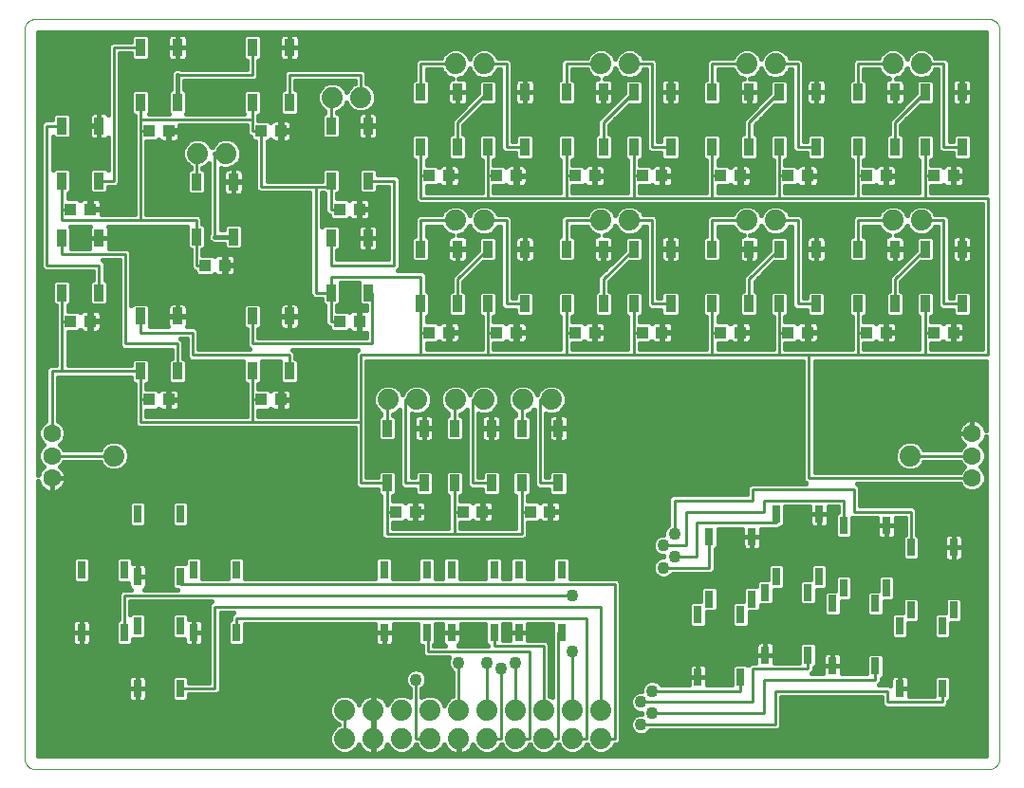
<source format=gtl>
G75*
%MOIN*%
%OFA0B0*%
%FSLAX25Y25*%
%IPPOS*%
%LPD*%
%AMOC8*
5,1,8,0,0,1.08239X$1,22.5*
%
%ADD10C,0.00000*%
%ADD11R,0.04134X0.04252*%
%ADD12C,0.07400*%
%ADD13C,0.06299*%
%ADD14R,0.03543X0.05906*%
%ADD15R,0.03000X0.06000*%
%ADD16C,0.01600*%
%ADD17C,0.04356*%
%ADD18C,0.01000*%
D10*
X0005737Y0001800D02*
X0340383Y0001800D01*
X0340507Y0001802D01*
X0340630Y0001808D01*
X0340754Y0001817D01*
X0340876Y0001831D01*
X0340999Y0001848D01*
X0341121Y0001870D01*
X0341242Y0001895D01*
X0341362Y0001924D01*
X0341481Y0001956D01*
X0341600Y0001993D01*
X0341717Y0002033D01*
X0341832Y0002076D01*
X0341947Y0002124D01*
X0342059Y0002175D01*
X0342170Y0002229D01*
X0342280Y0002287D01*
X0342387Y0002348D01*
X0342493Y0002413D01*
X0342596Y0002481D01*
X0342697Y0002552D01*
X0342796Y0002626D01*
X0342893Y0002703D01*
X0342987Y0002784D01*
X0343078Y0002867D01*
X0343167Y0002953D01*
X0343253Y0003042D01*
X0343336Y0003133D01*
X0343417Y0003227D01*
X0343494Y0003324D01*
X0343568Y0003423D01*
X0343639Y0003524D01*
X0343707Y0003627D01*
X0343772Y0003733D01*
X0343833Y0003840D01*
X0343891Y0003950D01*
X0343945Y0004061D01*
X0343996Y0004173D01*
X0344044Y0004288D01*
X0344087Y0004403D01*
X0344127Y0004520D01*
X0344164Y0004639D01*
X0344196Y0004758D01*
X0344225Y0004878D01*
X0344250Y0004999D01*
X0344272Y0005121D01*
X0344289Y0005244D01*
X0344303Y0005366D01*
X0344312Y0005490D01*
X0344318Y0005613D01*
X0344320Y0005737D01*
X0344320Y0261643D01*
X0344318Y0261767D01*
X0344312Y0261890D01*
X0344303Y0262014D01*
X0344289Y0262136D01*
X0344272Y0262259D01*
X0344250Y0262381D01*
X0344225Y0262502D01*
X0344196Y0262622D01*
X0344164Y0262741D01*
X0344127Y0262860D01*
X0344087Y0262977D01*
X0344044Y0263092D01*
X0343996Y0263207D01*
X0343945Y0263319D01*
X0343891Y0263430D01*
X0343833Y0263540D01*
X0343772Y0263647D01*
X0343707Y0263753D01*
X0343639Y0263856D01*
X0343568Y0263957D01*
X0343494Y0264056D01*
X0343417Y0264153D01*
X0343336Y0264247D01*
X0343253Y0264338D01*
X0343167Y0264427D01*
X0343078Y0264513D01*
X0342987Y0264596D01*
X0342893Y0264677D01*
X0342796Y0264754D01*
X0342697Y0264828D01*
X0342596Y0264899D01*
X0342493Y0264967D01*
X0342387Y0265032D01*
X0342280Y0265093D01*
X0342170Y0265151D01*
X0342059Y0265205D01*
X0341947Y0265256D01*
X0341832Y0265304D01*
X0341717Y0265347D01*
X0341600Y0265387D01*
X0341481Y0265424D01*
X0341362Y0265456D01*
X0341242Y0265485D01*
X0341121Y0265510D01*
X0340999Y0265532D01*
X0340876Y0265549D01*
X0340754Y0265563D01*
X0340630Y0265572D01*
X0340507Y0265578D01*
X0340383Y0265580D01*
X0005737Y0265580D01*
X0005613Y0265578D01*
X0005490Y0265572D01*
X0005366Y0265563D01*
X0005244Y0265549D01*
X0005121Y0265532D01*
X0004999Y0265510D01*
X0004878Y0265485D01*
X0004758Y0265456D01*
X0004639Y0265424D01*
X0004520Y0265387D01*
X0004403Y0265347D01*
X0004288Y0265304D01*
X0004173Y0265256D01*
X0004061Y0265205D01*
X0003950Y0265151D01*
X0003840Y0265093D01*
X0003733Y0265032D01*
X0003627Y0264967D01*
X0003524Y0264899D01*
X0003423Y0264828D01*
X0003324Y0264754D01*
X0003227Y0264677D01*
X0003133Y0264596D01*
X0003042Y0264513D01*
X0002953Y0264427D01*
X0002867Y0264338D01*
X0002784Y0264247D01*
X0002703Y0264153D01*
X0002626Y0264056D01*
X0002552Y0263957D01*
X0002481Y0263856D01*
X0002413Y0263753D01*
X0002348Y0263647D01*
X0002287Y0263540D01*
X0002229Y0263430D01*
X0002175Y0263319D01*
X0002124Y0263207D01*
X0002076Y0263092D01*
X0002033Y0262977D01*
X0001993Y0262860D01*
X0001956Y0262741D01*
X0001924Y0262622D01*
X0001895Y0262502D01*
X0001870Y0262381D01*
X0001848Y0262259D01*
X0001831Y0262136D01*
X0001817Y0262014D01*
X0001808Y0261890D01*
X0001802Y0261767D01*
X0001800Y0261643D01*
X0001800Y0005737D01*
X0001802Y0005613D01*
X0001808Y0005490D01*
X0001817Y0005366D01*
X0001831Y0005244D01*
X0001848Y0005121D01*
X0001870Y0004999D01*
X0001895Y0004878D01*
X0001924Y0004758D01*
X0001956Y0004639D01*
X0001993Y0004520D01*
X0002033Y0004403D01*
X0002076Y0004288D01*
X0002124Y0004173D01*
X0002175Y0004061D01*
X0002229Y0003950D01*
X0002287Y0003840D01*
X0002348Y0003733D01*
X0002413Y0003627D01*
X0002481Y0003524D01*
X0002552Y0003423D01*
X0002626Y0003324D01*
X0002703Y0003227D01*
X0002784Y0003133D01*
X0002867Y0003042D01*
X0002953Y0002953D01*
X0003042Y0002867D01*
X0003133Y0002784D01*
X0003227Y0002703D01*
X0003324Y0002626D01*
X0003423Y0002552D01*
X0003524Y0002481D01*
X0003627Y0002413D01*
X0003733Y0002348D01*
X0003840Y0002287D01*
X0003950Y0002229D01*
X0004061Y0002175D01*
X0004173Y0002124D01*
X0004288Y0002076D01*
X0004403Y0002033D01*
X0004520Y0001993D01*
X0004639Y0001956D01*
X0004758Y0001924D01*
X0004878Y0001895D01*
X0004999Y0001870D01*
X0005121Y0001848D01*
X0005244Y0001831D01*
X0005366Y0001817D01*
X0005490Y0001808D01*
X0005613Y0001802D01*
X0005737Y0001800D01*
D11*
X0132213Y0092351D03*
X0139103Y0092351D03*
X0155835Y0092351D03*
X0162725Y0092351D03*
X0179457Y0092351D03*
X0186347Y0092351D03*
X0195206Y0155343D03*
X0202095Y0155343D03*
X0218828Y0155343D03*
X0225717Y0155343D03*
X0246387Y0155343D03*
X0253276Y0155343D03*
X0270009Y0155343D03*
X0276898Y0155343D03*
X0297568Y0155343D03*
X0304457Y0155343D03*
X0321190Y0155343D03*
X0328080Y0155343D03*
X0328080Y0210461D03*
X0321190Y0210461D03*
X0304457Y0210461D03*
X0297568Y0210461D03*
X0276898Y0210461D03*
X0270009Y0210461D03*
X0253276Y0210461D03*
X0246387Y0210461D03*
X0225717Y0210461D03*
X0218828Y0210461D03*
X0202095Y0210461D03*
X0195206Y0210461D03*
X0174536Y0210461D03*
X0167646Y0210461D03*
X0150914Y0210461D03*
X0144024Y0210461D03*
X0119418Y0198650D03*
X0112528Y0198650D03*
X0091859Y0226209D03*
X0084969Y0226209D03*
X0052489Y0226209D03*
X0045599Y0226209D03*
X0024930Y0198650D03*
X0018040Y0198650D03*
X0065284Y0178965D03*
X0072174Y0178965D03*
X0112528Y0159280D03*
X0119418Y0159280D03*
X0144024Y0155343D03*
X0150914Y0155343D03*
X0167646Y0155343D03*
X0174536Y0155343D03*
X0091859Y0131721D03*
X0084969Y0131721D03*
X0052489Y0131721D03*
X0045599Y0131721D03*
X0024930Y0159280D03*
X0018040Y0159280D03*
D12*
X0033296Y0112036D03*
X0129595Y0131721D03*
X0139595Y0131721D03*
X0153217Y0131721D03*
X0163217Y0131721D03*
X0176839Y0131721D03*
X0186839Y0131721D03*
X0204398Y0194713D03*
X0214398Y0194713D03*
X0255580Y0194713D03*
X0265580Y0194713D03*
X0306761Y0194713D03*
X0316761Y0194713D03*
X0316761Y0249831D03*
X0306761Y0249831D03*
X0265580Y0249831D03*
X0255580Y0249831D03*
X0214398Y0249831D03*
X0204398Y0249831D03*
X0163217Y0249831D03*
X0153217Y0249831D03*
X0119910Y0238020D03*
X0109910Y0238020D03*
X0072666Y0218335D03*
X0062666Y0218335D03*
X0153217Y0194713D03*
X0163217Y0194713D03*
X0312824Y0112036D03*
X0204280Y0022548D03*
X0194280Y0022548D03*
X0184280Y0022548D03*
X0174280Y0022548D03*
X0164280Y0022548D03*
X0154280Y0022548D03*
X0144280Y0022548D03*
X0134280Y0022548D03*
X0124280Y0022548D03*
X0114280Y0022548D03*
X0114280Y0012548D03*
X0124280Y0012548D03*
X0134280Y0012548D03*
X0144280Y0012548D03*
X0154280Y0012548D03*
X0164280Y0012548D03*
X0174280Y0012548D03*
X0184280Y0012548D03*
X0194280Y0012548D03*
X0204280Y0012548D03*
D13*
X0334674Y0104162D03*
X0334674Y0112036D03*
X0334674Y0119910D03*
X0011446Y0119910D03*
X0011446Y0112036D03*
X0011446Y0104162D03*
D14*
X0042548Y0141761D03*
X0055540Y0141761D03*
X0055540Y0161052D03*
X0042548Y0161052D03*
X0027981Y0169320D03*
X0014989Y0169320D03*
X0014989Y0188611D03*
X0027981Y0188611D03*
X0027981Y0208690D03*
X0014989Y0208690D03*
X0014989Y0227981D03*
X0027981Y0227981D03*
X0042548Y0236249D03*
X0055540Y0236249D03*
X0055540Y0255540D03*
X0042548Y0255540D03*
X0081918Y0255540D03*
X0094910Y0255540D03*
X0094910Y0236249D03*
X0081918Y0236249D03*
X0109477Y0227981D03*
X0122469Y0227981D03*
X0140973Y0220501D03*
X0153965Y0220501D03*
X0164595Y0220501D03*
X0177587Y0220501D03*
X0192154Y0220501D03*
X0205146Y0220501D03*
X0215776Y0220501D03*
X0228769Y0220501D03*
X0243335Y0220501D03*
X0256328Y0220501D03*
X0266957Y0220501D03*
X0279950Y0220501D03*
X0294517Y0220501D03*
X0307509Y0220501D03*
X0318139Y0220501D03*
X0331131Y0220501D03*
X0331131Y0239792D03*
X0318139Y0239792D03*
X0307509Y0239792D03*
X0294517Y0239792D03*
X0279950Y0239792D03*
X0266957Y0239792D03*
X0256328Y0239792D03*
X0243335Y0239792D03*
X0228769Y0239792D03*
X0215776Y0239792D03*
X0205146Y0239792D03*
X0192154Y0239792D03*
X0177587Y0239792D03*
X0164595Y0239792D03*
X0153965Y0239792D03*
X0140973Y0239792D03*
X0122469Y0208690D03*
X0109477Y0208690D03*
X0109477Y0188611D03*
X0122469Y0188611D03*
X0140973Y0184674D03*
X0153965Y0184674D03*
X0164595Y0184674D03*
X0177587Y0184674D03*
X0192154Y0184674D03*
X0205146Y0184674D03*
X0215776Y0184674D03*
X0228769Y0184674D03*
X0243335Y0184674D03*
X0256328Y0184674D03*
X0266957Y0184674D03*
X0279950Y0184674D03*
X0294517Y0184674D03*
X0307509Y0184674D03*
X0318139Y0184674D03*
X0331131Y0184674D03*
X0331131Y0165383D03*
X0318139Y0165383D03*
X0307509Y0165383D03*
X0294517Y0165383D03*
X0279950Y0165383D03*
X0266957Y0165383D03*
X0256328Y0165383D03*
X0243335Y0165383D03*
X0228769Y0165383D03*
X0215776Y0165383D03*
X0205146Y0165383D03*
X0192154Y0165383D03*
X0177587Y0165383D03*
X0164595Y0165383D03*
X0153965Y0165383D03*
X0140973Y0165383D03*
X0122469Y0169320D03*
X0109477Y0169320D03*
X0094910Y0161052D03*
X0081918Y0161052D03*
X0081918Y0141761D03*
X0094910Y0141761D03*
X0129162Y0121682D03*
X0142154Y0121682D03*
X0152784Y0121682D03*
X0165776Y0121682D03*
X0176406Y0121682D03*
X0189398Y0121682D03*
X0189398Y0102391D03*
X0176406Y0102391D03*
X0165776Y0102391D03*
X0152784Y0102391D03*
X0142154Y0102391D03*
X0129162Y0102391D03*
X0075225Y0189005D03*
X0062233Y0189005D03*
X0062233Y0208296D03*
X0075225Y0208296D03*
D15*
X0056544Y0091540D03*
X0041544Y0091540D03*
X0036859Y0071855D03*
X0041544Y0069540D03*
X0056544Y0069540D03*
X0061229Y0071855D03*
X0076229Y0071855D03*
X0056544Y0052170D03*
X0061229Y0049855D03*
X0076229Y0049855D03*
X0056544Y0030170D03*
X0041544Y0030170D03*
X0036859Y0049855D03*
X0041544Y0052170D03*
X0021859Y0049855D03*
X0021859Y0071855D03*
X0128158Y0071855D03*
X0143158Y0071855D03*
X0151780Y0071855D03*
X0166780Y0071855D03*
X0175402Y0071855D03*
X0190402Y0071855D03*
X0190402Y0049855D03*
X0175402Y0049855D03*
X0166780Y0049855D03*
X0151780Y0049855D03*
X0143158Y0049855D03*
X0128158Y0049855D03*
X0238394Y0056107D03*
X0242331Y0061666D03*
X0253394Y0056107D03*
X0257331Y0061666D03*
X0262017Y0063981D03*
X0265954Y0069540D03*
X0277017Y0063981D03*
X0285639Y0060044D03*
X0289576Y0065603D03*
X0280954Y0069540D03*
X0300639Y0060044D03*
X0304576Y0065603D03*
X0313198Y0057729D03*
X0309261Y0052170D03*
X0324261Y0052170D03*
X0328198Y0057729D03*
X0328198Y0079729D03*
X0313198Y0079729D03*
X0304576Y0087603D03*
X0289576Y0087603D03*
X0280954Y0091540D03*
X0265954Y0091540D03*
X0257331Y0083666D03*
X0242331Y0083666D03*
X0262017Y0041981D03*
X0253394Y0034107D03*
X0238394Y0034107D03*
X0277017Y0041981D03*
X0285639Y0038044D03*
X0300639Y0038044D03*
X0309261Y0030170D03*
X0324261Y0030170D03*
D16*
X0327361Y0030573D02*
X0339520Y0030573D01*
X0339520Y0028975D02*
X0327361Y0028975D01*
X0327361Y0027376D02*
X0339520Y0027376D01*
X0339520Y0025778D02*
X0326631Y0025778D01*
X0326423Y0025570D02*
X0327361Y0026507D01*
X0327361Y0033833D01*
X0326423Y0034770D01*
X0322098Y0034770D01*
X0321161Y0033833D01*
X0321161Y0027522D01*
X0312561Y0027522D01*
X0312561Y0030170D01*
X0309261Y0030170D01*
X0309261Y0030170D01*
X0312561Y0030170D01*
X0312561Y0033407D01*
X0312438Y0033865D01*
X0312201Y0034275D01*
X0311866Y0034610D01*
X0311455Y0034847D01*
X0310998Y0034970D01*
X0309261Y0034970D01*
X0309261Y0030170D01*
X0309261Y0030170D01*
X0309261Y0034970D01*
X0307524Y0034970D01*
X0307066Y0034847D01*
X0306655Y0034610D01*
X0306320Y0034275D01*
X0306083Y0033865D01*
X0305961Y0033407D01*
X0305961Y0031318D01*
X0305819Y0031459D01*
X0301771Y0031459D01*
X0302739Y0032426D01*
X0302739Y0033444D01*
X0302801Y0033444D01*
X0303739Y0034381D01*
X0303739Y0041707D01*
X0302801Y0042644D01*
X0298476Y0042644D01*
X0297539Y0041707D01*
X0297539Y0035396D01*
X0288939Y0035396D01*
X0288939Y0038044D01*
X0285639Y0038044D01*
X0285639Y0038044D01*
X0288939Y0038044D01*
X0288939Y0041281D01*
X0288816Y0041739D01*
X0288579Y0042149D01*
X0288244Y0042484D01*
X0287833Y0042721D01*
X0287376Y0042844D01*
X0285639Y0042844D01*
X0285639Y0038044D01*
X0285639Y0038044D01*
X0285639Y0042844D01*
X0283902Y0042844D01*
X0283444Y0042721D01*
X0283033Y0042484D01*
X0282698Y0042149D01*
X0282461Y0041739D01*
X0282339Y0041281D01*
X0282339Y0038044D01*
X0282339Y0035396D01*
X0278149Y0035396D01*
X0279117Y0036363D01*
X0279117Y0037381D01*
X0279179Y0037381D01*
X0280117Y0038318D01*
X0280117Y0045644D01*
X0279179Y0046581D01*
X0274854Y0046581D01*
X0273917Y0045644D01*
X0273917Y0039333D01*
X0265317Y0039333D01*
X0265317Y0041981D01*
X0262017Y0041981D01*
X0262017Y0041981D01*
X0265317Y0041981D01*
X0265317Y0045218D01*
X0265194Y0045676D01*
X0264957Y0046086D01*
X0264622Y0046421D01*
X0264211Y0046658D01*
X0263754Y0046781D01*
X0262017Y0046781D01*
X0262017Y0041981D01*
X0262016Y0041981D01*
X0258717Y0041981D01*
X0258717Y0039333D01*
X0256836Y0039333D01*
X0255883Y0038381D01*
X0255557Y0038707D01*
X0251232Y0038707D01*
X0250294Y0037770D01*
X0250294Y0031459D01*
X0241694Y0031459D01*
X0241694Y0034107D01*
X0238395Y0034107D01*
X0238395Y0034107D01*
X0241694Y0034107D01*
X0241694Y0037344D01*
X0241572Y0037802D01*
X0241335Y0038212D01*
X0241000Y0038547D01*
X0240589Y0038784D01*
X0240131Y0038907D01*
X0238395Y0038907D01*
X0238395Y0034107D01*
X0238394Y0034107D01*
X0235094Y0034107D01*
X0235094Y0031459D01*
X0225492Y0031459D01*
X0225475Y0031499D01*
X0224412Y0032562D01*
X0223024Y0033137D01*
X0221521Y0033137D01*
X0220132Y0032562D01*
X0219070Y0031499D01*
X0218494Y0030111D01*
X0218494Y0029200D01*
X0217584Y0029200D01*
X0216195Y0028625D01*
X0215133Y0027562D01*
X0214557Y0026174D01*
X0214557Y0024671D01*
X0215133Y0023282D01*
X0216195Y0022219D01*
X0217584Y0021644D01*
X0218494Y0021644D01*
X0218494Y0021326D01*
X0217584Y0021326D01*
X0216195Y0020751D01*
X0215133Y0019688D01*
X0214557Y0018300D01*
X0214557Y0016797D01*
X0215133Y0015408D01*
X0216195Y0014345D01*
X0217584Y0013770D01*
X0219087Y0013770D01*
X0220475Y0014345D01*
X0221538Y0015408D01*
X0221555Y0015448D01*
X0266449Y0015448D01*
X0267680Y0016678D01*
X0267680Y0027259D01*
X0302850Y0027259D01*
X0302850Y0024552D01*
X0304080Y0023322D01*
X0325130Y0023322D01*
X0326361Y0024552D01*
X0326361Y0025570D01*
X0326423Y0025570D01*
X0325988Y0024179D02*
X0339520Y0024179D01*
X0339520Y0022581D02*
X0267680Y0022581D01*
X0267680Y0024179D02*
X0303223Y0024179D01*
X0302850Y0025778D02*
X0267680Y0025778D01*
X0267680Y0020982D02*
X0339520Y0020982D01*
X0339520Y0019384D02*
X0267680Y0019384D01*
X0267680Y0017785D02*
X0339520Y0017785D01*
X0339520Y0016187D02*
X0267188Y0016187D01*
X0250294Y0032172D02*
X0241694Y0032172D01*
X0241694Y0033770D02*
X0250294Y0033770D01*
X0250294Y0035369D02*
X0241694Y0035369D01*
X0241694Y0036967D02*
X0250294Y0036967D01*
X0251090Y0038566D02*
X0240968Y0038566D01*
X0238395Y0038566D02*
X0238394Y0038566D01*
X0238394Y0038907D02*
X0236658Y0038907D01*
X0236200Y0038784D01*
X0235789Y0038547D01*
X0235454Y0038212D01*
X0235217Y0037802D01*
X0235094Y0037344D01*
X0235094Y0034107D01*
X0238394Y0034107D01*
X0238394Y0034107D01*
X0238394Y0038907D01*
X0238394Y0036967D02*
X0238395Y0036967D01*
X0238394Y0035369D02*
X0238395Y0035369D01*
X0235094Y0035369D02*
X0211380Y0035369D01*
X0211380Y0036967D02*
X0235094Y0036967D01*
X0235821Y0038566D02*
X0211380Y0038566D01*
X0211380Y0040164D02*
X0258717Y0040164D01*
X0258717Y0041763D02*
X0211380Y0041763D01*
X0211380Y0043361D02*
X0258717Y0043361D01*
X0258717Y0041981D02*
X0258717Y0045218D01*
X0258839Y0045676D01*
X0259076Y0046086D01*
X0259411Y0046421D01*
X0259822Y0046658D01*
X0260280Y0046781D01*
X0262016Y0046781D01*
X0262016Y0041981D01*
X0262016Y0041981D01*
X0258717Y0041981D01*
X0258717Y0044960D02*
X0211380Y0044960D01*
X0211380Y0046558D02*
X0259648Y0046558D01*
X0262016Y0046558D02*
X0262017Y0046558D01*
X0262016Y0044960D02*
X0262017Y0044960D01*
X0262016Y0043361D02*
X0262017Y0043361D01*
X0265317Y0043361D02*
X0273917Y0043361D01*
X0273917Y0041763D02*
X0265317Y0041763D01*
X0265317Y0040164D02*
X0273917Y0040164D01*
X0273917Y0044960D02*
X0265317Y0044960D01*
X0264385Y0046558D02*
X0274831Y0046558D01*
X0279202Y0046558D02*
X0339520Y0046558D01*
X0339520Y0044960D02*
X0280117Y0044960D01*
X0280117Y0043361D02*
X0339520Y0043361D01*
X0339520Y0041763D02*
X0303683Y0041763D01*
X0303739Y0040164D02*
X0339520Y0040164D01*
X0339520Y0038566D02*
X0303739Y0038566D01*
X0303739Y0036967D02*
X0339520Y0036967D01*
X0339520Y0035369D02*
X0303739Y0035369D01*
X0303127Y0033770D02*
X0306058Y0033770D01*
X0305961Y0032172D02*
X0302484Y0032172D01*
X0309261Y0032172D02*
X0309261Y0032172D01*
X0309261Y0033770D02*
X0309261Y0033770D01*
X0309261Y0030573D02*
X0309261Y0030573D01*
X0312561Y0030573D02*
X0321161Y0030573D01*
X0321161Y0028975D02*
X0312561Y0028975D01*
X0312561Y0032172D02*
X0321161Y0032172D01*
X0321161Y0033770D02*
X0312463Y0033770D01*
X0327361Y0033770D02*
X0339520Y0033770D01*
X0339520Y0032172D02*
X0327361Y0032172D01*
X0326423Y0047570D02*
X0322098Y0047570D01*
X0321161Y0048507D01*
X0321161Y0055833D01*
X0322098Y0056770D01*
X0325098Y0056770D01*
X0325098Y0061392D01*
X0326035Y0062329D01*
X0330360Y0062329D01*
X0331298Y0061392D01*
X0331298Y0054066D01*
X0330360Y0053129D01*
X0327361Y0053129D01*
X0327361Y0048507D01*
X0326423Y0047570D01*
X0327010Y0048157D02*
X0339520Y0048157D01*
X0339520Y0049755D02*
X0327361Y0049755D01*
X0327361Y0051354D02*
X0339520Y0051354D01*
X0339520Y0052952D02*
X0327361Y0052952D01*
X0331298Y0054551D02*
X0339520Y0054551D01*
X0339520Y0056149D02*
X0331298Y0056149D01*
X0331298Y0057748D02*
X0339520Y0057748D01*
X0339520Y0059346D02*
X0331298Y0059346D01*
X0331298Y0060945D02*
X0339520Y0060945D01*
X0339520Y0062543D02*
X0307676Y0062543D01*
X0307676Y0061940D02*
X0306738Y0061003D01*
X0303739Y0061003D01*
X0303739Y0056381D01*
X0302801Y0055444D01*
X0298476Y0055444D01*
X0297539Y0056381D01*
X0297539Y0063707D01*
X0298476Y0064644D01*
X0301476Y0064644D01*
X0301476Y0069266D01*
X0302413Y0070203D01*
X0306738Y0070203D01*
X0307676Y0069266D01*
X0307676Y0061940D01*
X0307676Y0064142D02*
X0339520Y0064142D01*
X0339520Y0065740D02*
X0307676Y0065740D01*
X0307676Y0067339D02*
X0339520Y0067339D01*
X0339520Y0068937D02*
X0307676Y0068937D01*
X0301476Y0068937D02*
X0292676Y0068937D01*
X0292676Y0069266D02*
X0291738Y0070203D01*
X0287413Y0070203D01*
X0286476Y0069266D01*
X0286476Y0064644D01*
X0283476Y0064644D01*
X0282539Y0063707D01*
X0282539Y0056381D01*
X0283476Y0055444D01*
X0287801Y0055444D01*
X0288739Y0056381D01*
X0288739Y0061003D01*
X0291738Y0061003D01*
X0292676Y0061940D01*
X0292676Y0069266D01*
X0292676Y0067339D02*
X0301476Y0067339D01*
X0301476Y0065740D02*
X0292676Y0065740D01*
X0292676Y0064142D02*
X0297974Y0064142D01*
X0297539Y0062543D02*
X0292676Y0062543D01*
X0288739Y0060945D02*
X0297539Y0060945D01*
X0297539Y0059346D02*
X0288739Y0059346D01*
X0288739Y0057748D02*
X0297539Y0057748D01*
X0297771Y0056149D02*
X0288507Y0056149D01*
X0282771Y0056149D02*
X0256494Y0056149D01*
X0256494Y0057066D02*
X0256494Y0052444D01*
X0255557Y0051507D01*
X0251232Y0051507D01*
X0250294Y0052444D01*
X0250294Y0059770D01*
X0251232Y0060707D01*
X0254231Y0060707D01*
X0254231Y0065329D01*
X0255169Y0066266D01*
X0258917Y0066266D01*
X0258917Y0067644D01*
X0259854Y0068581D01*
X0262854Y0068581D01*
X0262854Y0073203D01*
X0263791Y0074140D01*
X0268116Y0074140D01*
X0269054Y0073203D01*
X0269054Y0065877D01*
X0268116Y0064940D01*
X0265117Y0064940D01*
X0265117Y0060318D01*
X0264179Y0059381D01*
X0260431Y0059381D01*
X0260431Y0058003D01*
X0259494Y0057066D01*
X0256494Y0057066D01*
X0256494Y0054551D02*
X0306161Y0054551D01*
X0306161Y0055833D02*
X0306161Y0048507D01*
X0307098Y0047570D01*
X0311423Y0047570D01*
X0312361Y0048507D01*
X0312361Y0053129D01*
X0315360Y0053129D01*
X0316298Y0054066D01*
X0316298Y0061392D01*
X0315360Y0062329D01*
X0311035Y0062329D01*
X0310098Y0061392D01*
X0310098Y0056770D01*
X0307098Y0056770D01*
X0306161Y0055833D01*
X0306477Y0056149D02*
X0303507Y0056149D01*
X0303739Y0057748D02*
X0310098Y0057748D01*
X0310098Y0059346D02*
X0303739Y0059346D01*
X0303739Y0060945D02*
X0310098Y0060945D01*
X0316298Y0060945D02*
X0325098Y0060945D01*
X0325098Y0059346D02*
X0316298Y0059346D01*
X0316298Y0057748D02*
X0325098Y0057748D01*
X0321477Y0056149D02*
X0316298Y0056149D01*
X0316298Y0054551D02*
X0321161Y0054551D01*
X0321161Y0052952D02*
X0312361Y0052952D01*
X0312361Y0051354D02*
X0321161Y0051354D01*
X0321161Y0049755D02*
X0312361Y0049755D01*
X0312010Y0048157D02*
X0321511Y0048157D01*
X0306511Y0048157D02*
X0211380Y0048157D01*
X0211380Y0049755D02*
X0306161Y0049755D01*
X0306161Y0051354D02*
X0211380Y0051354D01*
X0211380Y0052952D02*
X0235294Y0052952D01*
X0235294Y0052444D02*
X0236232Y0051507D01*
X0240557Y0051507D01*
X0241494Y0052444D01*
X0241494Y0057066D01*
X0244494Y0057066D01*
X0245431Y0058003D01*
X0245431Y0065329D01*
X0244494Y0066266D01*
X0240169Y0066266D01*
X0239231Y0065329D01*
X0239231Y0060707D01*
X0236232Y0060707D01*
X0235294Y0059770D01*
X0235294Y0052444D01*
X0235294Y0054551D02*
X0211380Y0054551D01*
X0211380Y0056149D02*
X0235294Y0056149D01*
X0235294Y0057748D02*
X0211380Y0057748D01*
X0211380Y0059346D02*
X0235294Y0059346D01*
X0239231Y0060945D02*
X0211380Y0060945D01*
X0211380Y0062543D02*
X0239231Y0062543D01*
X0239231Y0064142D02*
X0211380Y0064142D01*
X0211380Y0065740D02*
X0239643Y0065740D01*
X0245020Y0065740D02*
X0254643Y0065740D01*
X0254231Y0064142D02*
X0245431Y0064142D01*
X0245431Y0062543D02*
X0254231Y0062543D01*
X0254231Y0060945D02*
X0245431Y0060945D01*
X0245431Y0059346D02*
X0250294Y0059346D01*
X0250294Y0057748D02*
X0245176Y0057748D01*
X0241494Y0056149D02*
X0250294Y0056149D01*
X0250294Y0054551D02*
X0241494Y0054551D01*
X0241494Y0052952D02*
X0250294Y0052952D01*
X0256494Y0052952D02*
X0306161Y0052952D01*
X0297595Y0041763D02*
X0288802Y0041763D01*
X0288939Y0040164D02*
X0297539Y0040164D01*
X0297539Y0038566D02*
X0288939Y0038566D01*
X0288939Y0036967D02*
X0297539Y0036967D01*
X0285638Y0038044D02*
X0282339Y0038044D01*
X0285638Y0038044D01*
X0285638Y0038044D01*
X0285639Y0038566D02*
X0285639Y0038566D01*
X0285639Y0040164D02*
X0285639Y0040164D01*
X0285639Y0041763D02*
X0285639Y0041763D01*
X0282475Y0041763D02*
X0280117Y0041763D01*
X0280117Y0040164D02*
X0282339Y0040164D01*
X0282339Y0038566D02*
X0280117Y0038566D01*
X0279117Y0036967D02*
X0282339Y0036967D01*
X0282539Y0057748D02*
X0260176Y0057748D01*
X0260431Y0059346D02*
X0282539Y0059346D01*
X0282539Y0060945D02*
X0280117Y0060945D01*
X0280117Y0060318D02*
X0280117Y0064940D01*
X0283116Y0064940D01*
X0284054Y0065877D01*
X0284054Y0073203D01*
X0283116Y0074140D01*
X0278791Y0074140D01*
X0277854Y0073203D01*
X0277854Y0068581D01*
X0274854Y0068581D01*
X0273917Y0067644D01*
X0273917Y0060318D01*
X0274854Y0059381D01*
X0279179Y0059381D01*
X0280117Y0060318D01*
X0280117Y0062543D02*
X0282539Y0062543D01*
X0282974Y0064142D02*
X0280117Y0064142D01*
X0273917Y0064142D02*
X0265117Y0064142D01*
X0265117Y0062543D02*
X0273917Y0062543D01*
X0273917Y0060945D02*
X0265117Y0060945D01*
X0268917Y0065740D02*
X0273917Y0065740D01*
X0273917Y0067339D02*
X0269054Y0067339D01*
X0269054Y0068937D02*
X0277854Y0068937D01*
X0277854Y0070536D02*
X0269054Y0070536D01*
X0269054Y0072134D02*
X0277854Y0072134D01*
X0278384Y0073733D02*
X0268523Y0073733D01*
X0263384Y0073733D02*
X0244431Y0073733D01*
X0244431Y0072134D02*
X0262854Y0072134D01*
X0262854Y0070536D02*
X0229416Y0070536D01*
X0229412Y0070526D02*
X0229429Y0070566D01*
X0243201Y0070566D01*
X0244431Y0071796D01*
X0244431Y0079066D01*
X0244494Y0079066D01*
X0245431Y0080003D01*
X0245431Y0086314D01*
X0254031Y0086314D01*
X0254031Y0083666D01*
X0254031Y0080429D01*
X0254154Y0079971D01*
X0254391Y0079561D01*
X0254726Y0079226D01*
X0255137Y0078989D01*
X0255595Y0078866D01*
X0257331Y0078866D01*
X0257331Y0083666D01*
X0254031Y0083666D01*
X0257331Y0083666D01*
X0257331Y0083666D01*
X0257332Y0083666D01*
X0257332Y0083666D01*
X0260631Y0083666D01*
X0260631Y0080429D01*
X0260509Y0079971D01*
X0260272Y0079561D01*
X0259937Y0079226D01*
X0259526Y0078989D01*
X0259068Y0078866D01*
X0257332Y0078866D01*
X0257332Y0083666D01*
X0260631Y0083666D01*
X0260631Y0086314D01*
X0266823Y0086314D01*
X0267449Y0086940D01*
X0268116Y0086940D01*
X0269054Y0087877D01*
X0269054Y0094188D01*
X0277654Y0094188D01*
X0277654Y0091540D01*
X0277654Y0088303D01*
X0277776Y0087845D01*
X0278013Y0087435D01*
X0278348Y0087100D01*
X0278759Y0086863D01*
X0279217Y0086740D01*
X0280953Y0086740D01*
X0280953Y0091540D01*
X0277654Y0091540D01*
X0280953Y0091540D01*
X0280953Y0091540D01*
X0280954Y0091540D01*
X0280954Y0091540D01*
X0284254Y0091540D01*
X0284254Y0088303D01*
X0284131Y0087845D01*
X0283894Y0087435D01*
X0283559Y0087100D01*
X0283148Y0086863D01*
X0282691Y0086740D01*
X0280954Y0086740D01*
X0280954Y0091540D01*
X0284254Y0091540D01*
X0284254Y0094188D01*
X0287476Y0094188D01*
X0287476Y0092203D01*
X0287413Y0092203D01*
X0286476Y0091266D01*
X0286476Y0083940D01*
X0287413Y0083003D01*
X0291738Y0083003D01*
X0292676Y0083940D01*
X0292676Y0090251D01*
X0301276Y0090251D01*
X0301276Y0087603D01*
X0301276Y0084366D01*
X0301398Y0083908D01*
X0301635Y0083498D01*
X0301970Y0083163D01*
X0302381Y0082926D01*
X0302839Y0082803D01*
X0304576Y0082803D01*
X0306313Y0082803D01*
X0306770Y0082926D01*
X0307181Y0083163D01*
X0307516Y0083498D01*
X0307753Y0083908D01*
X0307876Y0084366D01*
X0307876Y0087603D01*
X0304576Y0087603D01*
X0304576Y0087603D01*
X0307876Y0087603D01*
X0307876Y0090251D01*
X0311098Y0090251D01*
X0311098Y0084329D01*
X0311035Y0084329D01*
X0310098Y0083392D01*
X0310098Y0076066D01*
X0311035Y0075129D01*
X0315360Y0075129D01*
X0316298Y0076066D01*
X0316298Y0083392D01*
X0315360Y0084329D01*
X0315298Y0084329D01*
X0315298Y0093221D01*
X0314067Y0094451D01*
X0295239Y0094451D01*
X0295239Y0101095D01*
X0294271Y0102062D01*
X0330403Y0102062D01*
X0330647Y0101472D01*
X0331984Y0100136D01*
X0333729Y0099413D01*
X0335619Y0099413D01*
X0337364Y0100136D01*
X0338701Y0101472D01*
X0339424Y0103217D01*
X0339424Y0105107D01*
X0338701Y0106853D01*
X0337454Y0108099D01*
X0338701Y0109346D01*
X0339424Y0111091D01*
X0339424Y0112981D01*
X0338701Y0114727D01*
X0337547Y0115880D01*
X0337898Y0116135D01*
X0338449Y0116686D01*
X0338907Y0117316D01*
X0339261Y0118010D01*
X0339502Y0118751D01*
X0339520Y0118865D01*
X0339520Y0006600D01*
X0006600Y0006600D01*
X0006600Y0103117D01*
X0006618Y0103003D01*
X0006859Y0102262D01*
X0007212Y0101568D01*
X0007670Y0100938D01*
X0008221Y0100387D01*
X0008852Y0099929D01*
X0009546Y0099575D01*
X0010287Y0099334D01*
X0011056Y0099213D01*
X0011446Y0099213D01*
X0011835Y0099213D01*
X0012605Y0099334D01*
X0013346Y0099575D01*
X0014040Y0099929D01*
X0014670Y0100387D01*
X0015221Y0100938D01*
X0015679Y0101568D01*
X0016033Y0102262D01*
X0016273Y0103003D01*
X0016395Y0103773D01*
X0016395Y0104162D01*
X0011446Y0104162D01*
X0011446Y0104162D01*
X0011446Y0099213D01*
X0011446Y0104162D01*
X0011446Y0104162D01*
X0016395Y0104162D01*
X0016395Y0104552D01*
X0016273Y0105321D01*
X0016033Y0106062D01*
X0015679Y0106756D01*
X0015221Y0107387D01*
X0014670Y0107938D01*
X0014319Y0108193D01*
X0015472Y0109346D01*
X0015717Y0109936D01*
X0028429Y0109936D01*
X0028803Y0109034D01*
X0030294Y0107543D01*
X0032242Y0106736D01*
X0034350Y0106736D01*
X0036298Y0107543D01*
X0037789Y0109034D01*
X0038596Y0110982D01*
X0038596Y0113090D01*
X0037789Y0115038D01*
X0036298Y0116529D01*
X0034350Y0117336D01*
X0032242Y0117336D01*
X0030294Y0116529D01*
X0028803Y0115038D01*
X0028429Y0114136D01*
X0015717Y0114136D01*
X0015472Y0114727D01*
X0014226Y0115973D01*
X0015472Y0117220D01*
X0016195Y0118965D01*
X0016195Y0120855D01*
X0015472Y0122601D01*
X0014136Y0123937D01*
X0013546Y0124181D01*
X0013546Y0139661D01*
X0039176Y0139661D01*
X0039176Y0138145D01*
X0040114Y0137208D01*
X0040448Y0137208D01*
X0040448Y0122977D01*
X0041678Y0121747D01*
X0117810Y0121747D01*
X0117810Y0101521D01*
X0119040Y0100291D01*
X0125791Y0100291D01*
X0125791Y0098775D01*
X0126728Y0097838D01*
X0127062Y0097838D01*
X0127062Y0083607D01*
X0128292Y0082377D01*
X0177276Y0082377D01*
X0178506Y0083607D01*
X0178506Y0088625D01*
X0182187Y0088625D01*
X0182782Y0089220D01*
X0182840Y0089120D01*
X0183175Y0088785D01*
X0183586Y0088548D01*
X0184043Y0088425D01*
X0186114Y0088425D01*
X0186114Y0092118D01*
X0186581Y0092118D01*
X0186581Y0092585D01*
X0186114Y0092585D01*
X0186114Y0096277D01*
X0184043Y0096277D01*
X0183586Y0096154D01*
X0183175Y0095918D01*
X0182840Y0095582D01*
X0182782Y0095482D01*
X0182187Y0096077D01*
X0178506Y0096077D01*
X0178506Y0097838D01*
X0178841Y0097838D01*
X0179778Y0098775D01*
X0179778Y0106006D01*
X0178841Y0106943D01*
X0173972Y0106943D01*
X0173035Y0106006D01*
X0173035Y0098775D01*
X0173972Y0097838D01*
X0174306Y0097838D01*
X0174306Y0086577D01*
X0154884Y0086577D01*
X0154884Y0088625D01*
X0158565Y0088625D01*
X0159160Y0089220D01*
X0159218Y0089120D01*
X0159553Y0088785D01*
X0159963Y0088548D01*
X0160421Y0088425D01*
X0162492Y0088425D01*
X0162492Y0092118D01*
X0162959Y0092118D01*
X0162959Y0092585D01*
X0162492Y0092585D01*
X0162492Y0096277D01*
X0160421Y0096277D01*
X0159963Y0096154D01*
X0159553Y0095918D01*
X0159218Y0095582D01*
X0159160Y0095482D01*
X0158565Y0096077D01*
X0154884Y0096077D01*
X0154884Y0097838D01*
X0155219Y0097838D01*
X0156156Y0098775D01*
X0156156Y0106006D01*
X0155219Y0106943D01*
X0150350Y0106943D01*
X0149413Y0106006D01*
X0149413Y0098775D01*
X0150350Y0097838D01*
X0150684Y0097838D01*
X0150684Y0086577D01*
X0131262Y0086577D01*
X0131262Y0088625D01*
X0134943Y0088625D01*
X0135538Y0089220D01*
X0135596Y0089120D01*
X0135931Y0088785D01*
X0136341Y0088548D01*
X0136799Y0088425D01*
X0138870Y0088425D01*
X0138870Y0092118D01*
X0139337Y0092118D01*
X0139337Y0092585D01*
X0138870Y0092585D01*
X0138870Y0096277D01*
X0136799Y0096277D01*
X0136341Y0096154D01*
X0135931Y0095918D01*
X0135596Y0095582D01*
X0135538Y0095482D01*
X0134943Y0096077D01*
X0131262Y0096077D01*
X0131262Y0097838D01*
X0131597Y0097838D01*
X0132534Y0098775D01*
X0132534Y0106006D01*
X0131597Y0106943D01*
X0126728Y0106943D01*
X0125791Y0106006D01*
X0125791Y0104491D01*
X0122010Y0104491D01*
X0122010Y0145369D01*
X0275291Y0145369D01*
X0275291Y0103292D01*
X0276258Y0102325D01*
X0256836Y0102325D01*
X0255606Y0101095D01*
X0255606Y0098388D01*
X0229277Y0098388D01*
X0228046Y0097158D01*
X0228046Y0087697D01*
X0228006Y0087680D01*
X0226944Y0086617D01*
X0226369Y0085229D01*
X0226369Y0084318D01*
X0225458Y0084318D01*
X0224069Y0083743D01*
X0223007Y0082680D01*
X0222431Y0081292D01*
X0222431Y0079789D01*
X0223007Y0078400D01*
X0224069Y0077337D01*
X0225458Y0076762D01*
X0226369Y0076762D01*
X0226369Y0076444D01*
X0225458Y0076444D01*
X0224069Y0075869D01*
X0223007Y0074806D01*
X0222431Y0073418D01*
X0222431Y0071915D01*
X0223007Y0070526D01*
X0224069Y0069463D01*
X0225458Y0068888D01*
X0226961Y0068888D01*
X0228349Y0069463D01*
X0229412Y0070526D01*
X0227080Y0068937D02*
X0262854Y0068937D01*
X0258917Y0067339D02*
X0211380Y0067339D01*
X0211380Y0067630D02*
X0210150Y0068861D01*
X0193502Y0068861D01*
X0193502Y0075518D01*
X0192565Y0076455D01*
X0188240Y0076455D01*
X0187302Y0075518D01*
X0187302Y0068861D01*
X0178502Y0068861D01*
X0178502Y0075518D01*
X0177565Y0076455D01*
X0173240Y0076455D01*
X0172302Y0075518D01*
X0172302Y0068861D01*
X0169880Y0068861D01*
X0169880Y0075518D01*
X0168943Y0076455D01*
X0164618Y0076455D01*
X0163680Y0075518D01*
X0163680Y0068861D01*
X0154880Y0068861D01*
X0154880Y0075518D01*
X0153943Y0076455D01*
X0149618Y0076455D01*
X0148680Y0075518D01*
X0148680Y0068861D01*
X0146258Y0068861D01*
X0146258Y0075518D01*
X0145321Y0076455D01*
X0140996Y0076455D01*
X0140058Y0075518D01*
X0140058Y0068861D01*
X0131258Y0068861D01*
X0131258Y0075518D01*
X0130321Y0076455D01*
X0125996Y0076455D01*
X0125058Y0075518D01*
X0125058Y0068861D01*
X0079329Y0068861D01*
X0079329Y0075518D01*
X0078392Y0076455D01*
X0074066Y0076455D01*
X0073129Y0075518D01*
X0073129Y0068861D01*
X0064329Y0068861D01*
X0064329Y0075518D01*
X0063392Y0076455D01*
X0059066Y0076455D01*
X0058129Y0075518D01*
X0058129Y0074140D01*
X0054381Y0074140D01*
X0053444Y0073203D01*
X0053444Y0065877D01*
X0054381Y0064940D01*
X0055395Y0064940D01*
X0055411Y0064924D01*
X0043844Y0064924D01*
X0044149Y0065100D01*
X0044484Y0065435D01*
X0044721Y0065845D01*
X0044844Y0066303D01*
X0044844Y0069540D01*
X0041544Y0069540D01*
X0041544Y0069540D01*
X0041544Y0074340D01*
X0039959Y0074340D01*
X0039959Y0075518D01*
X0039022Y0076455D01*
X0034696Y0076455D01*
X0033759Y0075518D01*
X0033759Y0068192D01*
X0034696Y0067255D01*
X0038244Y0067255D01*
X0038244Y0066303D01*
X0038367Y0065845D01*
X0038604Y0065435D01*
X0038939Y0065100D01*
X0039244Y0064924D01*
X0035989Y0064924D01*
X0034759Y0063693D01*
X0034759Y0054455D01*
X0034696Y0054455D01*
X0033759Y0053518D01*
X0033759Y0046192D01*
X0034696Y0045255D01*
X0039022Y0045255D01*
X0039959Y0046192D01*
X0039959Y0047570D01*
X0043707Y0047570D01*
X0044644Y0048507D01*
X0044644Y0055833D01*
X0043707Y0056770D01*
X0039381Y0056770D01*
X0038959Y0056348D01*
X0038959Y0060724D01*
X0067596Y0060724D01*
X0066629Y0059756D01*
X0066629Y0032270D01*
X0059644Y0032270D01*
X0059644Y0033833D01*
X0058707Y0034770D01*
X0054381Y0034770D01*
X0053444Y0033833D01*
X0053444Y0026507D01*
X0054381Y0025570D01*
X0058707Y0025570D01*
X0059644Y0026507D01*
X0059644Y0028070D01*
X0069599Y0028070D01*
X0070829Y0029300D01*
X0070829Y0056787D01*
X0075096Y0056787D01*
X0074129Y0055819D01*
X0074129Y0054455D01*
X0074066Y0054455D01*
X0073129Y0053518D01*
X0073129Y0046192D01*
X0074066Y0045255D01*
X0078392Y0045255D01*
X0079329Y0046192D01*
X0079329Y0052850D01*
X0124858Y0052850D01*
X0124858Y0049855D01*
X0124858Y0046618D01*
X0124981Y0046160D01*
X0125218Y0045750D01*
X0125553Y0045415D01*
X0125963Y0045178D01*
X0126421Y0045055D01*
X0128158Y0045055D01*
X0128158Y0049855D01*
X0124858Y0049855D01*
X0128158Y0049855D01*
X0128158Y0049855D01*
X0128158Y0049855D01*
X0128158Y0045055D01*
X0129895Y0045055D01*
X0130353Y0045178D01*
X0130763Y0045415D01*
X0131099Y0045750D01*
X0131336Y0046160D01*
X0131458Y0046618D01*
X0131458Y0049855D01*
X0128158Y0049855D01*
X0128158Y0049855D01*
X0131458Y0049855D01*
X0131458Y0052850D01*
X0140058Y0052850D01*
X0140058Y0046192D01*
X0140996Y0045255D01*
X0141432Y0045255D01*
X0141432Y0042269D01*
X0142662Y0041039D01*
X0150952Y0041039D01*
X0150502Y0039953D01*
X0150502Y0038450D01*
X0151078Y0037062D01*
X0152140Y0035999D01*
X0152180Y0035982D01*
X0152180Y0027415D01*
X0151278Y0027041D01*
X0149787Y0025550D01*
X0149280Y0024326D01*
X0148773Y0025550D01*
X0147283Y0027041D01*
X0145335Y0027848D01*
X0143226Y0027848D01*
X0141380Y0027083D01*
X0141380Y0030077D01*
X0141420Y0030093D01*
X0142483Y0031156D01*
X0143058Y0032545D01*
X0143058Y0034048D01*
X0142483Y0035436D01*
X0141420Y0036499D01*
X0140032Y0037074D01*
X0138529Y0037074D01*
X0137140Y0036499D01*
X0136078Y0035436D01*
X0135502Y0034048D01*
X0135502Y0032545D01*
X0136078Y0031156D01*
X0137140Y0030093D01*
X0137180Y0030077D01*
X0137180Y0027083D01*
X0135335Y0027848D01*
X0133226Y0027848D01*
X0131278Y0027041D01*
X0129787Y0025550D01*
X0129395Y0024604D01*
X0129377Y0024659D01*
X0128984Y0025431D01*
X0128475Y0026131D01*
X0127863Y0026743D01*
X0127163Y0027252D01*
X0126392Y0027645D01*
X0125568Y0027913D01*
X0124713Y0028048D01*
X0124480Y0028048D01*
X0124480Y0022748D01*
X0124080Y0022748D01*
X0124080Y0028048D01*
X0123847Y0028048D01*
X0122992Y0027913D01*
X0122169Y0027645D01*
X0121398Y0027252D01*
X0120697Y0026743D01*
X0120085Y0026131D01*
X0119576Y0025431D01*
X0119183Y0024659D01*
X0119165Y0024604D01*
X0118773Y0025550D01*
X0117283Y0027041D01*
X0115335Y0027848D01*
X0113226Y0027848D01*
X0111278Y0027041D01*
X0109787Y0025550D01*
X0108980Y0023602D01*
X0108980Y0021494D01*
X0109787Y0019546D01*
X0111278Y0018055D01*
X0112180Y0017681D01*
X0112180Y0017415D01*
X0111278Y0017041D01*
X0109787Y0015550D01*
X0108980Y0013602D01*
X0108980Y0011494D01*
X0109787Y0009546D01*
X0111278Y0008055D01*
X0113226Y0007248D01*
X0115335Y0007248D01*
X0117283Y0008055D01*
X0118773Y0009546D01*
X0119165Y0010492D01*
X0119183Y0010437D01*
X0119576Y0009665D01*
X0120085Y0008965D01*
X0120697Y0008353D01*
X0121398Y0007844D01*
X0122169Y0007451D01*
X0122992Y0007183D01*
X0123847Y0007048D01*
X0124080Y0007048D01*
X0124080Y0012348D01*
X0124480Y0012348D01*
X0124480Y0007048D01*
X0124713Y0007048D01*
X0125568Y0007183D01*
X0126392Y0007451D01*
X0127163Y0007844D01*
X0127863Y0008353D01*
X0128475Y0008965D01*
X0128984Y0009665D01*
X0129377Y0010437D01*
X0129395Y0010492D01*
X0129787Y0009546D01*
X0131278Y0008055D01*
X0133226Y0007248D01*
X0135335Y0007248D01*
X0137283Y0008055D01*
X0138773Y0009546D01*
X0139147Y0010448D01*
X0139413Y0010448D01*
X0139787Y0009546D01*
X0141278Y0008055D01*
X0143226Y0007248D01*
X0145335Y0007248D01*
X0147283Y0008055D01*
X0148773Y0009546D01*
X0149165Y0010492D01*
X0149183Y0010437D01*
X0149576Y0009665D01*
X0150085Y0008965D01*
X0150697Y0008353D01*
X0151398Y0007844D01*
X0152169Y0007451D01*
X0152992Y0007183D01*
X0153847Y0007048D01*
X0154080Y0007048D01*
X0154080Y0012348D01*
X0154480Y0012348D01*
X0154480Y0007048D01*
X0154713Y0007048D01*
X0155568Y0007183D01*
X0156392Y0007451D01*
X0157163Y0007844D01*
X0157863Y0008353D01*
X0158475Y0008965D01*
X0158984Y0009665D01*
X0159377Y0010437D01*
X0159395Y0010492D01*
X0159787Y0009546D01*
X0161278Y0008055D01*
X0163226Y0007248D01*
X0165335Y0007248D01*
X0167283Y0008055D01*
X0168773Y0009546D01*
X0169147Y0010448D01*
X0169413Y0010448D01*
X0169787Y0009546D01*
X0171278Y0008055D01*
X0173226Y0007248D01*
X0175335Y0007248D01*
X0177283Y0008055D01*
X0178773Y0009546D01*
X0179147Y0010448D01*
X0179413Y0010448D01*
X0179787Y0009546D01*
X0181278Y0008055D01*
X0183226Y0007248D01*
X0185335Y0007248D01*
X0187283Y0008055D01*
X0188773Y0009546D01*
X0189147Y0010448D01*
X0189413Y0010448D01*
X0189787Y0009546D01*
X0191278Y0008055D01*
X0193226Y0007248D01*
X0195335Y0007248D01*
X0197283Y0008055D01*
X0198773Y0009546D01*
X0199147Y0010448D01*
X0199413Y0010448D01*
X0199787Y0009546D01*
X0201278Y0008055D01*
X0203226Y0007248D01*
X0205335Y0007248D01*
X0207283Y0008055D01*
X0208773Y0009546D01*
X0209147Y0010448D01*
X0210150Y0010448D01*
X0211380Y0011678D01*
X0211380Y0067630D01*
X0222431Y0072134D02*
X0193502Y0072134D01*
X0193502Y0070536D02*
X0223003Y0070536D01*
X0225339Y0068937D02*
X0193502Y0068937D01*
X0187302Y0068937D02*
X0178502Y0068937D01*
X0178502Y0070536D02*
X0187302Y0070536D01*
X0187302Y0072134D02*
X0178502Y0072134D01*
X0178502Y0073733D02*
X0187302Y0073733D01*
X0187302Y0075332D02*
X0178502Y0075332D01*
X0172302Y0075332D02*
X0169880Y0075332D01*
X0169880Y0073733D02*
X0172302Y0073733D01*
X0172302Y0072134D02*
X0169880Y0072134D01*
X0169880Y0070536D02*
X0172302Y0070536D01*
X0172302Y0068937D02*
X0169880Y0068937D01*
X0163680Y0068937D02*
X0154880Y0068937D01*
X0154880Y0070536D02*
X0163680Y0070536D01*
X0163680Y0072134D02*
X0154880Y0072134D01*
X0154880Y0073733D02*
X0163680Y0073733D01*
X0163680Y0075332D02*
X0154880Y0075332D01*
X0148680Y0075332D02*
X0146258Y0075332D01*
X0146258Y0073733D02*
X0148680Y0073733D01*
X0148680Y0072134D02*
X0146258Y0072134D01*
X0146258Y0070536D02*
X0148680Y0070536D01*
X0148680Y0068937D02*
X0146258Y0068937D01*
X0140058Y0068937D02*
X0131258Y0068937D01*
X0131258Y0070536D02*
X0140058Y0070536D01*
X0140058Y0072134D02*
X0131258Y0072134D01*
X0131258Y0073733D02*
X0140058Y0073733D01*
X0140058Y0075332D02*
X0131258Y0075332D01*
X0125058Y0075332D02*
X0079329Y0075332D01*
X0079329Y0073733D02*
X0125058Y0073733D01*
X0125058Y0072134D02*
X0079329Y0072134D01*
X0079329Y0070536D02*
X0125058Y0070536D01*
X0125058Y0068937D02*
X0079329Y0068937D01*
X0073129Y0068937D02*
X0064329Y0068937D01*
X0064329Y0070536D02*
X0073129Y0070536D01*
X0073129Y0072134D02*
X0064329Y0072134D01*
X0064329Y0073733D02*
X0073129Y0073733D01*
X0073129Y0075332D02*
X0064329Y0075332D01*
X0058129Y0075332D02*
X0039959Y0075332D01*
X0041544Y0074340D02*
X0041544Y0069540D01*
X0041544Y0069540D01*
X0044844Y0069540D01*
X0044844Y0072777D01*
X0044721Y0073235D01*
X0044484Y0073645D01*
X0044149Y0073981D01*
X0043739Y0074217D01*
X0043281Y0074340D01*
X0041544Y0074340D01*
X0041544Y0073733D02*
X0041544Y0073733D01*
X0041544Y0072134D02*
X0041544Y0072134D01*
X0041544Y0070536D02*
X0041544Y0070536D01*
X0044844Y0070536D02*
X0053444Y0070536D01*
X0053444Y0072134D02*
X0044844Y0072134D01*
X0044397Y0073733D02*
X0053974Y0073733D01*
X0053444Y0068937D02*
X0044844Y0068937D01*
X0044844Y0067339D02*
X0053444Y0067339D01*
X0053581Y0065740D02*
X0044661Y0065740D01*
X0038427Y0065740D02*
X0006600Y0065740D01*
X0006600Y0064142D02*
X0035208Y0064142D01*
X0034759Y0062543D02*
X0006600Y0062543D01*
X0006600Y0060945D02*
X0034759Y0060945D01*
X0034759Y0059346D02*
X0006600Y0059346D01*
X0006600Y0057748D02*
X0034759Y0057748D01*
X0034759Y0056149D02*
X0006600Y0056149D01*
X0006600Y0054551D02*
X0019733Y0054551D01*
X0019664Y0054532D02*
X0019254Y0054295D01*
X0018919Y0053960D01*
X0018682Y0053550D01*
X0018559Y0053092D01*
X0018559Y0049855D01*
X0018559Y0046618D01*
X0018682Y0046160D01*
X0018919Y0045750D01*
X0019254Y0045415D01*
X0019664Y0045178D01*
X0020122Y0045055D01*
X0021859Y0045055D01*
X0021859Y0049855D01*
X0021859Y0049855D01*
X0018559Y0049855D01*
X0021859Y0049855D01*
X0021859Y0049855D01*
X0021859Y0045055D01*
X0023596Y0045055D01*
X0024054Y0045178D01*
X0024464Y0045415D01*
X0024799Y0045750D01*
X0025036Y0046160D01*
X0025159Y0046618D01*
X0025159Y0049855D01*
X0021859Y0049855D01*
X0021859Y0049855D01*
X0025159Y0049855D01*
X0025159Y0053092D01*
X0025036Y0053550D01*
X0024799Y0053960D01*
X0024464Y0054295D01*
X0024054Y0054532D01*
X0023596Y0054655D01*
X0021859Y0054655D01*
X0020122Y0054655D01*
X0019664Y0054532D01*
X0018559Y0052952D02*
X0006600Y0052952D01*
X0006600Y0051354D02*
X0018559Y0051354D01*
X0018559Y0049755D02*
X0006600Y0049755D01*
X0006600Y0048157D02*
X0018559Y0048157D01*
X0018575Y0046558D02*
X0006600Y0046558D01*
X0006600Y0044960D02*
X0066629Y0044960D01*
X0066629Y0046558D02*
X0064513Y0046558D01*
X0064529Y0046618D02*
X0064406Y0046160D01*
X0064169Y0045750D01*
X0063834Y0045415D01*
X0063424Y0045178D01*
X0062966Y0045055D01*
X0061229Y0045055D01*
X0061229Y0049855D01*
X0061229Y0049855D01*
X0061229Y0045055D01*
X0059492Y0045055D01*
X0059034Y0045178D01*
X0058624Y0045415D01*
X0058289Y0045750D01*
X0058052Y0046160D01*
X0057929Y0046618D01*
X0057929Y0047570D01*
X0054381Y0047570D01*
X0053444Y0048507D01*
X0053444Y0055833D01*
X0054381Y0056770D01*
X0058707Y0056770D01*
X0059644Y0055833D01*
X0059644Y0054655D01*
X0061229Y0054655D01*
X0061229Y0049855D01*
X0061229Y0049855D01*
X0061229Y0049855D01*
X0064529Y0049855D01*
X0064529Y0046618D01*
X0064529Y0048157D02*
X0066629Y0048157D01*
X0066629Y0049755D02*
X0064529Y0049755D01*
X0064529Y0049855D02*
X0064529Y0053092D01*
X0064406Y0053550D01*
X0064169Y0053960D01*
X0063834Y0054295D01*
X0063424Y0054532D01*
X0062966Y0054655D01*
X0061229Y0054655D01*
X0061229Y0049855D01*
X0064529Y0049855D01*
X0064529Y0051354D02*
X0066629Y0051354D01*
X0066629Y0052952D02*
X0064529Y0052952D01*
X0063355Y0054551D02*
X0066629Y0054551D01*
X0066629Y0056149D02*
X0059328Y0056149D01*
X0061229Y0054551D02*
X0061229Y0054551D01*
X0061229Y0052952D02*
X0061229Y0052952D01*
X0061229Y0051354D02*
X0061229Y0051354D01*
X0061229Y0049755D02*
X0061229Y0049755D01*
X0061229Y0048157D02*
X0061229Y0048157D01*
X0061229Y0046558D02*
X0061229Y0046558D01*
X0057945Y0046558D02*
X0039959Y0046558D01*
X0044294Y0048157D02*
X0053795Y0048157D01*
X0053444Y0049755D02*
X0044644Y0049755D01*
X0044644Y0051354D02*
X0053444Y0051354D01*
X0053444Y0052952D02*
X0044644Y0052952D01*
X0044644Y0054551D02*
X0053444Y0054551D01*
X0053761Y0056149D02*
X0044328Y0056149D01*
X0038959Y0057748D02*
X0066629Y0057748D01*
X0066629Y0059346D02*
X0038959Y0059346D01*
X0034759Y0054551D02*
X0023985Y0054551D01*
X0025159Y0052952D02*
X0033759Y0052952D01*
X0033759Y0051354D02*
X0025159Y0051354D01*
X0025159Y0049755D02*
X0033759Y0049755D01*
X0033759Y0048157D02*
X0025159Y0048157D01*
X0025143Y0046558D02*
X0033759Y0046558D01*
X0021859Y0046558D02*
X0021859Y0046558D01*
X0021859Y0048157D02*
X0021859Y0048157D01*
X0021859Y0049755D02*
X0021859Y0049755D01*
X0021859Y0049855D02*
X0021859Y0054655D01*
X0021859Y0049855D01*
X0021859Y0049855D01*
X0021859Y0051354D02*
X0021859Y0051354D01*
X0021859Y0052952D02*
X0021859Y0052952D01*
X0021859Y0054551D02*
X0021859Y0054551D01*
X0019696Y0067255D02*
X0024022Y0067255D01*
X0024959Y0068192D01*
X0024959Y0075518D01*
X0024022Y0076455D01*
X0019696Y0076455D01*
X0018759Y0075518D01*
X0018759Y0068192D01*
X0019696Y0067255D01*
X0019612Y0067339D02*
X0006600Y0067339D01*
X0006600Y0068937D02*
X0018759Y0068937D01*
X0018759Y0070536D02*
X0006600Y0070536D01*
X0006600Y0072134D02*
X0018759Y0072134D01*
X0018759Y0073733D02*
X0006600Y0073733D01*
X0006600Y0075332D02*
X0018759Y0075332D01*
X0024959Y0075332D02*
X0033759Y0075332D01*
X0033759Y0073733D02*
X0024959Y0073733D01*
X0024959Y0072134D02*
X0033759Y0072134D01*
X0033759Y0070536D02*
X0024959Y0070536D01*
X0024959Y0068937D02*
X0033759Y0068937D01*
X0034612Y0067339D02*
X0024106Y0067339D01*
X0006600Y0076930D02*
X0225053Y0076930D01*
X0223532Y0075332D02*
X0193502Y0075332D01*
X0193502Y0073733D02*
X0222562Y0073733D01*
X0222953Y0078529D02*
X0006600Y0078529D01*
X0006600Y0080127D02*
X0222431Y0080127D01*
X0222611Y0081726D02*
X0006600Y0081726D01*
X0006600Y0083324D02*
X0127345Y0083324D01*
X0127062Y0084923D02*
X0006600Y0084923D01*
X0006600Y0086521D02*
X0127062Y0086521D01*
X0127062Y0088120D02*
X0059644Y0088120D01*
X0059644Y0087877D02*
X0059644Y0095203D01*
X0058707Y0096140D01*
X0054381Y0096140D01*
X0053444Y0095203D01*
X0053444Y0087877D01*
X0054381Y0086940D01*
X0058707Y0086940D01*
X0059644Y0087877D01*
X0059644Y0089718D02*
X0127062Y0089718D01*
X0127062Y0091317D02*
X0059644Y0091317D01*
X0059644Y0092915D02*
X0127062Y0092915D01*
X0127062Y0094514D02*
X0059644Y0094514D01*
X0058735Y0096112D02*
X0127062Y0096112D01*
X0127062Y0097711D02*
X0006600Y0097711D01*
X0006600Y0099309D02*
X0010446Y0099309D01*
X0011446Y0099309D02*
X0011446Y0099309D01*
X0012445Y0099309D02*
X0125791Y0099309D01*
X0131262Y0097711D02*
X0150684Y0097711D01*
X0150684Y0096112D02*
X0141938Y0096112D01*
X0141865Y0096154D02*
X0142275Y0095918D01*
X0142610Y0095582D01*
X0142847Y0095172D01*
X0142970Y0094714D01*
X0142970Y0092585D01*
X0139337Y0092585D01*
X0139337Y0096277D01*
X0141407Y0096277D01*
X0141865Y0096154D01*
X0142970Y0094514D02*
X0150684Y0094514D01*
X0150684Y0092915D02*
X0142970Y0092915D01*
X0142970Y0092118D02*
X0139337Y0092118D01*
X0139337Y0088425D01*
X0141407Y0088425D01*
X0141865Y0088548D01*
X0142275Y0088785D01*
X0142610Y0089120D01*
X0142847Y0089530D01*
X0142970Y0089988D01*
X0142970Y0092118D01*
X0142970Y0091317D02*
X0150684Y0091317D01*
X0150684Y0089718D02*
X0142898Y0089718D01*
X0139337Y0089718D02*
X0138870Y0089718D01*
X0138870Y0091317D02*
X0139337Y0091317D01*
X0139337Y0092915D02*
X0138870Y0092915D01*
X0138870Y0094514D02*
X0139337Y0094514D01*
X0139337Y0096112D02*
X0138870Y0096112D01*
X0139720Y0097838D02*
X0144589Y0097838D01*
X0145526Y0098775D01*
X0145526Y0106006D01*
X0144589Y0106943D01*
X0139720Y0106943D01*
X0138783Y0106006D01*
X0138783Y0104491D01*
X0137758Y0104491D01*
X0137758Y0126746D01*
X0138541Y0126421D01*
X0140096Y0126421D01*
X0139688Y0126312D01*
X0139277Y0126075D01*
X0138942Y0125740D01*
X0138705Y0125329D01*
X0138583Y0124872D01*
X0138583Y0121768D01*
X0142068Y0121768D01*
X0142068Y0121596D01*
X0138583Y0121596D01*
X0138583Y0118492D01*
X0138705Y0118034D01*
X0138942Y0117624D01*
X0139277Y0117289D01*
X0139688Y0117052D01*
X0140146Y0116929D01*
X0142068Y0116929D01*
X0142068Y0121596D01*
X0142240Y0121596D01*
X0142240Y0116929D01*
X0144163Y0116929D01*
X0144621Y0117052D01*
X0145031Y0117289D01*
X0145366Y0117624D01*
X0145603Y0118034D01*
X0145726Y0118492D01*
X0145726Y0121596D01*
X0142240Y0121596D01*
X0142240Y0121768D01*
X0142068Y0121768D01*
X0142068Y0126435D01*
X0140682Y0126435D01*
X0142597Y0127228D01*
X0144088Y0128719D01*
X0144895Y0130667D01*
X0144895Y0132775D01*
X0144088Y0134723D01*
X0142597Y0136214D01*
X0140650Y0137021D01*
X0138541Y0137021D01*
X0136593Y0136214D01*
X0135102Y0134723D01*
X0134686Y0133719D01*
X0134558Y0133591D01*
X0134088Y0134723D01*
X0132597Y0136214D01*
X0130650Y0137021D01*
X0128541Y0137021D01*
X0126593Y0136214D01*
X0125102Y0134723D01*
X0124295Y0132775D01*
X0124295Y0130667D01*
X0125102Y0128719D01*
X0126593Y0127228D01*
X0127062Y0127034D01*
X0127062Y0126235D01*
X0126728Y0126235D01*
X0125791Y0125297D01*
X0125791Y0118066D01*
X0126728Y0117129D01*
X0131597Y0117129D01*
X0132534Y0118066D01*
X0132534Y0125297D01*
X0131597Y0126235D01*
X0131262Y0126235D01*
X0131262Y0126675D01*
X0132597Y0127228D01*
X0133558Y0128189D01*
X0133558Y0101521D01*
X0134788Y0100291D01*
X0138783Y0100291D01*
X0138783Y0098775D01*
X0139720Y0097838D01*
X0138783Y0099309D02*
X0132534Y0099309D01*
X0132534Y0100908D02*
X0134171Y0100908D01*
X0133558Y0102506D02*
X0132534Y0102506D01*
X0132534Y0104105D02*
X0133558Y0104105D01*
X0133558Y0105703D02*
X0132534Y0105703D01*
X0133558Y0107302D02*
X0122010Y0107302D01*
X0122010Y0108900D02*
X0133558Y0108900D01*
X0133558Y0110499D02*
X0122010Y0110499D01*
X0122010Y0112097D02*
X0133558Y0112097D01*
X0133558Y0113696D02*
X0122010Y0113696D01*
X0122010Y0115294D02*
X0133558Y0115294D01*
X0133558Y0116893D02*
X0122010Y0116893D01*
X0122010Y0118491D02*
X0125791Y0118491D01*
X0125791Y0120090D02*
X0122010Y0120090D01*
X0122010Y0121688D02*
X0125791Y0121688D01*
X0125791Y0123287D02*
X0122010Y0123287D01*
X0122010Y0124885D02*
X0125791Y0124885D01*
X0127062Y0126484D02*
X0122010Y0126484D01*
X0122010Y0128082D02*
X0125739Y0128082D01*
X0124704Y0129681D02*
X0122010Y0129681D01*
X0122010Y0131279D02*
X0124295Y0131279D01*
X0124338Y0132878D02*
X0122010Y0132878D01*
X0122010Y0134476D02*
X0125000Y0134476D01*
X0126454Y0136075D02*
X0122010Y0136075D01*
X0122010Y0137673D02*
X0275291Y0137673D01*
X0275291Y0136075D02*
X0189981Y0136075D01*
X0189842Y0136214D02*
X0187894Y0137021D01*
X0185785Y0137021D01*
X0183837Y0136214D01*
X0182346Y0134723D01*
X0181930Y0133719D01*
X0181802Y0133591D01*
X0181332Y0134723D01*
X0179842Y0136214D01*
X0177894Y0137021D01*
X0175785Y0137021D01*
X0173837Y0136214D01*
X0172346Y0134723D01*
X0171539Y0132775D01*
X0171539Y0130667D01*
X0172346Y0128719D01*
X0173837Y0127228D01*
X0174306Y0127034D01*
X0174306Y0126235D01*
X0173972Y0126235D01*
X0173035Y0125297D01*
X0173035Y0118066D01*
X0173972Y0117129D01*
X0178841Y0117129D01*
X0179778Y0118066D01*
X0179778Y0125297D01*
X0178841Y0126235D01*
X0178506Y0126235D01*
X0178506Y0126675D01*
X0179842Y0127228D01*
X0180802Y0128189D01*
X0180802Y0101521D01*
X0182033Y0100291D01*
X0186027Y0100291D01*
X0186027Y0098775D01*
X0186964Y0097838D01*
X0191833Y0097838D01*
X0192770Y0098775D01*
X0192770Y0106006D01*
X0191833Y0106943D01*
X0186964Y0106943D01*
X0186027Y0106006D01*
X0186027Y0104491D01*
X0185002Y0104491D01*
X0185002Y0126746D01*
X0185785Y0126421D01*
X0187340Y0126421D01*
X0186932Y0126312D01*
X0186522Y0126075D01*
X0186186Y0125740D01*
X0185949Y0125329D01*
X0185827Y0124872D01*
X0185827Y0121768D01*
X0189313Y0121768D01*
X0189313Y0126435D01*
X0187926Y0126435D01*
X0189842Y0127228D01*
X0191332Y0128719D01*
X0192139Y0130667D01*
X0192139Y0132775D01*
X0191332Y0134723D01*
X0189842Y0136214D01*
X0191435Y0134476D02*
X0275291Y0134476D01*
X0275291Y0132878D02*
X0192097Y0132878D01*
X0192139Y0131279D02*
X0275291Y0131279D01*
X0275291Y0129681D02*
X0191731Y0129681D01*
X0190696Y0128082D02*
X0275291Y0128082D01*
X0275291Y0126484D02*
X0188045Y0126484D01*
X0189484Y0126435D02*
X0189484Y0121768D01*
X0189313Y0121768D01*
X0189313Y0121596D01*
X0189484Y0121596D01*
X0189484Y0116929D01*
X0191407Y0116929D01*
X0191865Y0117052D01*
X0192275Y0117289D01*
X0192610Y0117624D01*
X0192847Y0118034D01*
X0192970Y0118492D01*
X0192970Y0121596D01*
X0189484Y0121596D01*
X0189484Y0121768D01*
X0192970Y0121768D01*
X0192970Y0124872D01*
X0192847Y0125329D01*
X0192610Y0125740D01*
X0192275Y0126075D01*
X0191865Y0126312D01*
X0191407Y0126435D01*
X0189484Y0126435D01*
X0189484Y0124885D02*
X0189313Y0124885D01*
X0189313Y0123287D02*
X0189484Y0123287D01*
X0189484Y0121688D02*
X0275291Y0121688D01*
X0275291Y0120090D02*
X0192970Y0120090D01*
X0192970Y0118491D02*
X0275291Y0118491D01*
X0275291Y0116893D02*
X0185002Y0116893D01*
X0186186Y0117624D02*
X0186522Y0117289D01*
X0186932Y0117052D01*
X0187390Y0116929D01*
X0189313Y0116929D01*
X0189313Y0121596D01*
X0185827Y0121596D01*
X0185827Y0118492D01*
X0185949Y0118034D01*
X0186186Y0117624D01*
X0185827Y0118491D02*
X0185002Y0118491D01*
X0185002Y0120090D02*
X0185827Y0120090D01*
X0185002Y0121688D02*
X0189313Y0121688D01*
X0189313Y0120090D02*
X0189484Y0120090D01*
X0189484Y0118491D02*
X0189313Y0118491D01*
X0185002Y0115294D02*
X0275291Y0115294D01*
X0275291Y0113696D02*
X0185002Y0113696D01*
X0185002Y0112097D02*
X0275291Y0112097D01*
X0275291Y0110499D02*
X0185002Y0110499D01*
X0185002Y0108900D02*
X0275291Y0108900D01*
X0275291Y0107302D02*
X0185002Y0107302D01*
X0185002Y0105703D02*
X0186027Y0105703D01*
X0180802Y0105703D02*
X0179778Y0105703D01*
X0179778Y0104105D02*
X0180802Y0104105D01*
X0180802Y0102506D02*
X0179778Y0102506D01*
X0179778Y0100908D02*
X0181415Y0100908D01*
X0179778Y0099309D02*
X0186027Y0099309D01*
X0186581Y0096277D02*
X0186581Y0092585D01*
X0190214Y0092585D01*
X0190214Y0094714D01*
X0190091Y0095172D01*
X0189855Y0095582D01*
X0189519Y0095918D01*
X0189109Y0096154D01*
X0188651Y0096277D01*
X0186581Y0096277D01*
X0186581Y0096112D02*
X0186114Y0096112D01*
X0186114Y0094514D02*
X0186581Y0094514D01*
X0186581Y0092915D02*
X0186114Y0092915D01*
X0186581Y0092118D02*
X0190214Y0092118D01*
X0190214Y0089988D01*
X0190091Y0089530D01*
X0189855Y0089120D01*
X0189519Y0088785D01*
X0189109Y0088548D01*
X0188651Y0088425D01*
X0186581Y0088425D01*
X0186581Y0092118D01*
X0186581Y0091317D02*
X0186114Y0091317D01*
X0186114Y0089718D02*
X0186581Y0089718D01*
X0190142Y0089718D02*
X0228046Y0089718D01*
X0228046Y0088120D02*
X0178506Y0088120D01*
X0178506Y0086521D02*
X0226904Y0086521D01*
X0226369Y0084923D02*
X0178506Y0084923D01*
X0178223Y0083324D02*
X0223651Y0083324D01*
X0228046Y0091317D02*
X0190214Y0091317D01*
X0190214Y0092915D02*
X0228046Y0092915D01*
X0228046Y0094514D02*
X0190214Y0094514D01*
X0189182Y0096112D02*
X0228046Y0096112D01*
X0228599Y0097711D02*
X0178506Y0097711D01*
X0178506Y0096112D02*
X0183512Y0096112D01*
X0192770Y0099309D02*
X0255606Y0099309D01*
X0255606Y0100908D02*
X0192770Y0100908D01*
X0192770Y0102506D02*
X0276077Y0102506D01*
X0275291Y0104105D02*
X0192770Y0104105D01*
X0192770Y0105703D02*
X0275291Y0105703D01*
X0279491Y0106262D02*
X0279491Y0145369D01*
X0339520Y0145369D01*
X0339520Y0120956D01*
X0339502Y0121069D01*
X0339261Y0121810D01*
X0338907Y0122504D01*
X0338449Y0123135D01*
X0337898Y0123686D01*
X0337268Y0124144D01*
X0336574Y0124497D01*
X0335833Y0124738D01*
X0335064Y0124860D01*
X0334674Y0124860D01*
X0334284Y0124860D01*
X0333515Y0124738D01*
X0332774Y0124497D01*
X0332080Y0124144D01*
X0331450Y0123686D01*
X0330899Y0123135D01*
X0330441Y0122504D01*
X0330087Y0121810D01*
X0329846Y0121069D01*
X0329724Y0120300D01*
X0329724Y0119910D01*
X0329724Y0119521D01*
X0329846Y0118751D01*
X0330087Y0118010D01*
X0330441Y0117316D01*
X0330899Y0116686D01*
X0331450Y0116135D01*
X0331801Y0115880D01*
X0330647Y0114727D01*
X0330403Y0114136D01*
X0317690Y0114136D01*
X0317317Y0115038D01*
X0315826Y0116529D01*
X0313878Y0117336D01*
X0311769Y0117336D01*
X0309821Y0116529D01*
X0308330Y0115038D01*
X0307524Y0113090D01*
X0307524Y0110982D01*
X0308330Y0109034D01*
X0309821Y0107543D01*
X0311769Y0106736D01*
X0313878Y0106736D01*
X0315826Y0107543D01*
X0317317Y0109034D01*
X0317690Y0109936D01*
X0330403Y0109936D01*
X0330647Y0109346D01*
X0331894Y0108099D01*
X0330647Y0106853D01*
X0330403Y0106262D01*
X0279491Y0106262D01*
X0279491Y0107302D02*
X0310404Y0107302D01*
X0308464Y0108900D02*
X0279491Y0108900D01*
X0279491Y0110499D02*
X0307724Y0110499D01*
X0307524Y0112097D02*
X0279491Y0112097D01*
X0279491Y0113696D02*
X0307774Y0113696D01*
X0308586Y0115294D02*
X0279491Y0115294D01*
X0279491Y0116893D02*
X0310699Y0116893D01*
X0314948Y0116893D02*
X0330748Y0116893D01*
X0331215Y0115294D02*
X0317061Y0115294D01*
X0317183Y0108900D02*
X0331093Y0108900D01*
X0331097Y0107302D02*
X0315243Y0107302D01*
X0331212Y0100908D02*
X0295239Y0100908D01*
X0295239Y0099309D02*
X0339520Y0099309D01*
X0339520Y0097711D02*
X0295239Y0097711D01*
X0295239Y0096112D02*
X0339520Y0096112D01*
X0339520Y0094514D02*
X0295239Y0094514D01*
X0292676Y0089718D02*
X0301276Y0089718D01*
X0301276Y0088120D02*
X0292676Y0088120D01*
X0292676Y0086521D02*
X0301276Y0086521D01*
X0301276Y0087603D02*
X0304575Y0087603D01*
X0304575Y0087603D01*
X0301276Y0087603D01*
X0301276Y0084923D02*
X0292676Y0084923D01*
X0292059Y0083324D02*
X0301809Y0083324D01*
X0304576Y0083324D02*
X0304576Y0083324D01*
X0304576Y0082803D02*
X0304576Y0087603D01*
X0304576Y0087603D01*
X0304576Y0082803D01*
X0304576Y0084923D02*
X0304576Y0084923D01*
X0304576Y0086521D02*
X0304576Y0086521D01*
X0307876Y0086521D02*
X0311098Y0086521D01*
X0311098Y0084923D02*
X0307876Y0084923D01*
X0307342Y0083324D02*
X0310098Y0083324D01*
X0310098Y0081726D02*
X0260631Y0081726D01*
X0260631Y0083324D02*
X0287092Y0083324D01*
X0286476Y0084923D02*
X0260631Y0084923D01*
X0257331Y0083324D02*
X0257332Y0083324D01*
X0257331Y0081726D02*
X0257332Y0081726D01*
X0257331Y0080127D02*
X0257332Y0080127D01*
X0260551Y0080127D02*
X0310098Y0080127D01*
X0310098Y0078529D02*
X0244431Y0078529D01*
X0244431Y0076930D02*
X0310098Y0076930D01*
X0310833Y0075332D02*
X0244431Y0075332D01*
X0245431Y0080127D02*
X0254112Y0080127D01*
X0254031Y0081726D02*
X0245431Y0081726D01*
X0245431Y0083324D02*
X0254031Y0083324D01*
X0254031Y0084923D02*
X0245431Y0084923D01*
X0267030Y0086521D02*
X0286476Y0086521D01*
X0286476Y0088120D02*
X0284204Y0088120D01*
X0284254Y0089718D02*
X0286476Y0089718D01*
X0286526Y0091317D02*
X0284254Y0091317D01*
X0284254Y0092915D02*
X0287476Y0092915D01*
X0280954Y0091317D02*
X0280953Y0091317D01*
X0280953Y0089718D02*
X0280954Y0089718D01*
X0280953Y0088120D02*
X0280954Y0088120D01*
X0277703Y0088120D02*
X0269054Y0088120D01*
X0269054Y0089718D02*
X0277654Y0089718D01*
X0277654Y0091317D02*
X0269054Y0091317D01*
X0269054Y0092915D02*
X0277654Y0092915D01*
X0283523Y0073733D02*
X0339520Y0073733D01*
X0339520Y0072134D02*
X0284054Y0072134D01*
X0284054Y0070536D02*
X0339520Y0070536D01*
X0339520Y0075332D02*
X0330846Y0075332D01*
X0330803Y0075289D02*
X0331138Y0075624D01*
X0331375Y0076034D01*
X0331498Y0076492D01*
X0331498Y0079729D01*
X0328198Y0079729D01*
X0328198Y0079729D01*
X0331498Y0079729D01*
X0331498Y0082966D01*
X0331375Y0083424D01*
X0331138Y0083834D01*
X0330803Y0084169D01*
X0330392Y0084406D01*
X0329935Y0084529D01*
X0328198Y0084529D01*
X0328198Y0079729D01*
X0328198Y0074929D01*
X0329935Y0074929D01*
X0330392Y0075052D01*
X0330803Y0075289D01*
X0331498Y0076930D02*
X0339520Y0076930D01*
X0339520Y0078529D02*
X0331498Y0078529D01*
X0331498Y0080127D02*
X0339520Y0080127D01*
X0339520Y0081726D02*
X0331498Y0081726D01*
X0331402Y0083324D02*
X0339520Y0083324D01*
X0339520Y0084923D02*
X0315298Y0084923D01*
X0315298Y0086521D02*
X0339520Y0086521D01*
X0339520Y0088120D02*
X0315298Y0088120D01*
X0315298Y0089718D02*
X0339520Y0089718D01*
X0339520Y0091317D02*
X0315298Y0091317D01*
X0315298Y0092915D02*
X0339520Y0092915D01*
X0339520Y0100908D02*
X0338136Y0100908D01*
X0339129Y0102506D02*
X0339520Y0102506D01*
X0339520Y0104105D02*
X0339424Y0104105D01*
X0339520Y0105703D02*
X0339177Y0105703D01*
X0339520Y0107302D02*
X0338251Y0107302D01*
X0338255Y0108900D02*
X0339520Y0108900D01*
X0339520Y0110499D02*
X0339178Y0110499D01*
X0339424Y0112097D02*
X0339520Y0112097D01*
X0339520Y0113696D02*
X0339128Y0113696D01*
X0339520Y0115294D02*
X0338133Y0115294D01*
X0338600Y0116893D02*
X0339520Y0116893D01*
X0339520Y0118491D02*
X0339417Y0118491D01*
X0339520Y0121688D02*
X0339301Y0121688D01*
X0339520Y0123287D02*
X0338297Y0123287D01*
X0339520Y0124885D02*
X0279491Y0124885D01*
X0279491Y0123287D02*
X0331051Y0123287D01*
X0330047Y0121688D02*
X0279491Y0121688D01*
X0279491Y0120090D02*
X0329724Y0120090D01*
X0329724Y0119910D02*
X0334674Y0119910D01*
X0329724Y0119910D01*
X0329931Y0118491D02*
X0279491Y0118491D01*
X0275291Y0123287D02*
X0192970Y0123287D01*
X0192966Y0124885D02*
X0275291Y0124885D01*
X0279491Y0126484D02*
X0339520Y0126484D01*
X0339520Y0128082D02*
X0279491Y0128082D01*
X0279491Y0129681D02*
X0339520Y0129681D01*
X0339520Y0131279D02*
X0279491Y0131279D01*
X0279491Y0132878D02*
X0339520Y0132878D01*
X0339520Y0134476D02*
X0279491Y0134476D01*
X0279491Y0136075D02*
X0339520Y0136075D01*
X0339520Y0137673D02*
X0279491Y0137673D01*
X0279491Y0139272D02*
X0339520Y0139272D01*
X0339520Y0140870D02*
X0279491Y0140870D01*
X0279491Y0142469D02*
X0339520Y0142469D01*
X0339520Y0144068D02*
X0279491Y0144068D01*
X0275291Y0144068D02*
X0122010Y0144068D01*
X0122010Y0142469D02*
X0275291Y0142469D01*
X0275291Y0140870D02*
X0122010Y0140870D01*
X0122010Y0139272D02*
X0275291Y0139272D01*
X0269057Y0149569D02*
X0269057Y0151617D01*
X0272738Y0151617D01*
X0273333Y0152212D01*
X0273391Y0152112D01*
X0273726Y0151777D01*
X0274137Y0151540D01*
X0274595Y0151417D01*
X0276665Y0151417D01*
X0276665Y0155110D01*
X0277132Y0155110D01*
X0277132Y0155577D01*
X0276665Y0155577D01*
X0276665Y0159269D01*
X0274595Y0159269D01*
X0274137Y0159147D01*
X0273726Y0158910D01*
X0273391Y0158575D01*
X0273333Y0158474D01*
X0272738Y0159069D01*
X0269057Y0159069D01*
X0269057Y0160830D01*
X0269392Y0160830D01*
X0270329Y0161767D01*
X0270329Y0168998D01*
X0269392Y0169935D01*
X0264523Y0169935D01*
X0263586Y0168998D01*
X0263586Y0161767D01*
X0264523Y0160830D01*
X0264857Y0160830D01*
X0264857Y0149569D01*
X0245435Y0149569D01*
X0245435Y0151617D01*
X0249116Y0151617D01*
X0249711Y0152212D01*
X0249769Y0152112D01*
X0250104Y0151777D01*
X0250515Y0151540D01*
X0250972Y0151417D01*
X0253043Y0151417D01*
X0253043Y0155110D01*
X0253510Y0155110D01*
X0253510Y0155577D01*
X0253043Y0155577D01*
X0253043Y0159269D01*
X0250972Y0159269D01*
X0250515Y0159147D01*
X0250104Y0158910D01*
X0249769Y0158575D01*
X0249711Y0158474D01*
X0249116Y0159069D01*
X0245435Y0159069D01*
X0245435Y0160830D01*
X0245770Y0160830D01*
X0246707Y0161767D01*
X0246707Y0168998D01*
X0245770Y0169935D01*
X0240901Y0169935D01*
X0239964Y0168998D01*
X0239964Y0161767D01*
X0240901Y0160830D01*
X0241235Y0160830D01*
X0241235Y0149569D01*
X0217876Y0149569D01*
X0217876Y0151617D01*
X0221557Y0151617D01*
X0222152Y0152212D01*
X0222210Y0152112D01*
X0222545Y0151777D01*
X0222956Y0151540D01*
X0223413Y0151417D01*
X0225484Y0151417D01*
X0225484Y0155110D01*
X0225951Y0155110D01*
X0225951Y0155577D01*
X0225484Y0155577D01*
X0225484Y0159269D01*
X0223413Y0159269D01*
X0222956Y0159147D01*
X0222545Y0158910D01*
X0222210Y0158575D01*
X0222152Y0158474D01*
X0221557Y0159069D01*
X0217876Y0159069D01*
X0217876Y0160830D01*
X0218211Y0160830D01*
X0219148Y0161767D01*
X0219148Y0168998D01*
X0218211Y0169935D01*
X0213342Y0169935D01*
X0212405Y0168998D01*
X0212405Y0161767D01*
X0213342Y0160830D01*
X0213676Y0160830D01*
X0213676Y0149569D01*
X0194254Y0149569D01*
X0194254Y0151617D01*
X0197935Y0151617D01*
X0198530Y0152212D01*
X0198588Y0152112D01*
X0198923Y0151777D01*
X0199334Y0151540D01*
X0199791Y0151417D01*
X0201862Y0151417D01*
X0201862Y0155110D01*
X0202329Y0155110D01*
X0202329Y0155577D01*
X0201862Y0155577D01*
X0201862Y0159269D01*
X0199791Y0159269D01*
X0199334Y0159147D01*
X0198923Y0158910D01*
X0198588Y0158575D01*
X0198530Y0158474D01*
X0197935Y0159069D01*
X0194254Y0159069D01*
X0194254Y0160830D01*
X0194589Y0160830D01*
X0195526Y0161767D01*
X0195526Y0168998D01*
X0194589Y0169935D01*
X0189720Y0169935D01*
X0188783Y0168998D01*
X0188783Y0161767D01*
X0189720Y0160830D01*
X0190054Y0160830D01*
X0190054Y0149569D01*
X0166695Y0149569D01*
X0166695Y0151617D01*
X0170376Y0151617D01*
X0170971Y0152212D01*
X0171029Y0152112D01*
X0171364Y0151777D01*
X0171775Y0151540D01*
X0172232Y0151417D01*
X0174303Y0151417D01*
X0174303Y0155110D01*
X0174770Y0155110D01*
X0174770Y0155577D01*
X0178403Y0155577D01*
X0178403Y0157706D01*
X0178280Y0158164D01*
X0178044Y0158575D01*
X0177708Y0158910D01*
X0177298Y0159147D01*
X0176840Y0159269D01*
X0174770Y0159269D01*
X0174770Y0155577D01*
X0174303Y0155577D01*
X0174303Y0159269D01*
X0172232Y0159269D01*
X0171775Y0159147D01*
X0171364Y0158910D01*
X0171029Y0158575D01*
X0170971Y0158474D01*
X0170376Y0159069D01*
X0166695Y0159069D01*
X0166695Y0160830D01*
X0167030Y0160830D01*
X0167967Y0161767D01*
X0167967Y0168998D01*
X0167030Y0169935D01*
X0162161Y0169935D01*
X0161224Y0168998D01*
X0161224Y0161767D01*
X0162161Y0160830D01*
X0162495Y0160830D01*
X0162495Y0149569D01*
X0143073Y0149569D01*
X0143073Y0151617D01*
X0146754Y0151617D01*
X0147349Y0152212D01*
X0147407Y0152112D01*
X0147742Y0151777D01*
X0148152Y0151540D01*
X0148610Y0151417D01*
X0150681Y0151417D01*
X0150681Y0155110D01*
X0151148Y0155110D01*
X0151148Y0155577D01*
X0154781Y0155577D01*
X0154781Y0157706D01*
X0154658Y0158164D01*
X0154421Y0158575D01*
X0154086Y0158910D01*
X0153676Y0159147D01*
X0153218Y0159269D01*
X0151148Y0159269D01*
X0151148Y0155577D01*
X0150681Y0155577D01*
X0150681Y0159269D01*
X0148610Y0159269D01*
X0148152Y0159147D01*
X0147742Y0158910D01*
X0147407Y0158575D01*
X0147349Y0158474D01*
X0146754Y0159069D01*
X0143073Y0159069D01*
X0143073Y0160830D01*
X0143408Y0160830D01*
X0144345Y0161767D01*
X0144345Y0168998D01*
X0143408Y0169935D01*
X0143073Y0169935D01*
X0143073Y0175898D01*
X0141843Y0177128D01*
X0132854Y0177128D01*
X0133821Y0178095D01*
X0133821Y0209560D01*
X0132591Y0210790D01*
X0125841Y0210790D01*
X0125841Y0212305D01*
X0124904Y0213243D01*
X0120035Y0213243D01*
X0119098Y0212305D01*
X0119098Y0205074D01*
X0120035Y0204137D01*
X0124904Y0204137D01*
X0125841Y0205074D01*
X0125841Y0206590D01*
X0129621Y0206590D01*
X0129621Y0181065D01*
X0111577Y0181065D01*
X0111577Y0184058D01*
X0111912Y0184058D01*
X0112849Y0184996D01*
X0112849Y0192227D01*
X0111912Y0193164D01*
X0107043Y0193164D01*
X0106262Y0192383D01*
X0106262Y0204424D01*
X0106755Y0204424D01*
X0107043Y0204137D01*
X0107377Y0204137D01*
X0107377Y0197781D01*
X0108607Y0196550D01*
X0108861Y0196550D01*
X0108861Y0195862D01*
X0109799Y0194924D01*
X0115258Y0194924D01*
X0115853Y0195519D01*
X0115911Y0195419D01*
X0116246Y0195084D01*
X0116656Y0194847D01*
X0117114Y0194724D01*
X0119185Y0194724D01*
X0119185Y0198417D01*
X0119652Y0198417D01*
X0119652Y0198884D01*
X0123285Y0198884D01*
X0123285Y0201013D01*
X0123162Y0201471D01*
X0122925Y0201882D01*
X0122590Y0202217D01*
X0122180Y0202454D01*
X0121722Y0202576D01*
X0119652Y0202576D01*
X0119652Y0198884D01*
X0119185Y0198884D01*
X0119185Y0202576D01*
X0117114Y0202576D01*
X0116656Y0202454D01*
X0116246Y0202217D01*
X0115911Y0201882D01*
X0115853Y0201781D01*
X0115258Y0202376D01*
X0111577Y0202376D01*
X0111577Y0204137D01*
X0111912Y0204137D01*
X0112849Y0205074D01*
X0112849Y0212305D01*
X0111912Y0213243D01*
X0107043Y0213243D01*
X0106106Y0212305D01*
X0106106Y0208624D01*
X0087069Y0208624D01*
X0087069Y0222483D01*
X0087699Y0222483D01*
X0088294Y0223078D01*
X0088352Y0222978D01*
X0088687Y0222643D01*
X0089097Y0222406D01*
X0089555Y0222283D01*
X0091626Y0222283D01*
X0091626Y0225976D01*
X0092093Y0225976D01*
X0092093Y0226443D01*
X0095726Y0226443D01*
X0095726Y0228572D01*
X0095603Y0229030D01*
X0095366Y0229441D01*
X0095031Y0229776D01*
X0094621Y0230013D01*
X0094163Y0230135D01*
X0092093Y0230135D01*
X0092093Y0226443D01*
X0091626Y0226443D01*
X0091626Y0230135D01*
X0089555Y0230135D01*
X0089097Y0230013D01*
X0088687Y0229776D01*
X0088352Y0229441D01*
X0088294Y0229340D01*
X0087699Y0229935D01*
X0084018Y0229935D01*
X0084018Y0231696D01*
X0084352Y0231696D01*
X0085290Y0232633D01*
X0085290Y0239864D01*
X0084352Y0240802D01*
X0079484Y0240802D01*
X0078546Y0239864D01*
X0078546Y0232633D01*
X0078933Y0232246D01*
X0058525Y0232246D01*
X0058912Y0232633D01*
X0058912Y0239864D01*
X0057975Y0240802D01*
X0057940Y0240802D01*
X0057940Y0243794D01*
X0082788Y0243794D01*
X0084018Y0245025D01*
X0084018Y0250987D01*
X0084352Y0250987D01*
X0085290Y0251925D01*
X0085290Y0259156D01*
X0084352Y0260093D01*
X0079484Y0260093D01*
X0078546Y0259156D01*
X0078546Y0251925D01*
X0079484Y0250987D01*
X0079818Y0250987D01*
X0079818Y0247994D01*
X0056742Y0247994D01*
X0056018Y0248294D01*
X0055063Y0248294D01*
X0054181Y0247929D01*
X0053506Y0247254D01*
X0053140Y0246372D01*
X0053140Y0240802D01*
X0053106Y0240802D01*
X0052169Y0239864D01*
X0052169Y0232633D01*
X0052555Y0232246D01*
X0045533Y0232246D01*
X0045920Y0232633D01*
X0045920Y0239864D01*
X0044982Y0240802D01*
X0040114Y0240802D01*
X0039176Y0239864D01*
X0039176Y0232633D01*
X0040114Y0231696D01*
X0040448Y0231696D01*
X0040448Y0196813D01*
X0028797Y0196813D01*
X0028797Y0198417D01*
X0040448Y0198417D01*
X0040448Y0200015D02*
X0028797Y0200015D01*
X0028797Y0201013D02*
X0028797Y0198884D01*
X0025163Y0198884D01*
X0024696Y0198884D01*
X0024696Y0202576D01*
X0022626Y0202576D01*
X0022168Y0202454D01*
X0021758Y0202217D01*
X0021423Y0201882D01*
X0021365Y0201781D01*
X0020770Y0202376D01*
X0017089Y0202376D01*
X0017089Y0204137D01*
X0017423Y0204137D01*
X0018361Y0205074D01*
X0018361Y0212305D01*
X0017423Y0213243D01*
X0012555Y0213243D01*
X0011774Y0212462D01*
X0011774Y0224209D01*
X0012555Y0223428D01*
X0017423Y0223428D01*
X0018361Y0224366D01*
X0018361Y0231597D01*
X0017423Y0232534D01*
X0012555Y0232534D01*
X0011617Y0231597D01*
X0011617Y0230081D01*
X0008804Y0230081D01*
X0007574Y0228851D01*
X0007574Y0178095D01*
X0008804Y0176865D01*
X0025881Y0176865D01*
X0025881Y0173872D01*
X0025547Y0173872D01*
X0024609Y0172935D01*
X0024609Y0165704D01*
X0025547Y0164767D01*
X0030415Y0164767D01*
X0031353Y0165704D01*
X0031353Y0172935D01*
X0030415Y0173872D01*
X0030081Y0173872D01*
X0030081Y0179835D01*
X0029114Y0180802D01*
X0035133Y0180802D01*
X0035133Y0150536D01*
X0036363Y0149306D01*
X0053440Y0149306D01*
X0053440Y0146313D01*
X0053106Y0146313D01*
X0052169Y0145376D01*
X0052169Y0138145D01*
X0053106Y0137208D01*
X0057975Y0137208D01*
X0058912Y0138145D01*
X0058912Y0145376D01*
X0057975Y0146313D01*
X0057640Y0146313D01*
X0057640Y0152276D01*
X0056673Y0153243D01*
X0058755Y0153243D01*
X0058755Y0146599D01*
X0059985Y0145369D01*
X0078546Y0145369D01*
X0078546Y0138145D01*
X0079484Y0137208D01*
X0079818Y0137208D01*
X0079818Y0125947D01*
X0044648Y0125947D01*
X0044648Y0127995D01*
X0048329Y0127995D01*
X0048924Y0128590D01*
X0048982Y0128490D01*
X0049317Y0128155D01*
X0049727Y0127918D01*
X0050185Y0127795D01*
X0052255Y0127795D01*
X0052255Y0131488D01*
X0052722Y0131488D01*
X0052722Y0127795D01*
X0054793Y0127795D01*
X0055251Y0127918D01*
X0055661Y0128155D01*
X0055996Y0128490D01*
X0056233Y0128900D01*
X0056356Y0129358D01*
X0056356Y0131488D01*
X0052723Y0131488D01*
X0052723Y0131955D01*
X0056356Y0131955D01*
X0056356Y0134084D01*
X0056233Y0134542D01*
X0055996Y0134952D01*
X0055661Y0135288D01*
X0055251Y0135525D01*
X0054793Y0135647D01*
X0052722Y0135647D01*
X0052722Y0131955D01*
X0052255Y0131955D01*
X0052255Y0135647D01*
X0050185Y0135647D01*
X0049727Y0135525D01*
X0049317Y0135288D01*
X0048982Y0134952D01*
X0048924Y0134852D01*
X0048329Y0135447D01*
X0044648Y0135447D01*
X0044648Y0137208D01*
X0044982Y0137208D01*
X0045920Y0138145D01*
X0045920Y0145376D01*
X0044982Y0146313D01*
X0040114Y0146313D01*
X0039176Y0145376D01*
X0039176Y0143861D01*
X0017089Y0143861D01*
X0017089Y0155554D01*
X0020770Y0155554D01*
X0021365Y0156149D01*
X0021423Y0156049D01*
X0021758Y0155714D01*
X0022168Y0155477D01*
X0022626Y0155354D01*
X0024696Y0155354D01*
X0024696Y0159047D01*
X0025163Y0159047D01*
X0025163Y0155354D01*
X0027234Y0155354D01*
X0027692Y0155477D01*
X0028102Y0155714D01*
X0028437Y0156049D01*
X0028674Y0156460D01*
X0028797Y0156917D01*
X0028797Y0159047D01*
X0025163Y0159047D01*
X0025163Y0159514D01*
X0024696Y0159514D01*
X0024696Y0163206D01*
X0022626Y0163206D01*
X0022168Y0163084D01*
X0021758Y0162847D01*
X0021423Y0162512D01*
X0021365Y0162411D01*
X0020770Y0163006D01*
X0017089Y0163006D01*
X0017089Y0164767D01*
X0017423Y0164767D01*
X0018361Y0165704D01*
X0018361Y0172935D01*
X0017423Y0173872D01*
X0012555Y0173872D01*
X0011617Y0172935D01*
X0011617Y0165704D01*
X0012555Y0164767D01*
X0012889Y0164767D01*
X0012889Y0143861D01*
X0010576Y0143861D01*
X0009346Y0142630D01*
X0009346Y0124181D01*
X0008755Y0123937D01*
X0007419Y0122601D01*
X0006696Y0120855D01*
X0006696Y0118965D01*
X0007419Y0117220D01*
X0008666Y0115973D01*
X0007419Y0114727D01*
X0006696Y0112981D01*
X0006696Y0111091D01*
X0007419Y0109346D01*
X0008572Y0108193D01*
X0008221Y0107938D01*
X0007670Y0107387D01*
X0007212Y0106756D01*
X0006859Y0106062D01*
X0006618Y0105321D01*
X0006600Y0105208D01*
X0006600Y0260780D01*
X0339520Y0260780D01*
X0339520Y0204687D01*
X0320239Y0204687D01*
X0320239Y0206735D01*
X0323919Y0206735D01*
X0324514Y0207330D01*
X0324572Y0207230D01*
X0324907Y0206895D01*
X0325318Y0206658D01*
X0325776Y0206535D01*
X0327846Y0206535D01*
X0327846Y0210228D01*
X0328313Y0210228D01*
X0328313Y0210695D01*
X0327846Y0210695D01*
X0327846Y0214387D01*
X0325776Y0214387D01*
X0325318Y0214265D01*
X0324907Y0214028D01*
X0324572Y0213693D01*
X0324514Y0213592D01*
X0323919Y0214187D01*
X0320239Y0214187D01*
X0320239Y0215948D01*
X0320573Y0215948D01*
X0321510Y0216885D01*
X0321510Y0224116D01*
X0320573Y0225054D01*
X0315704Y0225054D01*
X0314767Y0224116D01*
X0314767Y0216885D01*
X0315704Y0215948D01*
X0316039Y0215948D01*
X0316039Y0204687D01*
X0296617Y0204687D01*
X0296617Y0206735D01*
X0300297Y0206735D01*
X0300892Y0207330D01*
X0300950Y0207230D01*
X0301285Y0206895D01*
X0301696Y0206658D01*
X0302154Y0206535D01*
X0304224Y0206535D01*
X0304224Y0210228D01*
X0304691Y0210228D01*
X0304691Y0210695D01*
X0304224Y0210695D01*
X0304224Y0214387D01*
X0302154Y0214387D01*
X0301696Y0214265D01*
X0301285Y0214028D01*
X0300950Y0213693D01*
X0300892Y0213592D01*
X0300297Y0214187D01*
X0296617Y0214187D01*
X0296617Y0215948D01*
X0296951Y0215948D01*
X0297888Y0216885D01*
X0297888Y0224116D01*
X0296951Y0225054D01*
X0292082Y0225054D01*
X0291145Y0224116D01*
X0291145Y0216885D01*
X0292082Y0215948D01*
X0292417Y0215948D01*
X0292417Y0204687D01*
X0269057Y0204687D01*
X0269057Y0206735D01*
X0272738Y0206735D01*
X0273333Y0207330D01*
X0273391Y0207230D01*
X0273726Y0206895D01*
X0274137Y0206658D01*
X0274595Y0206535D01*
X0276665Y0206535D01*
X0276665Y0210228D01*
X0277132Y0210228D01*
X0277132Y0210695D01*
X0276665Y0210695D01*
X0276665Y0214387D01*
X0274595Y0214387D01*
X0274137Y0214265D01*
X0273726Y0214028D01*
X0273391Y0213693D01*
X0273333Y0213592D01*
X0272738Y0214187D01*
X0269057Y0214187D01*
X0269057Y0215948D01*
X0269392Y0215948D01*
X0270329Y0216885D01*
X0270329Y0224116D01*
X0269392Y0225054D01*
X0264523Y0225054D01*
X0263586Y0224116D01*
X0263586Y0216885D01*
X0264523Y0215948D01*
X0264857Y0215948D01*
X0264857Y0204687D01*
X0245435Y0204687D01*
X0245435Y0206735D01*
X0249116Y0206735D01*
X0249711Y0207330D01*
X0249769Y0207230D01*
X0250104Y0206895D01*
X0250515Y0206658D01*
X0250972Y0206535D01*
X0253043Y0206535D01*
X0253043Y0210228D01*
X0253510Y0210228D01*
X0253510Y0210695D01*
X0257143Y0210695D01*
X0257143Y0212824D01*
X0257021Y0213282D01*
X0256784Y0213693D01*
X0256449Y0214028D01*
X0256038Y0214265D01*
X0255580Y0214387D01*
X0253510Y0214387D01*
X0253510Y0210695D01*
X0253043Y0210695D01*
X0253043Y0214387D01*
X0250972Y0214387D01*
X0250515Y0214265D01*
X0250104Y0214028D01*
X0249769Y0213693D01*
X0249711Y0213592D01*
X0249116Y0214187D01*
X0245435Y0214187D01*
X0245435Y0215948D01*
X0245770Y0215948D01*
X0246707Y0216885D01*
X0246707Y0224116D01*
X0245770Y0225054D01*
X0240901Y0225054D01*
X0239964Y0224116D01*
X0239964Y0216885D01*
X0240901Y0215948D01*
X0241235Y0215948D01*
X0241235Y0204687D01*
X0217876Y0204687D01*
X0217876Y0206735D01*
X0221557Y0206735D01*
X0222152Y0207330D01*
X0222210Y0207230D01*
X0222545Y0206895D01*
X0222956Y0206658D01*
X0223413Y0206535D01*
X0225484Y0206535D01*
X0225484Y0210228D01*
X0225951Y0210228D01*
X0225951Y0210695D01*
X0229584Y0210695D01*
X0229584Y0212824D01*
X0229462Y0213282D01*
X0229225Y0213693D01*
X0228889Y0214028D01*
X0228479Y0214265D01*
X0228021Y0214387D01*
X0225951Y0214387D01*
X0225951Y0210695D01*
X0225484Y0210695D01*
X0225484Y0214387D01*
X0223413Y0214387D01*
X0222956Y0214265D01*
X0222545Y0214028D01*
X0222210Y0213693D01*
X0222152Y0213592D01*
X0221557Y0214187D01*
X0217876Y0214187D01*
X0217876Y0215948D01*
X0218211Y0215948D01*
X0219148Y0216885D01*
X0219148Y0224116D01*
X0218211Y0225054D01*
X0213342Y0225054D01*
X0212405Y0224116D01*
X0212405Y0216885D01*
X0213342Y0215948D01*
X0213676Y0215948D01*
X0213676Y0204687D01*
X0194254Y0204687D01*
X0194254Y0206735D01*
X0197935Y0206735D01*
X0198530Y0207330D01*
X0198588Y0207230D01*
X0198923Y0206895D01*
X0199334Y0206658D01*
X0199791Y0206535D01*
X0201862Y0206535D01*
X0201862Y0210228D01*
X0202329Y0210228D01*
X0202329Y0210695D01*
X0205962Y0210695D01*
X0205962Y0212824D01*
X0205840Y0213282D01*
X0205603Y0213693D01*
X0205267Y0214028D01*
X0204857Y0214265D01*
X0204399Y0214387D01*
X0202329Y0214387D01*
X0202329Y0210695D01*
X0201862Y0210695D01*
X0201862Y0214387D01*
X0199791Y0214387D01*
X0199334Y0214265D01*
X0198923Y0214028D01*
X0198588Y0213693D01*
X0198530Y0213592D01*
X0197935Y0214187D01*
X0194254Y0214187D01*
X0194254Y0215948D01*
X0194589Y0215948D01*
X0195526Y0216885D01*
X0195526Y0224116D01*
X0194589Y0225054D01*
X0189720Y0225054D01*
X0188783Y0224116D01*
X0188783Y0216885D01*
X0189720Y0215948D01*
X0190054Y0215948D01*
X0190054Y0204687D01*
X0166695Y0204687D01*
X0166695Y0206735D01*
X0170376Y0206735D01*
X0170971Y0207330D01*
X0171029Y0207230D01*
X0171364Y0206895D01*
X0171775Y0206658D01*
X0172232Y0206535D01*
X0174303Y0206535D01*
X0174303Y0210228D01*
X0174770Y0210228D01*
X0174770Y0210695D01*
X0178403Y0210695D01*
X0178403Y0212824D01*
X0178280Y0213282D01*
X0178044Y0213693D01*
X0177708Y0214028D01*
X0177298Y0214265D01*
X0176840Y0214387D01*
X0174770Y0214387D01*
X0174770Y0210695D01*
X0174303Y0210695D01*
X0174303Y0214387D01*
X0172232Y0214387D01*
X0171775Y0214265D01*
X0171364Y0214028D01*
X0171029Y0213693D01*
X0170971Y0213592D01*
X0170376Y0214187D01*
X0166695Y0214187D01*
X0166695Y0215948D01*
X0167030Y0215948D01*
X0167967Y0216885D01*
X0167967Y0224116D01*
X0167030Y0225054D01*
X0162161Y0225054D01*
X0161224Y0224116D01*
X0161224Y0216885D01*
X0162161Y0215948D01*
X0162495Y0215948D01*
X0162495Y0204687D01*
X0143073Y0204687D01*
X0143073Y0206735D01*
X0146754Y0206735D01*
X0147349Y0207330D01*
X0147407Y0207230D01*
X0147742Y0206895D01*
X0148152Y0206658D01*
X0148610Y0206535D01*
X0150681Y0206535D01*
X0150681Y0210228D01*
X0151148Y0210228D01*
X0151148Y0210695D01*
X0154781Y0210695D01*
X0154781Y0212824D01*
X0154658Y0213282D01*
X0154421Y0213693D01*
X0154086Y0214028D01*
X0153676Y0214265D01*
X0153218Y0214387D01*
X0151148Y0214387D01*
X0151148Y0210695D01*
X0150681Y0210695D01*
X0150681Y0214387D01*
X0148610Y0214387D01*
X0148152Y0214265D01*
X0147742Y0214028D01*
X0147407Y0213693D01*
X0147349Y0213592D01*
X0146754Y0214187D01*
X0143073Y0214187D01*
X0143073Y0215948D01*
X0143408Y0215948D01*
X0144345Y0216885D01*
X0144345Y0224116D01*
X0143408Y0225054D01*
X0138539Y0225054D01*
X0137602Y0224116D01*
X0137602Y0216885D01*
X0138539Y0215948D01*
X0138873Y0215948D01*
X0138873Y0201718D01*
X0140103Y0200487D01*
X0338283Y0200487D01*
X0338283Y0149569D01*
X0320239Y0149569D01*
X0320239Y0151617D01*
X0323919Y0151617D01*
X0324514Y0152212D01*
X0324572Y0152112D01*
X0324907Y0151777D01*
X0325318Y0151540D01*
X0325776Y0151417D01*
X0327846Y0151417D01*
X0327846Y0155110D01*
X0328313Y0155110D01*
X0328313Y0155577D01*
X0327846Y0155577D01*
X0327846Y0159269D01*
X0325776Y0159269D01*
X0325318Y0159147D01*
X0324907Y0158910D01*
X0324572Y0158575D01*
X0324514Y0158474D01*
X0323919Y0159069D01*
X0320239Y0159069D01*
X0320239Y0160830D01*
X0320573Y0160830D01*
X0321510Y0161767D01*
X0321510Y0168998D01*
X0320573Y0169935D01*
X0315704Y0169935D01*
X0314767Y0168998D01*
X0314767Y0161767D01*
X0315704Y0160830D01*
X0316039Y0160830D01*
X0316039Y0149569D01*
X0296617Y0149569D01*
X0296617Y0151617D01*
X0300297Y0151617D01*
X0300892Y0152212D01*
X0300950Y0152112D01*
X0301285Y0151777D01*
X0301696Y0151540D01*
X0302154Y0151417D01*
X0304224Y0151417D01*
X0304224Y0155110D01*
X0304691Y0155110D01*
X0304691Y0155577D01*
X0304224Y0155577D01*
X0304224Y0159269D01*
X0302154Y0159269D01*
X0301696Y0159147D01*
X0301285Y0158910D01*
X0300950Y0158575D01*
X0300892Y0158474D01*
X0300297Y0159069D01*
X0296617Y0159069D01*
X0296617Y0160830D01*
X0296951Y0160830D01*
X0297888Y0161767D01*
X0297888Y0168998D01*
X0296951Y0169935D01*
X0292082Y0169935D01*
X0291145Y0168998D01*
X0291145Y0161767D01*
X0292082Y0160830D01*
X0292417Y0160830D01*
X0292417Y0149569D01*
X0269057Y0149569D01*
X0269057Y0150462D02*
X0292417Y0150462D01*
X0292417Y0152060D02*
X0280354Y0152060D01*
X0280406Y0152112D02*
X0280071Y0151777D01*
X0279660Y0151540D01*
X0279202Y0151417D01*
X0277132Y0151417D01*
X0277132Y0155110D01*
X0280765Y0155110D01*
X0280765Y0152980D01*
X0280643Y0152523D01*
X0280406Y0152112D01*
X0280765Y0153659D02*
X0292417Y0153659D01*
X0292417Y0155257D02*
X0277132Y0155257D01*
X0277132Y0155577D02*
X0280765Y0155577D01*
X0280765Y0157706D01*
X0280643Y0158164D01*
X0280406Y0158575D01*
X0280071Y0158910D01*
X0279660Y0159147D01*
X0279202Y0159269D01*
X0277132Y0159269D01*
X0277132Y0155577D01*
X0277132Y0156856D02*
X0276665Y0156856D01*
X0276665Y0158454D02*
X0277132Y0158454D01*
X0277515Y0160830D02*
X0276578Y0161767D01*
X0276578Y0163283D01*
X0272584Y0163283D01*
X0271354Y0164513D01*
X0271354Y0192613D01*
X0270446Y0192613D01*
X0270073Y0191711D01*
X0268582Y0190220D01*
X0266634Y0189413D01*
X0264525Y0189413D01*
X0262577Y0190220D01*
X0261086Y0191711D01*
X0260580Y0192935D01*
X0260073Y0191711D01*
X0258582Y0190220D01*
X0256666Y0189427D01*
X0258336Y0189427D01*
X0258794Y0189304D01*
X0259204Y0189067D01*
X0259540Y0188732D01*
X0259777Y0188322D01*
X0259899Y0187864D01*
X0259899Y0184760D01*
X0256413Y0184760D01*
X0256413Y0184588D01*
X0256413Y0179921D01*
X0258336Y0179921D01*
X0258794Y0180044D01*
X0259204Y0180281D01*
X0259540Y0180616D01*
X0259777Y0181026D01*
X0259899Y0181484D01*
X0259899Y0184588D01*
X0256413Y0184588D01*
X0256242Y0184588D01*
X0256242Y0179921D01*
X0254319Y0179921D01*
X0253861Y0180044D01*
X0253451Y0180281D01*
X0253116Y0180616D01*
X0252879Y0181026D01*
X0252756Y0181484D01*
X0252756Y0184588D01*
X0256242Y0184588D01*
X0256242Y0184760D01*
X0252756Y0184760D01*
X0252756Y0187864D01*
X0252879Y0188322D01*
X0253116Y0188732D01*
X0253451Y0189067D01*
X0253861Y0189304D01*
X0254319Y0189427D01*
X0254493Y0189427D01*
X0252577Y0190220D01*
X0251086Y0191711D01*
X0250713Y0192613D01*
X0245435Y0192613D01*
X0245435Y0189227D01*
X0245770Y0189227D01*
X0246707Y0188290D01*
X0246707Y0181059D01*
X0245770Y0180121D01*
X0240901Y0180121D01*
X0239964Y0181059D01*
X0239964Y0188290D01*
X0240901Y0189227D01*
X0241235Y0189227D01*
X0241235Y0195583D01*
X0242466Y0196813D01*
X0250713Y0196813D01*
X0251086Y0197716D01*
X0252577Y0199206D01*
X0254525Y0200013D01*
X0256634Y0200013D01*
X0258582Y0199206D01*
X0260073Y0197716D01*
X0260580Y0196492D01*
X0261086Y0197716D01*
X0262577Y0199206D01*
X0264525Y0200013D01*
X0266634Y0200013D01*
X0268582Y0199206D01*
X0270073Y0197716D01*
X0270446Y0196813D01*
X0274323Y0196813D01*
X0275554Y0195583D01*
X0275554Y0167483D01*
X0276578Y0167483D01*
X0276578Y0168998D01*
X0277515Y0169935D01*
X0282384Y0169935D01*
X0283321Y0168998D01*
X0283321Y0161767D01*
X0282384Y0160830D01*
X0277515Y0160830D01*
X0276694Y0161651D02*
X0270213Y0161651D01*
X0270329Y0163250D02*
X0276578Y0163250D01*
X0276578Y0168045D02*
X0275554Y0168045D01*
X0275554Y0169644D02*
X0277223Y0169644D01*
X0275554Y0171242D02*
X0305409Y0171242D01*
X0305409Y0169935D02*
X0305074Y0169935D01*
X0304137Y0168998D01*
X0304137Y0161767D01*
X0305074Y0160830D01*
X0309943Y0160830D01*
X0310880Y0161767D01*
X0310880Y0168998D01*
X0309943Y0169935D01*
X0309609Y0169935D01*
X0309609Y0173174D01*
X0316556Y0180121D01*
X0320573Y0180121D01*
X0321510Y0181059D01*
X0321510Y0188290D01*
X0320573Y0189227D01*
X0315704Y0189227D01*
X0314767Y0188290D01*
X0314767Y0184272D01*
X0305409Y0174914D01*
X0305409Y0169935D01*
X0304783Y0169644D02*
X0297243Y0169644D01*
X0297888Y0168045D02*
X0304137Y0168045D01*
X0304137Y0166447D02*
X0297888Y0166447D01*
X0297888Y0164848D02*
X0304137Y0164848D01*
X0304137Y0163250D02*
X0297888Y0163250D01*
X0297772Y0161651D02*
X0304253Y0161651D01*
X0304691Y0159269D02*
X0304691Y0155577D01*
X0308324Y0155577D01*
X0308324Y0157706D01*
X0308202Y0158164D01*
X0307965Y0158575D01*
X0307630Y0158910D01*
X0307219Y0159147D01*
X0306761Y0159269D01*
X0304691Y0159269D01*
X0304691Y0158454D02*
X0304224Y0158454D01*
X0304224Y0156856D02*
X0304691Y0156856D01*
X0304691Y0155257D02*
X0316039Y0155257D01*
X0316039Y0153659D02*
X0308324Y0153659D01*
X0308324Y0152980D02*
X0308324Y0155110D01*
X0304691Y0155110D01*
X0304691Y0151417D01*
X0306761Y0151417D01*
X0307219Y0151540D01*
X0307630Y0151777D01*
X0307965Y0152112D01*
X0308202Y0152523D01*
X0308324Y0152980D01*
X0307913Y0152060D02*
X0316039Y0152060D01*
X0316039Y0150462D02*
X0296617Y0150462D01*
X0300740Y0152060D02*
X0301002Y0152060D01*
X0304224Y0152060D02*
X0304691Y0152060D01*
X0304691Y0153659D02*
X0304224Y0153659D01*
X0308324Y0156856D02*
X0316039Y0156856D01*
X0316039Y0158454D02*
X0308034Y0158454D01*
X0310764Y0161651D02*
X0314883Y0161651D01*
X0314767Y0163250D02*
X0310880Y0163250D01*
X0310880Y0164848D02*
X0314767Y0164848D01*
X0314767Y0166447D02*
X0310880Y0166447D01*
X0310880Y0168045D02*
X0314767Y0168045D01*
X0315412Y0169644D02*
X0310235Y0169644D01*
X0309609Y0171242D02*
X0322535Y0171242D01*
X0322535Y0169644D02*
X0320865Y0169644D01*
X0321510Y0168045D02*
X0322535Y0168045D01*
X0322535Y0166447D02*
X0321510Y0166447D01*
X0321510Y0164848D02*
X0322535Y0164848D01*
X0322535Y0164513D02*
X0323765Y0163283D01*
X0327759Y0163283D01*
X0327759Y0161767D01*
X0328696Y0160830D01*
X0333565Y0160830D01*
X0334502Y0161767D01*
X0334502Y0168998D01*
X0333565Y0169935D01*
X0328696Y0169935D01*
X0327759Y0168998D01*
X0327759Y0167483D01*
X0326735Y0167483D01*
X0326735Y0195583D01*
X0325504Y0196813D01*
X0321627Y0196813D01*
X0321254Y0197716D01*
X0319763Y0199206D01*
X0317815Y0200013D01*
X0315706Y0200013D01*
X0313758Y0199206D01*
X0312268Y0197716D01*
X0311761Y0196492D01*
X0311254Y0197716D01*
X0309763Y0199206D01*
X0307815Y0200013D01*
X0305706Y0200013D01*
X0303758Y0199206D01*
X0302268Y0197716D01*
X0301894Y0196813D01*
X0293647Y0196813D01*
X0292417Y0195583D01*
X0292417Y0189227D01*
X0292082Y0189227D01*
X0291145Y0188290D01*
X0291145Y0181059D01*
X0292082Y0180121D01*
X0296951Y0180121D01*
X0297888Y0181059D01*
X0297888Y0188290D01*
X0296951Y0189227D01*
X0296617Y0189227D01*
X0296617Y0192613D01*
X0301894Y0192613D01*
X0302268Y0191711D01*
X0303758Y0190220D01*
X0305674Y0189427D01*
X0305500Y0189427D01*
X0305042Y0189304D01*
X0304632Y0189067D01*
X0304297Y0188732D01*
X0304060Y0188322D01*
X0303937Y0187864D01*
X0303937Y0184760D01*
X0307423Y0184760D01*
X0307423Y0184588D01*
X0307594Y0184588D01*
X0307594Y0179921D01*
X0309517Y0179921D01*
X0309975Y0180044D01*
X0310386Y0180281D01*
X0310721Y0180616D01*
X0310958Y0181026D01*
X0311080Y0181484D01*
X0311080Y0184588D01*
X0307595Y0184588D01*
X0307595Y0184760D01*
X0311080Y0184760D01*
X0311080Y0187864D01*
X0310958Y0188322D01*
X0310721Y0188732D01*
X0310386Y0189067D01*
X0309975Y0189304D01*
X0309517Y0189427D01*
X0307847Y0189427D01*
X0309763Y0190220D01*
X0311254Y0191711D01*
X0311761Y0192935D01*
X0312268Y0191711D01*
X0313758Y0190220D01*
X0315706Y0189413D01*
X0317815Y0189413D01*
X0319763Y0190220D01*
X0321254Y0191711D01*
X0321627Y0192613D01*
X0322535Y0192613D01*
X0322535Y0164513D01*
X0321510Y0163250D02*
X0327759Y0163250D01*
X0327875Y0161651D02*
X0321394Y0161651D01*
X0320239Y0160053D02*
X0338283Y0160053D01*
X0338283Y0161651D02*
X0334386Y0161651D01*
X0334502Y0163250D02*
X0338283Y0163250D01*
X0338283Y0164848D02*
X0334502Y0164848D01*
X0334502Y0166447D02*
X0338283Y0166447D01*
X0338283Y0168045D02*
X0334502Y0168045D01*
X0333857Y0169644D02*
X0338283Y0169644D01*
X0338283Y0171242D02*
X0326735Y0171242D01*
X0326735Y0169644D02*
X0328405Y0169644D01*
X0327759Y0168045D02*
X0326735Y0168045D01*
X0326735Y0172841D02*
X0338283Y0172841D01*
X0338283Y0174439D02*
X0326735Y0174439D01*
X0326735Y0176038D02*
X0338283Y0176038D01*
X0338283Y0177636D02*
X0326735Y0177636D01*
X0326735Y0179235D02*
X0338283Y0179235D01*
X0338283Y0180833D02*
X0334468Y0180833D01*
X0334580Y0181026D02*
X0334702Y0181484D01*
X0334702Y0184588D01*
X0331217Y0184588D01*
X0331217Y0184760D01*
X0334702Y0184760D01*
X0334702Y0187864D01*
X0334580Y0188322D01*
X0334343Y0188732D01*
X0334008Y0189067D01*
X0333597Y0189304D01*
X0333139Y0189427D01*
X0331217Y0189427D01*
X0331217Y0184760D01*
X0331045Y0184760D01*
X0331045Y0189427D01*
X0329122Y0189427D01*
X0328664Y0189304D01*
X0328254Y0189067D01*
X0327919Y0188732D01*
X0327682Y0188322D01*
X0327559Y0187864D01*
X0327559Y0184760D01*
X0331045Y0184760D01*
X0331045Y0184588D01*
X0331217Y0184588D01*
X0331217Y0179921D01*
X0333139Y0179921D01*
X0333597Y0180044D01*
X0334008Y0180281D01*
X0334343Y0180616D01*
X0334580Y0181026D01*
X0334702Y0182432D02*
X0338283Y0182432D01*
X0338283Y0184030D02*
X0334702Y0184030D01*
X0334702Y0185629D02*
X0338283Y0185629D01*
X0338283Y0187227D02*
X0334702Y0187227D01*
X0334249Y0188826D02*
X0338283Y0188826D01*
X0338283Y0190424D02*
X0326735Y0190424D01*
X0326735Y0188826D02*
X0328013Y0188826D01*
X0327559Y0187227D02*
X0326735Y0187227D01*
X0326735Y0185629D02*
X0327559Y0185629D01*
X0327559Y0184588D02*
X0327559Y0181484D01*
X0327682Y0181026D01*
X0327919Y0180616D01*
X0328254Y0180281D01*
X0328664Y0180044D01*
X0329122Y0179921D01*
X0331045Y0179921D01*
X0331045Y0184588D01*
X0327559Y0184588D01*
X0327559Y0184030D02*
X0326735Y0184030D01*
X0326735Y0182432D02*
X0327559Y0182432D01*
X0327793Y0180833D02*
X0326735Y0180833D01*
X0322535Y0180833D02*
X0321285Y0180833D01*
X0321510Y0182432D02*
X0322535Y0182432D01*
X0322535Y0184030D02*
X0321510Y0184030D01*
X0321510Y0185629D02*
X0322535Y0185629D01*
X0322535Y0187227D02*
X0321510Y0187227D01*
X0320974Y0188826D02*
X0322535Y0188826D01*
X0322535Y0190424D02*
X0319967Y0190424D01*
X0321383Y0192023D02*
X0322535Y0192023D01*
X0326735Y0192023D02*
X0338283Y0192023D01*
X0338283Y0193621D02*
X0326735Y0193621D01*
X0326735Y0195220D02*
X0338283Y0195220D01*
X0338283Y0196818D02*
X0321625Y0196818D01*
X0320552Y0198417D02*
X0338283Y0198417D01*
X0338283Y0200015D02*
X0133821Y0200015D01*
X0133821Y0198417D02*
X0149426Y0198417D01*
X0148724Y0197716D02*
X0150215Y0199206D01*
X0152163Y0200013D01*
X0154272Y0200013D01*
X0156220Y0199206D01*
X0157710Y0197716D01*
X0158217Y0196492D01*
X0158724Y0197716D01*
X0160215Y0199206D01*
X0162163Y0200013D01*
X0164272Y0200013D01*
X0166220Y0199206D01*
X0167710Y0197716D01*
X0168084Y0196813D01*
X0171961Y0196813D01*
X0173191Y0195583D01*
X0173191Y0167483D01*
X0174216Y0167483D01*
X0174216Y0168998D01*
X0175153Y0169935D01*
X0180022Y0169935D01*
X0180959Y0168998D01*
X0180959Y0161767D01*
X0180022Y0160830D01*
X0175153Y0160830D01*
X0174216Y0161767D01*
X0174216Y0163283D01*
X0170221Y0163283D01*
X0168991Y0164513D01*
X0168991Y0192613D01*
X0168084Y0192613D01*
X0167710Y0191711D01*
X0166220Y0190220D01*
X0164272Y0189413D01*
X0162163Y0189413D01*
X0160215Y0190220D01*
X0158724Y0191711D01*
X0158217Y0192935D01*
X0157710Y0191711D01*
X0156220Y0190220D01*
X0154304Y0189427D01*
X0155974Y0189427D01*
X0156432Y0189304D01*
X0156842Y0189067D01*
X0157177Y0188732D01*
X0157414Y0188322D01*
X0157537Y0187864D01*
X0157537Y0184760D01*
X0154051Y0184760D01*
X0154051Y0184588D01*
X0154051Y0179921D01*
X0155974Y0179921D01*
X0156432Y0180044D01*
X0156842Y0180281D01*
X0157177Y0180616D01*
X0157414Y0181026D01*
X0157537Y0181484D01*
X0157537Y0184588D01*
X0154051Y0184588D01*
X0153880Y0184588D01*
X0153880Y0179921D01*
X0151957Y0179921D01*
X0151499Y0180044D01*
X0151088Y0180281D01*
X0150753Y0180616D01*
X0150516Y0181026D01*
X0150394Y0181484D01*
X0150394Y0184588D01*
X0153879Y0184588D01*
X0153879Y0184760D01*
X0150394Y0184760D01*
X0150394Y0187864D01*
X0150516Y0188322D01*
X0150753Y0188732D01*
X0151088Y0189067D01*
X0151499Y0189304D01*
X0151957Y0189427D01*
X0152131Y0189427D01*
X0150215Y0190220D01*
X0148724Y0191711D01*
X0148350Y0192613D01*
X0143073Y0192613D01*
X0143073Y0189227D01*
X0143408Y0189227D01*
X0144345Y0188290D01*
X0144345Y0181059D01*
X0143408Y0180121D01*
X0138539Y0180121D01*
X0137602Y0181059D01*
X0137602Y0188290D01*
X0138539Y0189227D01*
X0138873Y0189227D01*
X0138873Y0195583D01*
X0140103Y0196813D01*
X0148350Y0196813D01*
X0148724Y0197716D01*
X0148353Y0196818D02*
X0133821Y0196818D01*
X0133821Y0195220D02*
X0138873Y0195220D01*
X0138873Y0193621D02*
X0133821Y0193621D01*
X0133821Y0192023D02*
X0138873Y0192023D01*
X0138873Y0190424D02*
X0133821Y0190424D01*
X0133821Y0188826D02*
X0138138Y0188826D01*
X0137602Y0187227D02*
X0133821Y0187227D01*
X0133821Y0185629D02*
X0137602Y0185629D01*
X0137602Y0184030D02*
X0133821Y0184030D01*
X0133821Y0182432D02*
X0137602Y0182432D01*
X0137827Y0180833D02*
X0133821Y0180833D01*
X0133821Y0179235D02*
X0156186Y0179235D01*
X0157303Y0180833D02*
X0157785Y0180833D01*
X0157537Y0182432D02*
X0159383Y0182432D01*
X0160982Y0184030D02*
X0157537Y0184030D01*
X0157537Y0185629D02*
X0161224Y0185629D01*
X0161224Y0184272D02*
X0151865Y0174914D01*
X0151865Y0169935D01*
X0151531Y0169935D01*
X0150594Y0168998D01*
X0150594Y0161767D01*
X0151531Y0160830D01*
X0156400Y0160830D01*
X0157337Y0161767D01*
X0157337Y0168998D01*
X0156400Y0169935D01*
X0156065Y0169935D01*
X0156065Y0173174D01*
X0163012Y0180121D01*
X0167030Y0180121D01*
X0167967Y0181059D01*
X0167967Y0188290D01*
X0167030Y0189227D01*
X0162161Y0189227D01*
X0161224Y0188290D01*
X0161224Y0184272D01*
X0162126Y0179235D02*
X0168991Y0179235D01*
X0168991Y0180833D02*
X0167742Y0180833D01*
X0167967Y0182432D02*
X0168991Y0182432D01*
X0168991Y0184030D02*
X0167967Y0184030D01*
X0167967Y0185629D02*
X0168991Y0185629D01*
X0168991Y0187227D02*
X0167967Y0187227D01*
X0167431Y0188826D02*
X0168991Y0188826D01*
X0168991Y0190424D02*
X0166424Y0190424D01*
X0167840Y0192023D02*
X0168991Y0192023D01*
X0173191Y0192023D02*
X0190054Y0192023D01*
X0190054Y0193621D02*
X0173191Y0193621D01*
X0173191Y0195220D02*
X0190054Y0195220D01*
X0190054Y0195583D02*
X0190054Y0189227D01*
X0189720Y0189227D01*
X0188783Y0188290D01*
X0188783Y0181059D01*
X0189720Y0180121D01*
X0194589Y0180121D01*
X0195526Y0181059D01*
X0195526Y0188290D01*
X0194589Y0189227D01*
X0194254Y0189227D01*
X0194254Y0192613D01*
X0199532Y0192613D01*
X0199905Y0191711D01*
X0201396Y0190220D01*
X0203312Y0189427D01*
X0203138Y0189427D01*
X0202680Y0189304D01*
X0202270Y0189067D01*
X0201934Y0188732D01*
X0201697Y0188322D01*
X0201575Y0187864D01*
X0201575Y0184760D01*
X0205061Y0184760D01*
X0205061Y0184588D01*
X0205232Y0184588D01*
X0205232Y0179921D01*
X0207155Y0179921D01*
X0207613Y0180044D01*
X0208023Y0180281D01*
X0208358Y0180616D01*
X0208595Y0181026D01*
X0208718Y0181484D01*
X0208718Y0184588D01*
X0205232Y0184588D01*
X0205232Y0184760D01*
X0208718Y0184760D01*
X0208718Y0187864D01*
X0208595Y0188322D01*
X0208358Y0188732D01*
X0208023Y0189067D01*
X0207613Y0189304D01*
X0207155Y0189427D01*
X0205485Y0189427D01*
X0207401Y0190220D01*
X0208892Y0191711D01*
X0209398Y0192935D01*
X0209905Y0191711D01*
X0211396Y0190220D01*
X0213344Y0189413D01*
X0215453Y0189413D01*
X0217401Y0190220D01*
X0218892Y0191711D01*
X0219265Y0192613D01*
X0220172Y0192613D01*
X0220172Y0164513D01*
X0221403Y0163283D01*
X0225397Y0163283D01*
X0225397Y0161767D01*
X0226334Y0160830D01*
X0231203Y0160830D01*
X0232140Y0161767D01*
X0232140Y0168998D01*
X0231203Y0169935D01*
X0226334Y0169935D01*
X0225397Y0168998D01*
X0225397Y0167483D01*
X0224372Y0167483D01*
X0224372Y0195583D01*
X0223142Y0196813D01*
X0219265Y0196813D01*
X0218892Y0197716D01*
X0217401Y0199206D01*
X0215453Y0200013D01*
X0213344Y0200013D01*
X0211396Y0199206D01*
X0209905Y0197716D01*
X0209398Y0196492D01*
X0208892Y0197716D01*
X0207401Y0199206D01*
X0205453Y0200013D01*
X0203344Y0200013D01*
X0201396Y0199206D01*
X0199905Y0197716D01*
X0199532Y0196813D01*
X0191284Y0196813D01*
X0190054Y0195583D01*
X0190054Y0190424D02*
X0173191Y0190424D01*
X0173191Y0188826D02*
X0174469Y0188826D01*
X0174375Y0188732D02*
X0174138Y0188322D01*
X0174016Y0187864D01*
X0174016Y0184760D01*
X0177501Y0184760D01*
X0177501Y0184588D01*
X0174016Y0184588D01*
X0174016Y0181484D01*
X0174138Y0181026D01*
X0174375Y0180616D01*
X0174711Y0180281D01*
X0175121Y0180044D01*
X0175579Y0179921D01*
X0177502Y0179921D01*
X0177502Y0184588D01*
X0177673Y0184588D01*
X0177673Y0179921D01*
X0179596Y0179921D01*
X0180054Y0180044D01*
X0180464Y0180281D01*
X0180799Y0180616D01*
X0181036Y0181026D01*
X0181159Y0181484D01*
X0181159Y0184588D01*
X0177673Y0184588D01*
X0177673Y0184760D01*
X0177502Y0184760D01*
X0177502Y0189427D01*
X0175579Y0189427D01*
X0175121Y0189304D01*
X0174711Y0189067D01*
X0174375Y0188732D01*
X0174016Y0187227D02*
X0173191Y0187227D01*
X0173191Y0185629D02*
X0174016Y0185629D01*
X0174016Y0184030D02*
X0173191Y0184030D01*
X0173191Y0182432D02*
X0174016Y0182432D01*
X0174250Y0180833D02*
X0173191Y0180833D01*
X0173191Y0179235D02*
X0207367Y0179235D01*
X0208484Y0180833D02*
X0208966Y0180833D01*
X0208718Y0182432D02*
X0210564Y0182432D01*
X0212163Y0184030D02*
X0208718Y0184030D01*
X0208718Y0185629D02*
X0212405Y0185629D01*
X0212405Y0184272D02*
X0203046Y0174914D01*
X0203046Y0169935D01*
X0202712Y0169935D01*
X0201775Y0168998D01*
X0201775Y0161767D01*
X0202712Y0160830D01*
X0207581Y0160830D01*
X0208518Y0161767D01*
X0208518Y0168998D01*
X0207581Y0169935D01*
X0207246Y0169935D01*
X0207246Y0173174D01*
X0214193Y0180121D01*
X0218211Y0180121D01*
X0219148Y0181059D01*
X0219148Y0188290D01*
X0218211Y0189227D01*
X0213342Y0189227D01*
X0212405Y0188290D01*
X0212405Y0184272D01*
X0213307Y0179235D02*
X0220172Y0179235D01*
X0220172Y0180833D02*
X0218923Y0180833D01*
X0219148Y0182432D02*
X0220172Y0182432D01*
X0220172Y0184030D02*
X0219148Y0184030D01*
X0219148Y0185629D02*
X0220172Y0185629D01*
X0220172Y0187227D02*
X0219148Y0187227D01*
X0218612Y0188826D02*
X0220172Y0188826D01*
X0220172Y0190424D02*
X0217605Y0190424D01*
X0219021Y0192023D02*
X0220172Y0192023D01*
X0224372Y0192023D02*
X0241235Y0192023D01*
X0241235Y0193621D02*
X0224372Y0193621D01*
X0224372Y0195220D02*
X0241235Y0195220D01*
X0241235Y0190424D02*
X0224372Y0190424D01*
X0224372Y0188826D02*
X0225650Y0188826D01*
X0225556Y0188732D02*
X0225320Y0188322D01*
X0225197Y0187864D01*
X0225197Y0184760D01*
X0228683Y0184760D01*
X0228683Y0189427D01*
X0226760Y0189427D01*
X0226302Y0189304D01*
X0225892Y0189067D01*
X0225556Y0188732D01*
X0225197Y0187227D02*
X0224372Y0187227D01*
X0224372Y0185629D02*
X0225197Y0185629D01*
X0225197Y0184588D02*
X0225197Y0181484D01*
X0225320Y0181026D01*
X0225556Y0180616D01*
X0225892Y0180281D01*
X0226302Y0180044D01*
X0226760Y0179921D01*
X0228683Y0179921D01*
X0228683Y0184588D01*
X0228854Y0184588D01*
X0228854Y0179921D01*
X0230777Y0179921D01*
X0231235Y0180044D01*
X0231645Y0180281D01*
X0231981Y0180616D01*
X0232217Y0181026D01*
X0232340Y0181484D01*
X0232340Y0184588D01*
X0228854Y0184588D01*
X0228854Y0184760D01*
X0228683Y0184760D01*
X0228683Y0184588D01*
X0225197Y0184588D01*
X0225197Y0184030D02*
X0224372Y0184030D01*
X0224372Y0182432D02*
X0225197Y0182432D01*
X0225431Y0180833D02*
X0224372Y0180833D01*
X0224372Y0179235D02*
X0258548Y0179235D01*
X0259665Y0180833D02*
X0260147Y0180833D01*
X0259899Y0182432D02*
X0261745Y0182432D01*
X0263344Y0184030D02*
X0259899Y0184030D01*
X0259899Y0185629D02*
X0263586Y0185629D01*
X0263586Y0184272D02*
X0254228Y0174914D01*
X0254228Y0169935D01*
X0253893Y0169935D01*
X0252956Y0168998D01*
X0252956Y0161767D01*
X0253893Y0160830D01*
X0258762Y0160830D01*
X0259699Y0161767D01*
X0259699Y0168998D01*
X0258762Y0169935D01*
X0258428Y0169935D01*
X0258428Y0173174D01*
X0265375Y0180121D01*
X0269392Y0180121D01*
X0270329Y0181059D01*
X0270329Y0188290D01*
X0269392Y0189227D01*
X0264523Y0189227D01*
X0263586Y0188290D01*
X0263586Y0184272D01*
X0264488Y0179235D02*
X0271354Y0179235D01*
X0271354Y0180833D02*
X0270104Y0180833D01*
X0270329Y0182432D02*
X0271354Y0182432D01*
X0271354Y0184030D02*
X0270329Y0184030D01*
X0270329Y0185629D02*
X0271354Y0185629D01*
X0271354Y0187227D02*
X0270329Y0187227D01*
X0269793Y0188826D02*
X0271354Y0188826D01*
X0271354Y0190424D02*
X0268786Y0190424D01*
X0270202Y0192023D02*
X0271354Y0192023D01*
X0275554Y0192023D02*
X0292417Y0192023D01*
X0292417Y0193621D02*
X0275554Y0193621D01*
X0275554Y0195220D02*
X0292417Y0195220D01*
X0292417Y0190424D02*
X0275554Y0190424D01*
X0275554Y0188826D02*
X0276831Y0188826D01*
X0276738Y0188732D02*
X0276501Y0188322D01*
X0276378Y0187864D01*
X0276378Y0184760D01*
X0279864Y0184760D01*
X0279864Y0189427D01*
X0277941Y0189427D01*
X0277483Y0189304D01*
X0277073Y0189067D01*
X0276738Y0188732D01*
X0276378Y0187227D02*
X0275554Y0187227D01*
X0275554Y0185629D02*
X0276378Y0185629D01*
X0276378Y0184588D02*
X0276378Y0181484D01*
X0276501Y0181026D01*
X0276738Y0180616D01*
X0277073Y0180281D01*
X0277483Y0180044D01*
X0277941Y0179921D01*
X0279864Y0179921D01*
X0279864Y0184588D01*
X0280035Y0184588D01*
X0280035Y0179921D01*
X0281958Y0179921D01*
X0282416Y0180044D01*
X0282826Y0180281D01*
X0283162Y0180616D01*
X0283399Y0181026D01*
X0283521Y0181484D01*
X0283521Y0184588D01*
X0280036Y0184588D01*
X0280036Y0184760D01*
X0283521Y0184760D01*
X0283521Y0187864D01*
X0283399Y0188322D01*
X0283162Y0188732D01*
X0282826Y0189067D01*
X0282416Y0189304D01*
X0281958Y0189427D01*
X0280035Y0189427D01*
X0280035Y0184760D01*
X0279864Y0184760D01*
X0279864Y0184588D01*
X0276378Y0184588D01*
X0276378Y0184030D02*
X0275554Y0184030D01*
X0275554Y0182432D02*
X0276378Y0182432D01*
X0276612Y0180833D02*
X0275554Y0180833D01*
X0275554Y0179235D02*
X0309729Y0179235D01*
X0310846Y0180833D02*
X0311328Y0180833D01*
X0311080Y0182432D02*
X0312927Y0182432D01*
X0314525Y0184030D02*
X0311080Y0184030D01*
X0311080Y0185629D02*
X0314767Y0185629D01*
X0314767Y0187227D02*
X0311080Y0187227D01*
X0310627Y0188826D02*
X0315303Y0188826D01*
X0313554Y0190424D02*
X0309967Y0190424D01*
X0311383Y0192023D02*
X0312138Y0192023D01*
X0311896Y0196818D02*
X0311625Y0196818D01*
X0310552Y0198417D02*
X0312969Y0198417D01*
X0316039Y0204811D02*
X0296617Y0204811D01*
X0296617Y0206409D02*
X0316039Y0206409D01*
X0316039Y0208008D02*
X0308300Y0208008D01*
X0308324Y0208098D02*
X0308324Y0210228D01*
X0304691Y0210228D01*
X0304691Y0206535D01*
X0306761Y0206535D01*
X0307219Y0206658D01*
X0307630Y0206895D01*
X0307965Y0207230D01*
X0308202Y0207641D01*
X0308324Y0208098D01*
X0308324Y0209606D02*
X0316039Y0209606D01*
X0316039Y0211205D02*
X0308324Y0211205D01*
X0308324Y0210695D02*
X0308324Y0212824D01*
X0308202Y0213282D01*
X0307965Y0213693D01*
X0307630Y0214028D01*
X0307219Y0214265D01*
X0306761Y0214387D01*
X0304691Y0214387D01*
X0304691Y0210695D01*
X0308324Y0210695D01*
X0308324Y0212803D02*
X0316039Y0212803D01*
X0316039Y0214402D02*
X0296617Y0214402D01*
X0297003Y0216001D02*
X0305022Y0216001D01*
X0305074Y0215948D02*
X0309943Y0215948D01*
X0310880Y0216885D01*
X0310880Y0224116D01*
X0309943Y0225054D01*
X0309609Y0225054D01*
X0309609Y0228292D01*
X0316556Y0235239D01*
X0320573Y0235239D01*
X0321510Y0236177D01*
X0321510Y0243408D01*
X0320573Y0244345D01*
X0315704Y0244345D01*
X0314767Y0243408D01*
X0314767Y0239390D01*
X0305409Y0230032D01*
X0305409Y0225054D01*
X0305074Y0225054D01*
X0304137Y0224116D01*
X0304137Y0216885D01*
X0305074Y0215948D01*
X0304137Y0217599D02*
X0297888Y0217599D01*
X0297888Y0219198D02*
X0304137Y0219198D01*
X0304137Y0220796D02*
X0297888Y0220796D01*
X0297888Y0222395D02*
X0304137Y0222395D01*
X0304137Y0223993D02*
X0297888Y0223993D01*
X0291145Y0223993D02*
X0283321Y0223993D01*
X0283321Y0224116D02*
X0282384Y0225054D01*
X0277515Y0225054D01*
X0276578Y0224116D01*
X0276578Y0222601D01*
X0275554Y0222601D01*
X0275554Y0250701D01*
X0274323Y0251931D01*
X0270446Y0251931D01*
X0270073Y0252834D01*
X0268582Y0254325D01*
X0266634Y0255131D01*
X0264525Y0255131D01*
X0262577Y0254325D01*
X0261086Y0252834D01*
X0260580Y0251610D01*
X0260073Y0252834D01*
X0258582Y0254325D01*
X0256634Y0255131D01*
X0254525Y0255131D01*
X0252577Y0254325D01*
X0251086Y0252834D01*
X0250713Y0251931D01*
X0242466Y0251931D01*
X0241235Y0250701D01*
X0241235Y0244345D01*
X0240901Y0244345D01*
X0239964Y0243408D01*
X0239964Y0236177D01*
X0240901Y0235239D01*
X0245770Y0235239D01*
X0246707Y0236177D01*
X0246707Y0243408D01*
X0245770Y0244345D01*
X0245435Y0244345D01*
X0245435Y0247731D01*
X0250713Y0247731D01*
X0251086Y0246829D01*
X0252577Y0245338D01*
X0254493Y0244545D01*
X0254319Y0244545D01*
X0253861Y0244422D01*
X0253451Y0244185D01*
X0253116Y0243850D01*
X0252879Y0243440D01*
X0252756Y0242982D01*
X0252756Y0239878D01*
X0256242Y0239878D01*
X0256242Y0239706D01*
X0256413Y0239706D01*
X0256413Y0235039D01*
X0258336Y0235039D01*
X0258794Y0235162D01*
X0259204Y0235399D01*
X0259540Y0235734D01*
X0259777Y0236145D01*
X0259899Y0236602D01*
X0259899Y0239706D01*
X0256413Y0239706D01*
X0256413Y0239878D01*
X0259899Y0239878D01*
X0259899Y0242982D01*
X0259777Y0243440D01*
X0259540Y0243850D01*
X0259204Y0244185D01*
X0258794Y0244422D01*
X0258336Y0244545D01*
X0256666Y0244545D01*
X0258582Y0245338D01*
X0260073Y0246829D01*
X0260580Y0248053D01*
X0261086Y0246829D01*
X0262577Y0245338D01*
X0264525Y0244531D01*
X0266634Y0244531D01*
X0268582Y0245338D01*
X0270073Y0246829D01*
X0270446Y0247731D01*
X0271354Y0247731D01*
X0271354Y0219631D01*
X0272584Y0218401D01*
X0276578Y0218401D01*
X0276578Y0216885D01*
X0277515Y0215948D01*
X0282384Y0215948D01*
X0283321Y0216885D01*
X0283321Y0224116D01*
X0283321Y0222395D02*
X0291145Y0222395D01*
X0291145Y0220796D02*
X0283321Y0220796D01*
X0283321Y0219198D02*
X0291145Y0219198D01*
X0291145Y0217599D02*
X0283321Y0217599D01*
X0282436Y0216001D02*
X0292030Y0216001D01*
X0292417Y0214402D02*
X0269057Y0214402D01*
X0269444Y0216001D02*
X0277463Y0216001D01*
X0277132Y0214387D02*
X0277132Y0210695D01*
X0280765Y0210695D01*
X0280765Y0212824D01*
X0280643Y0213282D01*
X0280406Y0213693D01*
X0280071Y0214028D01*
X0279660Y0214265D01*
X0279202Y0214387D01*
X0277132Y0214387D01*
X0277132Y0212803D02*
X0276665Y0212803D01*
X0276665Y0211205D02*
X0277132Y0211205D01*
X0277132Y0210228D02*
X0280765Y0210228D01*
X0280765Y0208098D01*
X0280643Y0207641D01*
X0280406Y0207230D01*
X0280071Y0206895D01*
X0279660Y0206658D01*
X0279202Y0206535D01*
X0277132Y0206535D01*
X0277132Y0210228D01*
X0277132Y0209606D02*
X0276665Y0209606D01*
X0276665Y0208008D02*
X0277132Y0208008D01*
X0280741Y0208008D02*
X0292417Y0208008D01*
X0292417Y0209606D02*
X0280765Y0209606D01*
X0280765Y0211205D02*
X0292417Y0211205D01*
X0292417Y0212803D02*
X0280765Y0212803D01*
X0276578Y0217599D02*
X0270329Y0217599D01*
X0270329Y0219198D02*
X0271787Y0219198D01*
X0271354Y0220796D02*
X0270329Y0220796D01*
X0270329Y0222395D02*
X0271354Y0222395D01*
X0271354Y0223993D02*
X0270329Y0223993D01*
X0271354Y0225592D02*
X0258428Y0225592D01*
X0258428Y0225054D02*
X0258428Y0228292D01*
X0265375Y0235239D01*
X0269392Y0235239D01*
X0270329Y0236177D01*
X0270329Y0243408D01*
X0269392Y0244345D01*
X0264523Y0244345D01*
X0263586Y0243408D01*
X0263586Y0239390D01*
X0254228Y0230032D01*
X0254228Y0225054D01*
X0253893Y0225054D01*
X0252956Y0224116D01*
X0252956Y0216885D01*
X0253893Y0215948D01*
X0258762Y0215948D01*
X0259699Y0216885D01*
X0259699Y0224116D01*
X0258762Y0225054D01*
X0258428Y0225054D01*
X0259699Y0223993D02*
X0263586Y0223993D01*
X0263586Y0222395D02*
X0259699Y0222395D01*
X0259699Y0220796D02*
X0263586Y0220796D01*
X0263586Y0219198D02*
X0259699Y0219198D01*
X0259699Y0217599D02*
X0263586Y0217599D01*
X0264471Y0216001D02*
X0258814Y0216001D01*
X0257143Y0212803D02*
X0264857Y0212803D01*
X0264857Y0211205D02*
X0257143Y0211205D01*
X0257143Y0210228D02*
X0253510Y0210228D01*
X0253510Y0206535D01*
X0255580Y0206535D01*
X0256038Y0206658D01*
X0256449Y0206895D01*
X0256784Y0207230D01*
X0257021Y0207641D01*
X0257143Y0208098D01*
X0257143Y0210228D01*
X0257143Y0209606D02*
X0264857Y0209606D01*
X0264857Y0208008D02*
X0257119Y0208008D01*
X0253510Y0208008D02*
X0253043Y0208008D01*
X0253043Y0209606D02*
X0253510Y0209606D01*
X0253510Y0211205D02*
X0253043Y0211205D01*
X0253043Y0212803D02*
X0253510Y0212803D01*
X0253841Y0216001D02*
X0245822Y0216001D01*
X0245435Y0214402D02*
X0264857Y0214402D01*
X0264857Y0206409D02*
X0245435Y0206409D01*
X0245435Y0204811D02*
X0264857Y0204811D01*
X0269057Y0204811D02*
X0292417Y0204811D01*
X0292417Y0206409D02*
X0269057Y0206409D01*
X0269371Y0198417D02*
X0302969Y0198417D01*
X0301896Y0196818D02*
X0270444Y0196818D01*
X0261788Y0198417D02*
X0259371Y0198417D01*
X0260444Y0196818D02*
X0260715Y0196818D01*
X0260957Y0192023D02*
X0260202Y0192023D01*
X0258786Y0190424D02*
X0262373Y0190424D01*
X0264122Y0188826D02*
X0259446Y0188826D01*
X0259899Y0187227D02*
X0263586Y0187227D01*
X0256413Y0184030D02*
X0256242Y0184030D01*
X0256242Y0182432D02*
X0256413Y0182432D01*
X0256413Y0180833D02*
X0256242Y0180833D01*
X0252990Y0180833D02*
X0246482Y0180833D01*
X0246707Y0182432D02*
X0252756Y0182432D01*
X0252756Y0184030D02*
X0246707Y0184030D01*
X0246707Y0185629D02*
X0252756Y0185629D01*
X0252756Y0187227D02*
X0246707Y0187227D01*
X0246171Y0188826D02*
X0253209Y0188826D01*
X0252373Y0190424D02*
X0245435Y0190424D01*
X0245435Y0192023D02*
X0250957Y0192023D01*
X0250715Y0196818D02*
X0219263Y0196818D01*
X0218190Y0198417D02*
X0251788Y0198417D01*
X0241235Y0204811D02*
X0217876Y0204811D01*
X0217876Y0206409D02*
X0241235Y0206409D01*
X0241235Y0208008D02*
X0229560Y0208008D01*
X0229584Y0208098D02*
X0229584Y0210228D01*
X0225951Y0210228D01*
X0225951Y0206535D01*
X0228021Y0206535D01*
X0228479Y0206658D01*
X0228889Y0206895D01*
X0229225Y0207230D01*
X0229462Y0207641D01*
X0229584Y0208098D01*
X0229584Y0209606D02*
X0241235Y0209606D01*
X0241235Y0211205D02*
X0229584Y0211205D01*
X0229584Y0212803D02*
X0241235Y0212803D01*
X0241235Y0214402D02*
X0217876Y0214402D01*
X0218263Y0216001D02*
X0226282Y0216001D01*
X0226334Y0215948D02*
X0231203Y0215948D01*
X0232140Y0216885D01*
X0232140Y0224116D01*
X0231203Y0225054D01*
X0226334Y0225054D01*
X0225397Y0224116D01*
X0225397Y0222601D01*
X0224372Y0222601D01*
X0224372Y0250701D01*
X0223142Y0251931D01*
X0219265Y0251931D01*
X0218892Y0252834D01*
X0217401Y0254325D01*
X0215453Y0255131D01*
X0213344Y0255131D01*
X0211396Y0254325D01*
X0209905Y0252834D01*
X0209398Y0251610D01*
X0208892Y0252834D01*
X0207401Y0254325D01*
X0205453Y0255131D01*
X0203344Y0255131D01*
X0201396Y0254325D01*
X0199905Y0252834D01*
X0199532Y0251931D01*
X0191284Y0251931D01*
X0190054Y0250701D01*
X0190054Y0244345D01*
X0189720Y0244345D01*
X0188783Y0243408D01*
X0188783Y0236177D01*
X0189720Y0235239D01*
X0194589Y0235239D01*
X0195526Y0236177D01*
X0195526Y0243408D01*
X0194589Y0244345D01*
X0194254Y0244345D01*
X0194254Y0247731D01*
X0199532Y0247731D01*
X0199905Y0246829D01*
X0201396Y0245338D01*
X0203312Y0244545D01*
X0203138Y0244545D01*
X0202680Y0244422D01*
X0202270Y0244185D01*
X0201934Y0243850D01*
X0201697Y0243440D01*
X0201575Y0242982D01*
X0201575Y0239878D01*
X0205061Y0239878D01*
X0205061Y0239706D01*
X0205232Y0239706D01*
X0205232Y0235039D01*
X0207155Y0235039D01*
X0207613Y0235162D01*
X0208023Y0235399D01*
X0208358Y0235734D01*
X0208595Y0236145D01*
X0208718Y0236602D01*
X0208718Y0239706D01*
X0205232Y0239706D01*
X0205232Y0239878D01*
X0208718Y0239878D01*
X0208718Y0242982D01*
X0208595Y0243440D01*
X0208358Y0243850D01*
X0208023Y0244185D01*
X0207613Y0244422D01*
X0207155Y0244545D01*
X0205485Y0244545D01*
X0207401Y0245338D01*
X0208892Y0246829D01*
X0209398Y0248053D01*
X0209905Y0246829D01*
X0211396Y0245338D01*
X0213344Y0244531D01*
X0215453Y0244531D01*
X0217401Y0245338D01*
X0218892Y0246829D01*
X0219265Y0247731D01*
X0220172Y0247731D01*
X0220172Y0219631D01*
X0221403Y0218401D01*
X0225397Y0218401D01*
X0225397Y0216885D01*
X0226334Y0215948D01*
X0225397Y0217599D02*
X0219148Y0217599D01*
X0219148Y0219198D02*
X0220606Y0219198D01*
X0220172Y0220796D02*
X0219148Y0220796D01*
X0219148Y0222395D02*
X0220172Y0222395D01*
X0220172Y0223993D02*
X0219148Y0223993D01*
X0220172Y0225592D02*
X0207246Y0225592D01*
X0207246Y0225054D02*
X0207246Y0228292D01*
X0214193Y0235239D01*
X0218211Y0235239D01*
X0219148Y0236177D01*
X0219148Y0243408D01*
X0218211Y0244345D01*
X0213342Y0244345D01*
X0212405Y0243408D01*
X0212405Y0239390D01*
X0203046Y0230032D01*
X0203046Y0225054D01*
X0202712Y0225054D01*
X0201775Y0224116D01*
X0201775Y0216885D01*
X0202712Y0215948D01*
X0207581Y0215948D01*
X0208518Y0216885D01*
X0208518Y0224116D01*
X0207581Y0225054D01*
X0207246Y0225054D01*
X0208518Y0223993D02*
X0212405Y0223993D01*
X0212405Y0222395D02*
X0208518Y0222395D01*
X0208518Y0220796D02*
X0212405Y0220796D01*
X0212405Y0219198D02*
X0208518Y0219198D01*
X0208518Y0217599D02*
X0212405Y0217599D01*
X0213289Y0216001D02*
X0207633Y0216001D01*
X0205962Y0212803D02*
X0213676Y0212803D01*
X0213676Y0211205D02*
X0205962Y0211205D01*
X0205962Y0210228D02*
X0202329Y0210228D01*
X0202329Y0206535D01*
X0204399Y0206535D01*
X0204857Y0206658D01*
X0205267Y0206895D01*
X0205603Y0207230D01*
X0205840Y0207641D01*
X0205962Y0208098D01*
X0205962Y0210228D01*
X0205962Y0209606D02*
X0213676Y0209606D01*
X0213676Y0208008D02*
X0205938Y0208008D01*
X0202329Y0208008D02*
X0201862Y0208008D01*
X0201862Y0209606D02*
X0202329Y0209606D01*
X0202329Y0211205D02*
X0201862Y0211205D01*
X0201862Y0212803D02*
X0202329Y0212803D01*
X0202660Y0216001D02*
X0194641Y0216001D01*
X0194254Y0214402D02*
X0213676Y0214402D01*
X0213676Y0206409D02*
X0194254Y0206409D01*
X0194254Y0204811D02*
X0213676Y0204811D01*
X0210607Y0198417D02*
X0208190Y0198417D01*
X0209263Y0196818D02*
X0209534Y0196818D01*
X0209776Y0192023D02*
X0209021Y0192023D01*
X0207605Y0190424D02*
X0211192Y0190424D01*
X0212941Y0188826D02*
X0208265Y0188826D01*
X0208718Y0187227D02*
X0212405Y0187227D01*
X0205061Y0184588D02*
X0205061Y0179921D01*
X0203138Y0179921D01*
X0202680Y0180044D01*
X0202270Y0180281D01*
X0201934Y0180616D01*
X0201697Y0181026D01*
X0201575Y0181484D01*
X0201575Y0184588D01*
X0205061Y0184588D01*
X0205061Y0184030D02*
X0205232Y0184030D01*
X0205232Y0182432D02*
X0205061Y0182432D01*
X0205061Y0180833D02*
X0205232Y0180833D01*
X0205769Y0177636D02*
X0173191Y0177636D01*
X0173191Y0176038D02*
X0204170Y0176038D01*
X0203046Y0174439D02*
X0173191Y0174439D01*
X0173191Y0172841D02*
X0203046Y0172841D01*
X0203046Y0171242D02*
X0173191Y0171242D01*
X0173191Y0169644D02*
X0174861Y0169644D01*
X0174216Y0168045D02*
X0173191Y0168045D01*
X0174216Y0163250D02*
X0167967Y0163250D01*
X0167967Y0164848D02*
X0168991Y0164848D01*
X0168991Y0166447D02*
X0167967Y0166447D01*
X0167967Y0168045D02*
X0168991Y0168045D01*
X0168991Y0169644D02*
X0167321Y0169644D01*
X0168991Y0171242D02*
X0156065Y0171242D01*
X0156065Y0172841D02*
X0168991Y0172841D01*
X0168991Y0174439D02*
X0157330Y0174439D01*
X0158929Y0176038D02*
X0168991Y0176038D01*
X0168991Y0177636D02*
X0160527Y0177636D01*
X0154588Y0177636D02*
X0133362Y0177636D01*
X0129621Y0182432D02*
X0111577Y0182432D01*
X0111577Y0184030D02*
X0119917Y0184030D01*
X0120003Y0183981D02*
X0120461Y0183858D01*
X0122383Y0183858D01*
X0122383Y0188525D01*
X0118898Y0188525D01*
X0118898Y0185421D01*
X0119020Y0184963D01*
X0119257Y0184553D01*
X0119592Y0184218D01*
X0120003Y0183981D01*
X0118898Y0185629D02*
X0112849Y0185629D01*
X0112849Y0187227D02*
X0118898Y0187227D01*
X0118898Y0188697D02*
X0118898Y0191801D01*
X0119020Y0192259D01*
X0119257Y0192669D01*
X0119592Y0193004D01*
X0120003Y0193241D01*
X0120461Y0193364D01*
X0122383Y0193364D01*
X0122383Y0188697D01*
X0122383Y0188525D01*
X0122555Y0188525D01*
X0122555Y0183858D01*
X0124478Y0183858D01*
X0124936Y0183981D01*
X0125346Y0184218D01*
X0125681Y0184553D01*
X0125918Y0184963D01*
X0126041Y0185421D01*
X0126041Y0188525D01*
X0122555Y0188525D01*
X0122555Y0188697D01*
X0122383Y0188697D01*
X0118898Y0188697D01*
X0118898Y0188826D02*
X0112849Y0188826D01*
X0112849Y0190424D02*
X0118898Y0190424D01*
X0118957Y0192023D02*
X0112849Y0192023D01*
X0115553Y0195220D02*
X0116110Y0195220D01*
X0119185Y0195220D02*
X0119652Y0195220D01*
X0119652Y0194724D02*
X0121722Y0194724D01*
X0122180Y0194847D01*
X0122590Y0195084D01*
X0122925Y0195419D01*
X0123162Y0195830D01*
X0123285Y0196287D01*
X0123285Y0198417D01*
X0119652Y0198417D01*
X0119652Y0194724D01*
X0119652Y0196818D02*
X0119185Y0196818D01*
X0119185Y0200015D02*
X0119652Y0200015D01*
X0119652Y0201614D02*
X0119185Y0201614D01*
X0119361Y0204811D02*
X0112585Y0204811D01*
X0112849Y0206409D02*
X0119098Y0206409D01*
X0119098Y0208008D02*
X0112849Y0208008D01*
X0112849Y0209606D02*
X0119098Y0209606D01*
X0119098Y0211205D02*
X0112849Y0211205D01*
X0112351Y0212803D02*
X0119596Y0212803D01*
X0125343Y0212803D02*
X0138873Y0212803D01*
X0138873Y0211205D02*
X0125841Y0211205D01*
X0125841Y0206409D02*
X0129621Y0206409D01*
X0129621Y0204811D02*
X0125578Y0204811D01*
X0123080Y0201614D02*
X0129621Y0201614D01*
X0129621Y0203212D02*
X0111577Y0203212D01*
X0107377Y0203212D02*
X0106262Y0203212D01*
X0106262Y0201614D02*
X0107377Y0201614D01*
X0107377Y0200015D02*
X0106262Y0200015D01*
X0106262Y0198417D02*
X0107377Y0198417D01*
X0108339Y0196818D02*
X0106262Y0196818D01*
X0106262Y0195220D02*
X0109503Y0195220D01*
X0106262Y0193621D02*
X0129621Y0193621D01*
X0129621Y0192023D02*
X0125981Y0192023D01*
X0126041Y0191801D02*
X0125918Y0192259D01*
X0125681Y0192669D01*
X0125346Y0193004D01*
X0124936Y0193241D01*
X0124478Y0193364D01*
X0122555Y0193364D01*
X0122555Y0188697D01*
X0126041Y0188697D01*
X0126041Y0191801D01*
X0126041Y0190424D02*
X0129621Y0190424D01*
X0129621Y0188826D02*
X0126041Y0188826D01*
X0126041Y0187227D02*
X0129621Y0187227D01*
X0129621Y0185629D02*
X0126041Y0185629D01*
X0125021Y0184030D02*
X0129621Y0184030D01*
X0122555Y0184030D02*
X0122383Y0184030D01*
X0122383Y0185629D02*
X0122555Y0185629D01*
X0122555Y0187227D02*
X0122383Y0187227D01*
X0122383Y0188826D02*
X0122555Y0188826D01*
X0122555Y0190424D02*
X0122383Y0190424D01*
X0122383Y0192023D02*
X0122555Y0192023D01*
X0122726Y0195220D02*
X0129621Y0195220D01*
X0129621Y0196818D02*
X0123285Y0196818D01*
X0123285Y0198417D02*
X0129621Y0198417D01*
X0129621Y0200015D02*
X0123285Y0200015D01*
X0133821Y0201614D02*
X0138977Y0201614D01*
X0138873Y0203212D02*
X0133821Y0203212D01*
X0133821Y0204811D02*
X0138873Y0204811D01*
X0138873Y0206409D02*
X0133821Y0206409D01*
X0133821Y0208008D02*
X0138873Y0208008D01*
X0138873Y0209606D02*
X0133774Y0209606D01*
X0138873Y0214402D02*
X0087069Y0214402D01*
X0087069Y0216001D02*
X0138486Y0216001D01*
X0137602Y0217599D02*
X0087069Y0217599D01*
X0087069Y0219198D02*
X0137602Y0219198D01*
X0137602Y0220796D02*
X0087069Y0220796D01*
X0087069Y0222395D02*
X0089141Y0222395D01*
X0091626Y0222395D02*
X0092093Y0222395D01*
X0092093Y0222283D02*
X0094163Y0222283D01*
X0094621Y0222406D01*
X0095031Y0222643D01*
X0095366Y0222978D01*
X0095603Y0223389D01*
X0095726Y0223846D01*
X0095726Y0225976D01*
X0092093Y0225976D01*
X0092093Y0222283D01*
X0092093Y0223993D02*
X0091626Y0223993D01*
X0091626Y0225592D02*
X0092093Y0225592D01*
X0092093Y0227190D02*
X0091626Y0227190D01*
X0091626Y0228789D02*
X0092093Y0228789D01*
X0092476Y0231696D02*
X0097345Y0231696D01*
X0098282Y0232633D01*
X0098282Y0239864D01*
X0097345Y0240802D01*
X0097010Y0240802D01*
X0097010Y0243794D01*
X0117810Y0243794D01*
X0117810Y0242887D01*
X0116908Y0242514D01*
X0115417Y0241023D01*
X0114910Y0239799D01*
X0114403Y0241023D01*
X0112912Y0242514D01*
X0110964Y0243320D01*
X0108856Y0243320D01*
X0106908Y0242514D01*
X0105417Y0241023D01*
X0104610Y0239075D01*
X0104610Y0236966D01*
X0105417Y0235018D01*
X0106908Y0233527D01*
X0107377Y0233333D01*
X0107377Y0232534D01*
X0107043Y0232534D01*
X0106106Y0231597D01*
X0106106Y0224366D01*
X0107043Y0223428D01*
X0111912Y0223428D01*
X0112849Y0224366D01*
X0112849Y0231597D01*
X0111912Y0232534D01*
X0111577Y0232534D01*
X0111577Y0232974D01*
X0112912Y0233527D01*
X0114403Y0235018D01*
X0114910Y0236242D01*
X0115417Y0235018D01*
X0116908Y0233527D01*
X0118856Y0232720D01*
X0120411Y0232720D01*
X0120003Y0232611D01*
X0119592Y0232374D01*
X0119257Y0232039D01*
X0119020Y0231629D01*
X0118898Y0231171D01*
X0118898Y0228067D01*
X0122383Y0228067D01*
X0122383Y0227895D01*
X0118898Y0227895D01*
X0118898Y0224791D01*
X0119020Y0224334D01*
X0119257Y0223923D01*
X0119592Y0223588D01*
X0120003Y0223351D01*
X0120461Y0223228D01*
X0122383Y0223228D01*
X0122383Y0227895D01*
X0122555Y0227895D01*
X0122555Y0223228D01*
X0124478Y0223228D01*
X0124936Y0223351D01*
X0125346Y0223588D01*
X0125681Y0223923D01*
X0125918Y0224334D01*
X0126041Y0224791D01*
X0126041Y0227895D01*
X0122555Y0227895D01*
X0122555Y0228067D01*
X0122383Y0228067D01*
X0122383Y0232734D01*
X0120997Y0232734D01*
X0122912Y0233527D01*
X0124403Y0235018D01*
X0125210Y0236966D01*
X0125210Y0239075D01*
X0124403Y0241023D01*
X0122912Y0242514D01*
X0122010Y0242887D01*
X0122010Y0246764D01*
X0120780Y0247994D01*
X0094040Y0247994D01*
X0092810Y0246764D01*
X0092810Y0240802D01*
X0092476Y0240802D01*
X0091539Y0239864D01*
X0091539Y0232633D01*
X0092476Y0231696D01*
X0092186Y0231986D02*
X0084642Y0231986D01*
X0084018Y0230387D02*
X0106106Y0230387D01*
X0106106Y0228789D02*
X0095668Y0228789D01*
X0095726Y0227190D02*
X0106106Y0227190D01*
X0106106Y0225592D02*
X0095726Y0225592D01*
X0095726Y0223993D02*
X0106478Y0223993D01*
X0112476Y0223993D02*
X0119217Y0223993D01*
X0118898Y0225592D02*
X0112849Y0225592D01*
X0112849Y0227190D02*
X0118898Y0227190D01*
X0118898Y0228789D02*
X0112849Y0228789D01*
X0112849Y0230387D02*
X0118898Y0230387D01*
X0119226Y0231986D02*
X0112460Y0231986D01*
X0112969Y0233584D02*
X0116851Y0233584D01*
X0115349Y0235183D02*
X0114471Y0235183D01*
X0114836Y0239978D02*
X0114984Y0239978D01*
X0115971Y0241577D02*
X0113849Y0241577D01*
X0111315Y0243175D02*
X0117810Y0243175D01*
X0122010Y0243175D02*
X0137602Y0243175D01*
X0137602Y0243408D02*
X0137602Y0236177D01*
X0138539Y0235239D01*
X0143408Y0235239D01*
X0144345Y0236177D01*
X0144345Y0243408D01*
X0143408Y0244345D01*
X0143073Y0244345D01*
X0143073Y0247731D01*
X0148350Y0247731D01*
X0148724Y0246829D01*
X0150215Y0245338D01*
X0152131Y0244545D01*
X0151957Y0244545D01*
X0151499Y0244422D01*
X0151088Y0244185D01*
X0150753Y0243850D01*
X0150516Y0243440D01*
X0150394Y0242982D01*
X0150394Y0239878D01*
X0153879Y0239878D01*
X0153879Y0239706D01*
X0150394Y0239706D01*
X0150394Y0236602D01*
X0150516Y0236145D01*
X0150753Y0235734D01*
X0151088Y0235399D01*
X0151499Y0235162D01*
X0151957Y0235039D01*
X0153880Y0235039D01*
X0153880Y0239706D01*
X0154051Y0239706D01*
X0154051Y0235039D01*
X0155974Y0235039D01*
X0156432Y0235162D01*
X0156842Y0235399D01*
X0157177Y0235734D01*
X0157414Y0236145D01*
X0157537Y0236602D01*
X0157537Y0239706D01*
X0154051Y0239706D01*
X0154051Y0239878D01*
X0157537Y0239878D01*
X0157537Y0242982D01*
X0157414Y0243440D01*
X0157177Y0243850D01*
X0156842Y0244185D01*
X0156432Y0244422D01*
X0155974Y0244545D01*
X0154304Y0244545D01*
X0156220Y0245338D01*
X0157710Y0246829D01*
X0158217Y0248053D01*
X0158724Y0246829D01*
X0160215Y0245338D01*
X0162163Y0244531D01*
X0164272Y0244531D01*
X0166220Y0245338D01*
X0167710Y0246829D01*
X0168084Y0247731D01*
X0168991Y0247731D01*
X0168991Y0219631D01*
X0170221Y0218401D01*
X0174216Y0218401D01*
X0174216Y0216885D01*
X0175153Y0215948D01*
X0180022Y0215948D01*
X0180959Y0216885D01*
X0180959Y0224116D01*
X0180022Y0225054D01*
X0175153Y0225054D01*
X0174216Y0224116D01*
X0174216Y0222601D01*
X0173191Y0222601D01*
X0173191Y0250701D01*
X0171961Y0251931D01*
X0168084Y0251931D01*
X0167710Y0252834D01*
X0166220Y0254325D01*
X0164272Y0255131D01*
X0162163Y0255131D01*
X0160215Y0254325D01*
X0158724Y0252834D01*
X0158217Y0251610D01*
X0157710Y0252834D01*
X0156220Y0254325D01*
X0154272Y0255131D01*
X0152163Y0255131D01*
X0150215Y0254325D01*
X0148724Y0252834D01*
X0148350Y0251931D01*
X0140103Y0251931D01*
X0138873Y0250701D01*
X0138873Y0244345D01*
X0138539Y0244345D01*
X0137602Y0243408D01*
X0137602Y0241577D02*
X0123849Y0241577D01*
X0124836Y0239978D02*
X0137602Y0239978D01*
X0137602Y0238380D02*
X0125210Y0238380D01*
X0125134Y0236781D02*
X0137602Y0236781D01*
X0144345Y0236781D02*
X0150394Y0236781D01*
X0150394Y0238380D02*
X0144345Y0238380D01*
X0144345Y0239978D02*
X0150394Y0239978D01*
X0150394Y0241577D02*
X0144345Y0241577D01*
X0144345Y0243175D02*
X0150446Y0243175D01*
X0151578Y0244774D02*
X0143073Y0244774D01*
X0143073Y0246372D02*
X0149181Y0246372D01*
X0154856Y0244774D02*
X0161578Y0244774D01*
X0162161Y0244345D02*
X0161224Y0243408D01*
X0161224Y0239390D01*
X0151865Y0230032D01*
X0151865Y0225054D01*
X0151531Y0225054D01*
X0150594Y0224116D01*
X0150594Y0216885D01*
X0151531Y0215948D01*
X0156400Y0215948D01*
X0157337Y0216885D01*
X0157337Y0224116D01*
X0156400Y0225054D01*
X0156065Y0225054D01*
X0156065Y0228292D01*
X0163012Y0235239D01*
X0167030Y0235239D01*
X0167967Y0236177D01*
X0167967Y0243408D01*
X0167030Y0244345D01*
X0162161Y0244345D01*
X0161224Y0243175D02*
X0157485Y0243175D01*
X0157537Y0241577D02*
X0161224Y0241577D01*
X0161224Y0239978D02*
X0157537Y0239978D01*
X0157537Y0238380D02*
X0160213Y0238380D01*
X0158614Y0236781D02*
X0157537Y0236781D01*
X0157016Y0235183D02*
X0156467Y0235183D01*
X0155417Y0233584D02*
X0122969Y0233584D01*
X0122555Y0232734D02*
X0122555Y0228067D01*
X0126041Y0228067D01*
X0126041Y0231171D01*
X0125918Y0231629D01*
X0125681Y0232039D01*
X0125346Y0232374D01*
X0124936Y0232611D01*
X0124478Y0232734D01*
X0122555Y0232734D01*
X0122555Y0231986D02*
X0122383Y0231986D01*
X0122383Y0230387D02*
X0122555Y0230387D01*
X0122555Y0228789D02*
X0122383Y0228789D01*
X0122383Y0227190D02*
X0122555Y0227190D01*
X0122555Y0225592D02*
X0122383Y0225592D01*
X0122383Y0223993D02*
X0122555Y0223993D01*
X0125722Y0223993D02*
X0137602Y0223993D01*
X0137602Y0222395D02*
X0094578Y0222395D01*
X0097634Y0231986D02*
X0106495Y0231986D01*
X0106851Y0233584D02*
X0098282Y0233584D01*
X0098282Y0235183D02*
X0105349Y0235183D01*
X0104687Y0236781D02*
X0098282Y0236781D01*
X0098282Y0238380D02*
X0104610Y0238380D01*
X0104984Y0239978D02*
X0098168Y0239978D01*
X0097010Y0241577D02*
X0105971Y0241577D01*
X0108505Y0243175D02*
X0097010Y0243175D01*
X0092810Y0243175D02*
X0057940Y0243175D01*
X0057940Y0241577D02*
X0092810Y0241577D01*
X0091652Y0239978D02*
X0085176Y0239978D01*
X0085290Y0238380D02*
X0091539Y0238380D01*
X0091539Y0236781D02*
X0085290Y0236781D01*
X0085290Y0235183D02*
X0091539Y0235183D01*
X0091539Y0233584D02*
X0085290Y0233584D01*
X0078546Y0233584D02*
X0058912Y0233584D01*
X0058912Y0235183D02*
X0078546Y0235183D01*
X0078546Y0236781D02*
X0058912Y0236781D01*
X0058912Y0238380D02*
X0078546Y0238380D01*
X0078660Y0239978D02*
X0058798Y0239978D01*
X0055540Y0236249D02*
X0055540Y0245894D01*
X0054281Y0247971D02*
X0035396Y0247971D01*
X0035396Y0249569D02*
X0079818Y0249569D01*
X0079303Y0251168D02*
X0058438Y0251168D01*
X0058417Y0251147D02*
X0058752Y0251482D01*
X0058989Y0251893D01*
X0059112Y0252350D01*
X0059112Y0255454D01*
X0055626Y0255454D01*
X0055626Y0250787D01*
X0057549Y0250787D01*
X0058007Y0250910D01*
X0058417Y0251147D01*
X0059112Y0252766D02*
X0078546Y0252766D01*
X0078546Y0254365D02*
X0059112Y0254365D01*
X0059112Y0255626D02*
X0059112Y0258730D01*
X0058989Y0259188D01*
X0058752Y0259598D01*
X0058417Y0259933D01*
X0058007Y0260170D01*
X0057549Y0260293D01*
X0055626Y0260293D01*
X0055626Y0255626D01*
X0055454Y0255626D01*
X0055454Y0255454D01*
X0055626Y0255454D01*
X0055626Y0255626D01*
X0059112Y0255626D01*
X0059112Y0255963D02*
X0078546Y0255963D01*
X0078546Y0257562D02*
X0059112Y0257562D01*
X0058996Y0259160D02*
X0078551Y0259160D01*
X0085285Y0259160D02*
X0091454Y0259160D01*
X0091461Y0259188D02*
X0091339Y0258730D01*
X0091339Y0255626D01*
X0094824Y0255626D01*
X0094824Y0255454D01*
X0094996Y0255454D01*
X0094996Y0250787D01*
X0096919Y0250787D01*
X0097377Y0250910D01*
X0097787Y0251147D01*
X0098122Y0251482D01*
X0098359Y0251893D01*
X0098482Y0252350D01*
X0098482Y0255454D01*
X0094996Y0255454D01*
X0094996Y0255626D01*
X0094824Y0255626D01*
X0094824Y0260293D01*
X0092902Y0260293D01*
X0092444Y0260170D01*
X0092033Y0259933D01*
X0091698Y0259598D01*
X0091461Y0259188D01*
X0091339Y0257562D02*
X0085290Y0257562D01*
X0085290Y0255963D02*
X0091339Y0255963D01*
X0091339Y0255454D02*
X0091339Y0252350D01*
X0091461Y0251893D01*
X0091698Y0251482D01*
X0092033Y0251147D01*
X0092444Y0250910D01*
X0092902Y0250787D01*
X0094824Y0250787D01*
X0094824Y0255454D01*
X0091339Y0255454D01*
X0091339Y0254365D02*
X0085290Y0254365D01*
X0085290Y0252766D02*
X0091339Y0252766D01*
X0092013Y0251168D02*
X0084533Y0251168D01*
X0084018Y0249569D02*
X0138873Y0249569D01*
X0138873Y0247971D02*
X0120804Y0247971D01*
X0122010Y0246372D02*
X0138873Y0246372D01*
X0138873Y0244774D02*
X0122010Y0244774D01*
X0124471Y0235183D02*
X0151463Y0235183D01*
X0153880Y0235183D02*
X0154051Y0235183D01*
X0154051Y0236781D02*
X0153880Y0236781D01*
X0153880Y0238380D02*
X0154051Y0238380D01*
X0161357Y0233584D02*
X0168991Y0233584D01*
X0168991Y0231986D02*
X0159759Y0231986D01*
X0158160Y0230387D02*
X0168991Y0230387D01*
X0168991Y0228789D02*
X0156562Y0228789D01*
X0156065Y0227190D02*
X0168991Y0227190D01*
X0168991Y0225592D02*
X0156065Y0225592D01*
X0157337Y0223993D02*
X0161224Y0223993D01*
X0161224Y0222395D02*
X0157337Y0222395D01*
X0157337Y0220796D02*
X0161224Y0220796D01*
X0161224Y0219198D02*
X0157337Y0219198D01*
X0157337Y0217599D02*
X0161224Y0217599D01*
X0162108Y0216001D02*
X0156452Y0216001D01*
X0154781Y0212803D02*
X0162495Y0212803D01*
X0162495Y0211205D02*
X0154781Y0211205D01*
X0154781Y0210228D02*
X0151148Y0210228D01*
X0151148Y0206535D01*
X0153218Y0206535D01*
X0153676Y0206658D01*
X0154086Y0206895D01*
X0154421Y0207230D01*
X0154658Y0207641D01*
X0154781Y0208098D01*
X0154781Y0210228D01*
X0154781Y0209606D02*
X0162495Y0209606D01*
X0162495Y0208008D02*
X0154757Y0208008D01*
X0151148Y0208008D02*
X0150681Y0208008D01*
X0150681Y0209606D02*
X0151148Y0209606D01*
X0151148Y0211205D02*
X0150681Y0211205D01*
X0150681Y0212803D02*
X0151148Y0212803D01*
X0151478Y0216001D02*
X0143460Y0216001D01*
X0143073Y0214402D02*
X0162495Y0214402D01*
X0166695Y0214402D02*
X0190054Y0214402D01*
X0190054Y0212803D02*
X0178403Y0212803D01*
X0178403Y0211205D02*
X0190054Y0211205D01*
X0190054Y0209606D02*
X0178403Y0209606D01*
X0178403Y0210228D02*
X0174770Y0210228D01*
X0174770Y0206535D01*
X0176840Y0206535D01*
X0177298Y0206658D01*
X0177708Y0206895D01*
X0178044Y0207230D01*
X0178280Y0207641D01*
X0178403Y0208098D01*
X0178403Y0210228D01*
X0178379Y0208008D02*
X0190054Y0208008D01*
X0190054Y0206409D02*
X0166695Y0206409D01*
X0166695Y0204811D02*
X0190054Y0204811D01*
X0200607Y0198417D02*
X0167009Y0198417D01*
X0168082Y0196818D02*
X0199534Y0196818D01*
X0199776Y0192023D02*
X0194254Y0192023D01*
X0194254Y0190424D02*
X0201192Y0190424D01*
X0202028Y0188826D02*
X0194990Y0188826D01*
X0195526Y0187227D02*
X0201575Y0187227D01*
X0201575Y0185629D02*
X0195526Y0185629D01*
X0195526Y0184030D02*
X0201575Y0184030D01*
X0201575Y0182432D02*
X0195526Y0182432D01*
X0195301Y0180833D02*
X0201809Y0180833D01*
X0208511Y0174439D02*
X0220172Y0174439D01*
X0220172Y0172841D02*
X0207246Y0172841D01*
X0207246Y0171242D02*
X0220172Y0171242D01*
X0220172Y0169644D02*
X0218502Y0169644D01*
X0219148Y0168045D02*
X0220172Y0168045D01*
X0220172Y0166447D02*
X0219148Y0166447D01*
X0219148Y0164848D02*
X0220172Y0164848D01*
X0219148Y0163250D02*
X0225397Y0163250D01*
X0225513Y0161651D02*
X0219032Y0161651D01*
X0217876Y0160053D02*
X0241235Y0160053D01*
X0241235Y0158454D02*
X0229294Y0158454D01*
X0229225Y0158575D02*
X0228889Y0158910D01*
X0228479Y0159147D01*
X0228021Y0159269D01*
X0225951Y0159269D01*
X0225951Y0155577D01*
X0229584Y0155577D01*
X0229584Y0157706D01*
X0229462Y0158164D01*
X0229225Y0158575D01*
X0229584Y0156856D02*
X0241235Y0156856D01*
X0241235Y0155257D02*
X0225951Y0155257D01*
X0225951Y0155110D02*
X0229584Y0155110D01*
X0229584Y0152980D01*
X0229462Y0152523D01*
X0229225Y0152112D01*
X0228889Y0151777D01*
X0228479Y0151540D01*
X0228021Y0151417D01*
X0225951Y0151417D01*
X0225951Y0155110D01*
X0225951Y0153659D02*
X0225484Y0153659D01*
X0225484Y0152060D02*
X0225951Y0152060D01*
X0229173Y0152060D02*
X0241235Y0152060D01*
X0241235Y0150462D02*
X0217876Y0150462D01*
X0213676Y0150462D02*
X0194254Y0150462D01*
X0198378Y0152060D02*
X0198640Y0152060D01*
X0201862Y0152060D02*
X0202329Y0152060D01*
X0202329Y0151417D02*
X0204399Y0151417D01*
X0204857Y0151540D01*
X0205267Y0151777D01*
X0205603Y0152112D01*
X0205840Y0152523D01*
X0205962Y0152980D01*
X0205962Y0155110D01*
X0202329Y0155110D01*
X0202329Y0151417D01*
X0202329Y0153659D02*
X0201862Y0153659D01*
X0202329Y0155257D02*
X0213676Y0155257D01*
X0213676Y0153659D02*
X0205962Y0153659D01*
X0205551Y0152060D02*
X0213676Y0152060D01*
X0213676Y0156856D02*
X0205962Y0156856D01*
X0205962Y0157706D02*
X0205840Y0158164D01*
X0205603Y0158575D01*
X0205267Y0158910D01*
X0204857Y0159147D01*
X0204399Y0159269D01*
X0202329Y0159269D01*
X0202329Y0155577D01*
X0205962Y0155577D01*
X0205962Y0157706D01*
X0205672Y0158454D02*
X0213676Y0158454D01*
X0213676Y0160053D02*
X0194254Y0160053D01*
X0195410Y0161651D02*
X0201891Y0161651D01*
X0201775Y0163250D02*
X0195526Y0163250D01*
X0195526Y0164848D02*
X0201775Y0164848D01*
X0201775Y0166447D02*
X0195526Y0166447D01*
X0195526Y0168045D02*
X0201775Y0168045D01*
X0202420Y0169644D02*
X0194880Y0169644D01*
X0189428Y0169644D02*
X0180314Y0169644D01*
X0180959Y0168045D02*
X0188783Y0168045D01*
X0188783Y0166447D02*
X0180959Y0166447D01*
X0180959Y0164848D02*
X0188783Y0164848D01*
X0188783Y0163250D02*
X0180959Y0163250D01*
X0180843Y0161651D02*
X0188899Y0161651D01*
X0190054Y0160053D02*
X0166695Y0160053D01*
X0167851Y0161651D02*
X0174332Y0161651D01*
X0174303Y0158454D02*
X0174770Y0158454D01*
X0174770Y0156856D02*
X0174303Y0156856D01*
X0174770Y0155257D02*
X0190054Y0155257D01*
X0190054Y0153659D02*
X0178403Y0153659D01*
X0178403Y0152980D02*
X0178403Y0155110D01*
X0174770Y0155110D01*
X0174770Y0151417D01*
X0176840Y0151417D01*
X0177298Y0151540D01*
X0177708Y0151777D01*
X0178044Y0152112D01*
X0178280Y0152523D01*
X0178403Y0152980D01*
X0177991Y0152060D02*
X0190054Y0152060D01*
X0190054Y0150462D02*
X0166695Y0150462D01*
X0170819Y0152060D02*
X0171081Y0152060D01*
X0174303Y0152060D02*
X0174770Y0152060D01*
X0174770Y0153659D02*
X0174303Y0153659D01*
X0178403Y0156856D02*
X0190054Y0156856D01*
X0190054Y0158454D02*
X0178113Y0158454D01*
X0162495Y0158454D02*
X0154491Y0158454D01*
X0154781Y0156856D02*
X0162495Y0156856D01*
X0162495Y0155257D02*
X0151148Y0155257D01*
X0151148Y0155110D02*
X0154781Y0155110D01*
X0154781Y0152980D01*
X0154658Y0152523D01*
X0154421Y0152112D01*
X0154086Y0151777D01*
X0153676Y0151540D01*
X0153218Y0151417D01*
X0151148Y0151417D01*
X0151148Y0155110D01*
X0151148Y0153659D02*
X0150681Y0153659D01*
X0150681Y0152060D02*
X0151148Y0152060D01*
X0154369Y0152060D02*
X0162495Y0152060D01*
X0162495Y0150462D02*
X0143073Y0150462D01*
X0147197Y0152060D02*
X0147459Y0152060D01*
X0150681Y0156856D02*
X0151148Y0156856D01*
X0151148Y0158454D02*
X0150681Y0158454D01*
X0150710Y0161651D02*
X0144229Y0161651D01*
X0144345Y0163250D02*
X0150594Y0163250D01*
X0150594Y0164848D02*
X0144345Y0164848D01*
X0144345Y0166447D02*
X0150594Y0166447D01*
X0150594Y0168045D02*
X0144345Y0168045D01*
X0143699Y0169644D02*
X0151239Y0169644D01*
X0151865Y0171242D02*
X0143073Y0171242D01*
X0143073Y0172841D02*
X0151865Y0172841D01*
X0151865Y0174439D02*
X0143073Y0174439D01*
X0142934Y0176038D02*
X0152989Y0176038D01*
X0153880Y0180833D02*
X0154051Y0180833D01*
X0154051Y0182432D02*
X0153880Y0182432D01*
X0153880Y0184030D02*
X0154051Y0184030D01*
X0150394Y0184030D02*
X0144345Y0184030D01*
X0144345Y0182432D02*
X0150394Y0182432D01*
X0150628Y0180833D02*
X0144120Y0180833D01*
X0144345Y0185629D02*
X0150394Y0185629D01*
X0150394Y0187227D02*
X0144345Y0187227D01*
X0143809Y0188826D02*
X0150847Y0188826D01*
X0150011Y0190424D02*
X0143073Y0190424D01*
X0143073Y0192023D02*
X0148595Y0192023D01*
X0156424Y0190424D02*
X0160011Y0190424D01*
X0158595Y0192023D02*
X0157840Y0192023D01*
X0157084Y0188826D02*
X0161760Y0188826D01*
X0161224Y0187227D02*
X0157537Y0187227D01*
X0158082Y0196818D02*
X0158353Y0196818D01*
X0159426Y0198417D02*
X0157009Y0198417D01*
X0162495Y0204811D02*
X0143073Y0204811D01*
X0143073Y0206409D02*
X0162495Y0206409D01*
X0167082Y0216001D02*
X0175101Y0216001D01*
X0174216Y0217599D02*
X0167967Y0217599D01*
X0167967Y0219198D02*
X0169425Y0219198D01*
X0168991Y0220796D02*
X0167967Y0220796D01*
X0167967Y0222395D02*
X0168991Y0222395D01*
X0168991Y0223993D02*
X0167967Y0223993D01*
X0173191Y0223993D02*
X0174216Y0223993D01*
X0173191Y0225592D02*
X0203046Y0225592D01*
X0203046Y0227190D02*
X0173191Y0227190D01*
X0173191Y0228789D02*
X0203046Y0228789D01*
X0203402Y0230387D02*
X0173191Y0230387D01*
X0173191Y0231986D02*
X0205000Y0231986D01*
X0206599Y0233584D02*
X0173191Y0233584D01*
X0173191Y0235183D02*
X0175085Y0235183D01*
X0175121Y0235162D02*
X0175579Y0235039D01*
X0177502Y0235039D01*
X0177502Y0239706D01*
X0177673Y0239706D01*
X0177673Y0235039D01*
X0179596Y0235039D01*
X0180054Y0235162D01*
X0180464Y0235399D01*
X0180799Y0235734D01*
X0181036Y0236145D01*
X0181159Y0236602D01*
X0181159Y0239706D01*
X0177673Y0239706D01*
X0177673Y0239878D01*
X0177502Y0239878D01*
X0177502Y0244545D01*
X0175579Y0244545D01*
X0175121Y0244422D01*
X0174711Y0244185D01*
X0174375Y0243850D01*
X0174138Y0243440D01*
X0174016Y0242982D01*
X0174016Y0239878D01*
X0177501Y0239878D01*
X0177501Y0239706D01*
X0174016Y0239706D01*
X0174016Y0236602D01*
X0174138Y0236145D01*
X0174375Y0235734D01*
X0174711Y0235399D01*
X0175121Y0235162D01*
X0174016Y0236781D02*
X0173191Y0236781D01*
X0173191Y0238380D02*
X0174016Y0238380D01*
X0174016Y0239978D02*
X0173191Y0239978D01*
X0173191Y0241577D02*
X0174016Y0241577D01*
X0174068Y0243175D02*
X0173191Y0243175D01*
X0173191Y0244774D02*
X0190054Y0244774D01*
X0190054Y0246372D02*
X0173191Y0246372D01*
X0173191Y0247971D02*
X0190054Y0247971D01*
X0190054Y0249569D02*
X0173191Y0249569D01*
X0172725Y0251168D02*
X0190521Y0251168D01*
X0194254Y0246372D02*
X0200362Y0246372D01*
X0202759Y0244774D02*
X0194254Y0244774D01*
X0195526Y0243175D02*
X0201627Y0243175D01*
X0201575Y0241577D02*
X0195526Y0241577D01*
X0195526Y0239978D02*
X0201575Y0239978D01*
X0201575Y0239706D02*
X0201575Y0236602D01*
X0201697Y0236145D01*
X0201934Y0235734D01*
X0202270Y0235399D01*
X0202680Y0235162D01*
X0203138Y0235039D01*
X0205061Y0235039D01*
X0205061Y0239706D01*
X0201575Y0239706D01*
X0201575Y0238380D02*
X0195526Y0238380D01*
X0195526Y0236781D02*
X0201575Y0236781D01*
X0202644Y0235183D02*
X0180090Y0235183D01*
X0181159Y0236781D02*
X0188783Y0236781D01*
X0188783Y0238380D02*
X0181159Y0238380D01*
X0181159Y0239878D02*
X0181159Y0242982D01*
X0181036Y0243440D01*
X0180799Y0243850D01*
X0180464Y0244185D01*
X0180054Y0244422D01*
X0179596Y0244545D01*
X0177673Y0244545D01*
X0177673Y0239878D01*
X0181159Y0239878D01*
X0181159Y0239978D02*
X0188783Y0239978D01*
X0188783Y0241577D02*
X0181159Y0241577D01*
X0181107Y0243175D02*
X0188783Y0243175D01*
X0177673Y0243175D02*
X0177502Y0243175D01*
X0177502Y0241577D02*
X0177673Y0241577D01*
X0177673Y0239978D02*
X0177502Y0239978D01*
X0177502Y0238380D02*
X0177673Y0238380D01*
X0177673Y0236781D02*
X0177502Y0236781D01*
X0177502Y0235183D02*
X0177673Y0235183D01*
X0168991Y0235183D02*
X0162956Y0235183D01*
X0167967Y0236781D02*
X0168991Y0236781D01*
X0168991Y0238380D02*
X0167967Y0238380D01*
X0167967Y0239978D02*
X0168991Y0239978D01*
X0168991Y0241577D02*
X0167967Y0241577D01*
X0167967Y0243175D02*
X0168991Y0243175D01*
X0168991Y0244774D02*
X0164856Y0244774D01*
X0167253Y0246372D02*
X0168991Y0246372D01*
X0167738Y0252766D02*
X0199877Y0252766D01*
X0201493Y0254365D02*
X0166123Y0254365D01*
X0160312Y0254365D02*
X0156123Y0254365D01*
X0157738Y0252766D02*
X0158696Y0252766D01*
X0158251Y0247971D02*
X0158183Y0247971D01*
X0157253Y0246372D02*
X0159181Y0246372D01*
X0150312Y0254365D02*
X0098482Y0254365D01*
X0098482Y0255626D02*
X0098482Y0258730D01*
X0098359Y0259188D01*
X0098122Y0259598D01*
X0097787Y0259933D01*
X0097377Y0260170D01*
X0096919Y0260293D01*
X0094996Y0260293D01*
X0094996Y0255626D01*
X0098482Y0255626D01*
X0098482Y0255963D02*
X0339520Y0255963D01*
X0339520Y0254365D02*
X0319666Y0254365D01*
X0319763Y0254325D02*
X0317815Y0255131D01*
X0315706Y0255131D01*
X0313758Y0254325D01*
X0312268Y0252834D01*
X0311761Y0251610D01*
X0311254Y0252834D01*
X0309763Y0254325D01*
X0307815Y0255131D01*
X0305706Y0255131D01*
X0303758Y0254325D01*
X0302268Y0252834D01*
X0301894Y0251931D01*
X0293647Y0251931D01*
X0292417Y0250701D01*
X0292417Y0244345D01*
X0292082Y0244345D01*
X0291145Y0243408D01*
X0291145Y0236177D01*
X0292082Y0235239D01*
X0296951Y0235239D01*
X0297888Y0236177D01*
X0297888Y0243408D01*
X0296951Y0244345D01*
X0296617Y0244345D01*
X0296617Y0247731D01*
X0301894Y0247731D01*
X0302268Y0246829D01*
X0303758Y0245338D01*
X0305674Y0244545D01*
X0305500Y0244545D01*
X0305042Y0244422D01*
X0304632Y0244185D01*
X0304297Y0243850D01*
X0304060Y0243440D01*
X0303937Y0242982D01*
X0303937Y0239878D01*
X0307423Y0239878D01*
X0307423Y0239706D01*
X0307594Y0239706D01*
X0307594Y0235039D01*
X0309517Y0235039D01*
X0309975Y0235162D01*
X0310386Y0235399D01*
X0310721Y0235734D01*
X0310958Y0236145D01*
X0311080Y0236602D01*
X0311080Y0239706D01*
X0307595Y0239706D01*
X0307595Y0239878D01*
X0311080Y0239878D01*
X0311080Y0242982D01*
X0310958Y0243440D01*
X0310721Y0243850D01*
X0310386Y0244185D01*
X0309975Y0244422D01*
X0309517Y0244545D01*
X0307847Y0244545D01*
X0309763Y0245338D01*
X0311254Y0246829D01*
X0311761Y0248053D01*
X0312268Y0246829D01*
X0313758Y0245338D01*
X0315706Y0244531D01*
X0317815Y0244531D01*
X0319763Y0245338D01*
X0321254Y0246829D01*
X0321627Y0247731D01*
X0322535Y0247731D01*
X0322535Y0219631D01*
X0323765Y0218401D01*
X0327759Y0218401D01*
X0327759Y0216885D01*
X0328696Y0215948D01*
X0333565Y0215948D01*
X0334502Y0216885D01*
X0334502Y0224116D01*
X0333565Y0225054D01*
X0328696Y0225054D01*
X0327759Y0224116D01*
X0327759Y0222601D01*
X0326735Y0222601D01*
X0326735Y0250701D01*
X0325504Y0251931D01*
X0321627Y0251931D01*
X0321254Y0252834D01*
X0319763Y0254325D01*
X0321282Y0252766D02*
X0339520Y0252766D01*
X0339520Y0251168D02*
X0326268Y0251168D01*
X0326735Y0249569D02*
X0339520Y0249569D01*
X0339520Y0247971D02*
X0326735Y0247971D01*
X0326735Y0246372D02*
X0339520Y0246372D01*
X0339520Y0244774D02*
X0326735Y0244774D01*
X0327919Y0243850D02*
X0327682Y0243440D01*
X0327559Y0242982D01*
X0327559Y0239878D01*
X0331045Y0239878D01*
X0331045Y0244545D01*
X0329122Y0244545D01*
X0328664Y0244422D01*
X0328254Y0244185D01*
X0327919Y0243850D01*
X0327611Y0243175D02*
X0326735Y0243175D01*
X0326735Y0241577D02*
X0327559Y0241577D01*
X0327559Y0239978D02*
X0326735Y0239978D01*
X0327559Y0239706D02*
X0327559Y0236602D01*
X0327682Y0236145D01*
X0327919Y0235734D01*
X0328254Y0235399D01*
X0328664Y0235162D01*
X0329122Y0235039D01*
X0331045Y0235039D01*
X0331045Y0239706D01*
X0331217Y0239706D01*
X0331217Y0239878D01*
X0334702Y0239878D01*
X0334702Y0242982D01*
X0334580Y0243440D01*
X0334343Y0243850D01*
X0334008Y0244185D01*
X0333597Y0244422D01*
X0333139Y0244545D01*
X0331217Y0244545D01*
X0331217Y0239878D01*
X0331045Y0239878D01*
X0331045Y0239706D01*
X0327559Y0239706D01*
X0327559Y0238380D02*
X0326735Y0238380D01*
X0326735Y0236781D02*
X0327559Y0236781D01*
X0326735Y0235183D02*
X0328629Y0235183D01*
X0331045Y0235183D02*
X0331217Y0235183D01*
X0331217Y0235039D02*
X0333139Y0235039D01*
X0333597Y0235162D01*
X0334008Y0235399D01*
X0334343Y0235734D01*
X0334580Y0236145D01*
X0334702Y0236602D01*
X0334702Y0239706D01*
X0331217Y0239706D01*
X0331217Y0235039D01*
X0331217Y0236781D02*
X0331045Y0236781D01*
X0331045Y0238380D02*
X0331217Y0238380D01*
X0331217Y0239978D02*
X0331045Y0239978D01*
X0331045Y0241577D02*
X0331217Y0241577D01*
X0331217Y0243175D02*
X0331045Y0243175D01*
X0334651Y0243175D02*
X0339520Y0243175D01*
X0339520Y0241577D02*
X0334702Y0241577D01*
X0334702Y0239978D02*
X0339520Y0239978D01*
X0339520Y0238380D02*
X0334702Y0238380D01*
X0334702Y0236781D02*
X0339520Y0236781D01*
X0339520Y0235183D02*
X0333633Y0235183D01*
X0339520Y0233584D02*
X0326735Y0233584D01*
X0326735Y0231986D02*
X0339520Y0231986D01*
X0339520Y0230387D02*
X0326735Y0230387D01*
X0326735Y0228789D02*
X0339520Y0228789D01*
X0339520Y0227190D02*
X0326735Y0227190D01*
X0326735Y0225592D02*
X0339520Y0225592D01*
X0339520Y0223993D02*
X0334502Y0223993D01*
X0334502Y0222395D02*
X0339520Y0222395D01*
X0339520Y0220796D02*
X0334502Y0220796D01*
X0334502Y0219198D02*
X0339520Y0219198D01*
X0339520Y0217599D02*
X0334502Y0217599D01*
X0333618Y0216001D02*
X0339520Y0216001D01*
X0339520Y0214402D02*
X0320239Y0214402D01*
X0320625Y0216001D02*
X0328644Y0216001D01*
X0328313Y0214387D02*
X0328313Y0210695D01*
X0331946Y0210695D01*
X0331946Y0212824D01*
X0331824Y0213282D01*
X0331587Y0213693D01*
X0331252Y0214028D01*
X0330841Y0214265D01*
X0330383Y0214387D01*
X0328313Y0214387D01*
X0328313Y0212803D02*
X0327846Y0212803D01*
X0327846Y0211205D02*
X0328313Y0211205D01*
X0328313Y0210228D02*
X0331946Y0210228D01*
X0331946Y0208098D01*
X0331824Y0207641D01*
X0331587Y0207230D01*
X0331252Y0206895D01*
X0330841Y0206658D01*
X0330383Y0206535D01*
X0328313Y0206535D01*
X0328313Y0210228D01*
X0328313Y0209606D02*
X0327846Y0209606D01*
X0327846Y0208008D02*
X0328313Y0208008D01*
X0331922Y0208008D02*
X0339520Y0208008D01*
X0339520Y0209606D02*
X0331946Y0209606D01*
X0331946Y0211205D02*
X0339520Y0211205D01*
X0339520Y0212803D02*
X0331946Y0212803D01*
X0327759Y0217599D02*
X0321510Y0217599D01*
X0321510Y0219198D02*
X0322968Y0219198D01*
X0322535Y0220796D02*
X0321510Y0220796D01*
X0321510Y0222395D02*
X0322535Y0222395D01*
X0322535Y0223993D02*
X0321510Y0223993D01*
X0322535Y0225592D02*
X0309609Y0225592D01*
X0309609Y0227190D02*
X0322535Y0227190D01*
X0322535Y0228789D02*
X0310105Y0228789D01*
X0311703Y0230387D02*
X0322535Y0230387D01*
X0322535Y0231986D02*
X0313302Y0231986D01*
X0314900Y0233584D02*
X0322535Y0233584D01*
X0322535Y0235183D02*
X0316499Y0235183D01*
X0312158Y0236781D02*
X0311080Y0236781D01*
X0311080Y0238380D02*
X0313756Y0238380D01*
X0314767Y0239978D02*
X0311080Y0239978D01*
X0311080Y0241577D02*
X0314767Y0241577D01*
X0314767Y0243175D02*
X0311029Y0243175D01*
X0308400Y0244774D02*
X0315122Y0244774D01*
X0312725Y0246372D02*
X0310797Y0246372D01*
X0311727Y0247971D02*
X0311795Y0247971D01*
X0318400Y0244774D02*
X0322535Y0244774D01*
X0322535Y0246372D02*
X0320797Y0246372D01*
X0321510Y0243175D02*
X0322535Y0243175D01*
X0322535Y0241577D02*
X0321510Y0241577D01*
X0321510Y0239978D02*
X0322535Y0239978D01*
X0322535Y0238380D02*
X0321510Y0238380D01*
X0321510Y0236781D02*
X0322535Y0236781D01*
X0310559Y0235183D02*
X0310011Y0235183D01*
X0308961Y0233584D02*
X0275554Y0233584D01*
X0275554Y0231986D02*
X0307362Y0231986D01*
X0305764Y0230387D02*
X0275554Y0230387D01*
X0275554Y0228789D02*
X0305409Y0228789D01*
X0305409Y0227190D02*
X0275554Y0227190D01*
X0275554Y0225592D02*
X0305409Y0225592D01*
X0310880Y0223993D02*
X0314767Y0223993D01*
X0314767Y0222395D02*
X0310880Y0222395D01*
X0310880Y0220796D02*
X0314767Y0220796D01*
X0314767Y0219198D02*
X0310880Y0219198D01*
X0310880Y0217599D02*
X0314767Y0217599D01*
X0315652Y0216001D02*
X0309996Y0216001D01*
X0304691Y0212803D02*
X0304224Y0212803D01*
X0304224Y0211205D02*
X0304691Y0211205D01*
X0304691Y0209606D02*
X0304224Y0209606D01*
X0304224Y0208008D02*
X0304691Y0208008D01*
X0320239Y0206409D02*
X0339520Y0206409D01*
X0339520Y0204811D02*
X0320239Y0204811D01*
X0303554Y0190424D02*
X0296617Y0190424D01*
X0296617Y0192023D02*
X0302138Y0192023D01*
X0304390Y0188826D02*
X0297352Y0188826D01*
X0297888Y0187227D02*
X0303937Y0187227D01*
X0303937Y0185629D02*
X0297888Y0185629D01*
X0297888Y0184030D02*
X0303937Y0184030D01*
X0303937Y0184588D02*
X0303937Y0181484D01*
X0304060Y0181026D01*
X0304297Y0180616D01*
X0304632Y0180281D01*
X0305042Y0180044D01*
X0305500Y0179921D01*
X0307423Y0179921D01*
X0307423Y0184588D01*
X0303937Y0184588D01*
X0303937Y0182432D02*
X0297888Y0182432D01*
X0297663Y0180833D02*
X0304171Y0180833D01*
X0307423Y0180833D02*
X0307594Y0180833D01*
X0307594Y0182432D02*
X0307423Y0182432D01*
X0307423Y0184030D02*
X0307594Y0184030D01*
X0308131Y0177636D02*
X0275554Y0177636D01*
X0275554Y0176038D02*
X0306532Y0176038D01*
X0305409Y0174439D02*
X0275554Y0174439D01*
X0275554Y0172841D02*
X0305409Y0172841D01*
X0309609Y0172841D02*
X0322535Y0172841D01*
X0322535Y0174439D02*
X0310874Y0174439D01*
X0312472Y0176038D02*
X0322535Y0176038D01*
X0322535Y0177636D02*
X0314071Y0177636D01*
X0315669Y0179235D02*
X0322535Y0179235D01*
X0331045Y0180833D02*
X0331217Y0180833D01*
X0331217Y0182432D02*
X0331045Y0182432D01*
X0331045Y0184030D02*
X0331217Y0184030D01*
X0331217Y0185629D02*
X0331045Y0185629D01*
X0331045Y0187227D02*
X0331217Y0187227D01*
X0331217Y0188826D02*
X0331045Y0188826D01*
X0330383Y0159269D02*
X0328313Y0159269D01*
X0328313Y0155577D01*
X0331946Y0155577D01*
X0331946Y0157706D01*
X0331824Y0158164D01*
X0331587Y0158575D01*
X0331252Y0158910D01*
X0330841Y0159147D01*
X0330383Y0159269D01*
X0331656Y0158454D02*
X0338283Y0158454D01*
X0338283Y0156856D02*
X0331946Y0156856D01*
X0331946Y0155110D02*
X0328313Y0155110D01*
X0328313Y0151417D01*
X0330383Y0151417D01*
X0330841Y0151540D01*
X0331252Y0151777D01*
X0331587Y0152112D01*
X0331824Y0152523D01*
X0331946Y0152980D01*
X0331946Y0155110D01*
X0331946Y0153659D02*
X0338283Y0153659D01*
X0338283Y0155257D02*
X0328313Y0155257D01*
X0328313Y0153659D02*
X0327846Y0153659D01*
X0327846Y0152060D02*
X0328313Y0152060D01*
X0331535Y0152060D02*
X0338283Y0152060D01*
X0338283Y0150462D02*
X0320239Y0150462D01*
X0324362Y0152060D02*
X0324624Y0152060D01*
X0327846Y0156856D02*
X0328313Y0156856D01*
X0328313Y0158454D02*
X0327846Y0158454D01*
X0316039Y0160053D02*
X0296617Y0160053D01*
X0292417Y0160053D02*
X0269057Y0160053D01*
X0264857Y0160053D02*
X0245435Y0160053D01*
X0246591Y0161651D02*
X0253072Y0161651D01*
X0252956Y0163250D02*
X0246707Y0163250D01*
X0246707Y0164848D02*
X0252956Y0164848D01*
X0252956Y0166447D02*
X0246707Y0166447D01*
X0246707Y0168045D02*
X0252956Y0168045D01*
X0253601Y0169644D02*
X0246062Y0169644D01*
X0240609Y0169644D02*
X0231495Y0169644D01*
X0232140Y0168045D02*
X0239964Y0168045D01*
X0239964Y0166447D02*
X0232140Y0166447D01*
X0232140Y0164848D02*
X0239964Y0164848D01*
X0239964Y0163250D02*
X0232140Y0163250D01*
X0232024Y0161651D02*
X0240080Y0161651D01*
X0241235Y0153659D02*
X0229584Y0153659D01*
X0225951Y0156856D02*
X0225484Y0156856D01*
X0225484Y0158454D02*
X0225951Y0158454D01*
X0222262Y0152060D02*
X0222000Y0152060D01*
X0212521Y0161651D02*
X0208402Y0161651D01*
X0208518Y0163250D02*
X0212405Y0163250D01*
X0212405Y0164848D02*
X0208518Y0164848D01*
X0208518Y0166447D02*
X0212405Y0166447D01*
X0212405Y0168045D02*
X0208518Y0168045D01*
X0207873Y0169644D02*
X0213050Y0169644D01*
X0210110Y0176038D02*
X0220172Y0176038D01*
X0220172Y0177636D02*
X0211708Y0177636D01*
X0224372Y0177636D02*
X0256950Y0177636D01*
X0255351Y0176038D02*
X0224372Y0176038D01*
X0224372Y0174439D02*
X0254228Y0174439D01*
X0254228Y0172841D02*
X0224372Y0172841D01*
X0224372Y0171242D02*
X0254228Y0171242D01*
X0258428Y0171242D02*
X0271354Y0171242D01*
X0271354Y0169644D02*
X0269684Y0169644D01*
X0270329Y0168045D02*
X0271354Y0168045D01*
X0271354Y0166447D02*
X0270329Y0166447D01*
X0270329Y0164848D02*
X0271354Y0164848D01*
X0263586Y0164848D02*
X0259699Y0164848D01*
X0259699Y0163250D02*
X0263586Y0163250D01*
X0263702Y0161651D02*
X0259583Y0161651D01*
X0256784Y0158575D02*
X0256449Y0158910D01*
X0256038Y0159147D01*
X0255580Y0159269D01*
X0253510Y0159269D01*
X0253510Y0155577D01*
X0257143Y0155577D01*
X0257143Y0157706D01*
X0257021Y0158164D01*
X0256784Y0158575D01*
X0256853Y0158454D02*
X0264857Y0158454D01*
X0264857Y0156856D02*
X0257143Y0156856D01*
X0257143Y0155110D02*
X0253510Y0155110D01*
X0253510Y0151417D01*
X0255580Y0151417D01*
X0256038Y0151540D01*
X0256449Y0151777D01*
X0256784Y0152112D01*
X0257021Y0152523D01*
X0257143Y0152980D01*
X0257143Y0155110D01*
X0257143Y0153659D02*
X0264857Y0153659D01*
X0264857Y0155257D02*
X0253510Y0155257D01*
X0253510Y0153659D02*
X0253043Y0153659D01*
X0253043Y0152060D02*
X0253510Y0152060D01*
X0256732Y0152060D02*
X0264857Y0152060D01*
X0264857Y0150462D02*
X0245435Y0150462D01*
X0249559Y0152060D02*
X0249821Y0152060D01*
X0253043Y0156856D02*
X0253510Y0156856D01*
X0253510Y0158454D02*
X0253043Y0158454D01*
X0259699Y0166447D02*
X0263586Y0166447D01*
X0263586Y0168045D02*
X0259699Y0168045D01*
X0259054Y0169644D02*
X0264231Y0169644D01*
X0259693Y0174439D02*
X0271354Y0174439D01*
X0271354Y0172841D02*
X0258428Y0172841D01*
X0261291Y0176038D02*
X0271354Y0176038D01*
X0271354Y0177636D02*
X0262890Y0177636D01*
X0279864Y0180833D02*
X0280035Y0180833D01*
X0280035Y0182432D02*
X0279864Y0182432D01*
X0279864Y0184030D02*
X0280035Y0184030D01*
X0280035Y0185629D02*
X0279864Y0185629D01*
X0279864Y0187227D02*
X0280035Y0187227D01*
X0280035Y0188826D02*
X0279864Y0188826D01*
X0283068Y0188826D02*
X0291681Y0188826D01*
X0291145Y0187227D02*
X0283521Y0187227D01*
X0283521Y0185629D02*
X0291145Y0185629D01*
X0291145Y0184030D02*
X0283521Y0184030D01*
X0283521Y0182432D02*
X0291145Y0182432D01*
X0291370Y0180833D02*
X0283287Y0180833D01*
X0282676Y0169644D02*
X0291790Y0169644D01*
X0291145Y0168045D02*
X0283321Y0168045D01*
X0283321Y0166447D02*
X0291145Y0166447D01*
X0291145Y0164848D02*
X0283321Y0164848D01*
X0283321Y0163250D02*
X0291145Y0163250D01*
X0291261Y0161651D02*
X0283205Y0161651D01*
X0280475Y0158454D02*
X0292417Y0158454D01*
X0292417Y0156856D02*
X0280765Y0156856D01*
X0277132Y0153659D02*
X0276665Y0153659D01*
X0276665Y0152060D02*
X0277132Y0152060D01*
X0273443Y0152060D02*
X0273181Y0152060D01*
X0240189Y0180833D02*
X0232106Y0180833D01*
X0232340Y0182432D02*
X0239964Y0182432D01*
X0239964Y0184030D02*
X0232340Y0184030D01*
X0232340Y0184760D02*
X0228854Y0184760D01*
X0228854Y0189427D01*
X0230777Y0189427D01*
X0231235Y0189304D01*
X0231645Y0189067D01*
X0231981Y0188732D01*
X0232217Y0188322D01*
X0232340Y0187864D01*
X0232340Y0184760D01*
X0232340Y0185629D02*
X0239964Y0185629D01*
X0239964Y0187227D02*
X0232340Y0187227D01*
X0231887Y0188826D02*
X0240500Y0188826D01*
X0228854Y0188826D02*
X0228683Y0188826D01*
X0228683Y0187227D02*
X0228854Y0187227D01*
X0228854Y0185629D02*
X0228683Y0185629D01*
X0228683Y0184030D02*
X0228854Y0184030D01*
X0228854Y0182432D02*
X0228683Y0182432D01*
X0228683Y0180833D02*
X0228854Y0180833D01*
X0226042Y0169644D02*
X0224372Y0169644D01*
X0224372Y0168045D02*
X0225397Y0168045D01*
X0202329Y0158454D02*
X0201862Y0158454D01*
X0201862Y0156856D02*
X0202329Y0156856D01*
X0183698Y0136075D02*
X0179981Y0136075D01*
X0181435Y0134476D02*
X0182244Y0134476D01*
X0173698Y0136075D02*
X0166359Y0136075D01*
X0166220Y0136214D02*
X0164272Y0137021D01*
X0162163Y0137021D01*
X0160215Y0136214D01*
X0158724Y0134723D01*
X0158308Y0133719D01*
X0158180Y0133591D01*
X0157710Y0134723D01*
X0156220Y0136214D01*
X0154272Y0137021D01*
X0152163Y0137021D01*
X0150215Y0136214D01*
X0148724Y0134723D01*
X0147917Y0132775D01*
X0147917Y0130667D01*
X0148724Y0128719D01*
X0150215Y0127228D01*
X0150684Y0127034D01*
X0150684Y0126235D01*
X0150350Y0126235D01*
X0149413Y0125297D01*
X0149413Y0118066D01*
X0150350Y0117129D01*
X0155219Y0117129D01*
X0156156Y0118066D01*
X0156156Y0125297D01*
X0155219Y0126235D01*
X0154884Y0126235D01*
X0154884Y0126675D01*
X0156220Y0127228D01*
X0157180Y0128189D01*
X0157180Y0101521D01*
X0158410Y0100291D01*
X0162405Y0100291D01*
X0162405Y0098775D01*
X0163342Y0097838D01*
X0168211Y0097838D01*
X0169148Y0098775D01*
X0169148Y0106006D01*
X0168211Y0106943D01*
X0163342Y0106943D01*
X0162405Y0106006D01*
X0162405Y0104491D01*
X0161380Y0104491D01*
X0161380Y0126746D01*
X0162163Y0126421D01*
X0163718Y0126421D01*
X0163310Y0126312D01*
X0162899Y0126075D01*
X0162564Y0125740D01*
X0162327Y0125329D01*
X0162205Y0124872D01*
X0162205Y0121768D01*
X0165690Y0121768D01*
X0165690Y0121596D01*
X0162205Y0121596D01*
X0162205Y0118492D01*
X0162327Y0118034D01*
X0162564Y0117624D01*
X0162899Y0117289D01*
X0163310Y0117052D01*
X0163768Y0116929D01*
X0165691Y0116929D01*
X0165691Y0121596D01*
X0165862Y0121596D01*
X0165862Y0116929D01*
X0167785Y0116929D01*
X0168243Y0117052D01*
X0168653Y0117289D01*
X0168988Y0117624D01*
X0169225Y0118034D01*
X0169348Y0118492D01*
X0169348Y0121596D01*
X0165862Y0121596D01*
X0165862Y0121768D01*
X0165691Y0121768D01*
X0165691Y0126435D01*
X0164304Y0126435D01*
X0166220Y0127228D01*
X0167710Y0128719D01*
X0168517Y0130667D01*
X0168517Y0132775D01*
X0167710Y0134723D01*
X0166220Y0136214D01*
X0167813Y0134476D02*
X0172244Y0134476D01*
X0171582Y0132878D02*
X0168475Y0132878D01*
X0168517Y0131279D02*
X0171539Y0131279D01*
X0171948Y0129681D02*
X0168109Y0129681D01*
X0167074Y0128082D02*
X0172983Y0128082D01*
X0174306Y0126484D02*
X0164423Y0126484D01*
X0165862Y0126435D02*
X0165862Y0121768D01*
X0169348Y0121768D01*
X0169348Y0124872D01*
X0169225Y0125329D01*
X0168988Y0125740D01*
X0168653Y0126075D01*
X0168243Y0126312D01*
X0167785Y0126435D01*
X0165862Y0126435D01*
X0165862Y0124885D02*
X0165691Y0124885D01*
X0165691Y0123287D02*
X0165862Y0123287D01*
X0165862Y0121688D02*
X0173035Y0121688D01*
X0173035Y0120090D02*
X0169348Y0120090D01*
X0169348Y0118491D02*
X0173035Y0118491D01*
X0173035Y0123287D02*
X0169348Y0123287D01*
X0169344Y0124885D02*
X0173035Y0124885D01*
X0178506Y0126484D02*
X0180802Y0126484D01*
X0180802Y0128082D02*
X0180696Y0128082D01*
X0180802Y0124885D02*
X0179778Y0124885D01*
X0179778Y0123287D02*
X0180802Y0123287D01*
X0180802Y0121688D02*
X0179778Y0121688D01*
X0179778Y0120090D02*
X0180802Y0120090D01*
X0180802Y0118491D02*
X0179778Y0118491D01*
X0180802Y0116893D02*
X0161380Y0116893D01*
X0161380Y0118491D02*
X0162205Y0118491D01*
X0162205Y0120090D02*
X0161380Y0120090D01*
X0161380Y0121688D02*
X0165690Y0121688D01*
X0165691Y0120090D02*
X0165862Y0120090D01*
X0165862Y0118491D02*
X0165691Y0118491D01*
X0161380Y0115294D02*
X0180802Y0115294D01*
X0180802Y0113696D02*
X0161380Y0113696D01*
X0161380Y0112097D02*
X0180802Y0112097D01*
X0180802Y0110499D02*
X0161380Y0110499D01*
X0161380Y0108900D02*
X0180802Y0108900D01*
X0180802Y0107302D02*
X0161380Y0107302D01*
X0161380Y0105703D02*
X0162405Y0105703D01*
X0157180Y0105703D02*
X0156156Y0105703D01*
X0156156Y0104105D02*
X0157180Y0104105D01*
X0157180Y0102506D02*
X0156156Y0102506D01*
X0156156Y0100908D02*
X0157793Y0100908D01*
X0156156Y0099309D02*
X0162405Y0099309D01*
X0162959Y0096277D02*
X0162959Y0092585D01*
X0166592Y0092585D01*
X0166592Y0094714D01*
X0166469Y0095172D01*
X0166232Y0095582D01*
X0165897Y0095918D01*
X0165487Y0096154D01*
X0165029Y0096277D01*
X0162959Y0096277D01*
X0162959Y0096112D02*
X0162492Y0096112D01*
X0162492Y0094514D02*
X0162959Y0094514D01*
X0162959Y0092915D02*
X0162492Y0092915D01*
X0162959Y0092118D02*
X0166592Y0092118D01*
X0166592Y0089988D01*
X0166469Y0089530D01*
X0166232Y0089120D01*
X0165897Y0088785D01*
X0165487Y0088548D01*
X0165029Y0088425D01*
X0162959Y0088425D01*
X0162959Y0092118D01*
X0162959Y0091317D02*
X0162492Y0091317D01*
X0162492Y0089718D02*
X0162959Y0089718D01*
X0166520Y0089718D02*
X0174306Y0089718D01*
X0174306Y0088120D02*
X0154884Y0088120D01*
X0150684Y0088120D02*
X0131262Y0088120D01*
X0131262Y0096112D02*
X0136268Y0096112D01*
X0145526Y0099309D02*
X0149413Y0099309D01*
X0149413Y0100908D02*
X0145526Y0100908D01*
X0145526Y0102506D02*
X0149413Y0102506D01*
X0149413Y0104105D02*
X0145526Y0104105D01*
X0145526Y0105703D02*
X0149413Y0105703D01*
X0157180Y0107302D02*
X0137758Y0107302D01*
X0137758Y0108900D02*
X0157180Y0108900D01*
X0157180Y0110499D02*
X0137758Y0110499D01*
X0137758Y0112097D02*
X0157180Y0112097D01*
X0157180Y0113696D02*
X0137758Y0113696D01*
X0137758Y0115294D02*
X0157180Y0115294D01*
X0157180Y0116893D02*
X0137758Y0116893D01*
X0137758Y0118491D02*
X0138583Y0118491D01*
X0138583Y0120090D02*
X0137758Y0120090D01*
X0137758Y0121688D02*
X0142068Y0121688D01*
X0142240Y0121688D02*
X0149413Y0121688D01*
X0149413Y0120090D02*
X0145726Y0120090D01*
X0145726Y0118491D02*
X0149413Y0118491D01*
X0145726Y0121768D02*
X0145726Y0124872D01*
X0145603Y0125329D01*
X0145366Y0125740D01*
X0145031Y0126075D01*
X0144621Y0126312D01*
X0144163Y0126435D01*
X0142240Y0126435D01*
X0142240Y0121768D01*
X0145726Y0121768D01*
X0145726Y0123287D02*
X0149413Y0123287D01*
X0149413Y0124885D02*
X0145722Y0124885D01*
X0142240Y0124885D02*
X0142068Y0124885D01*
X0142068Y0123287D02*
X0142240Y0123287D01*
X0140801Y0126484D02*
X0150684Y0126484D01*
X0149361Y0128082D02*
X0143452Y0128082D01*
X0144487Y0129681D02*
X0148326Y0129681D01*
X0147917Y0131279D02*
X0144895Y0131279D01*
X0144853Y0132878D02*
X0147960Y0132878D01*
X0148622Y0134476D02*
X0144191Y0134476D01*
X0142737Y0136075D02*
X0150076Y0136075D01*
X0156359Y0136075D02*
X0160076Y0136075D01*
X0158622Y0134476D02*
X0157813Y0134476D01*
X0157180Y0128082D02*
X0157074Y0128082D01*
X0157180Y0126484D02*
X0154884Y0126484D01*
X0156156Y0124885D02*
X0157180Y0124885D01*
X0157180Y0123287D02*
X0156156Y0123287D01*
X0156156Y0121688D02*
X0157180Y0121688D01*
X0157180Y0120090D02*
X0156156Y0120090D01*
X0156156Y0118491D02*
X0157180Y0118491D01*
X0161380Y0123287D02*
X0162205Y0123287D01*
X0162208Y0124885D02*
X0161380Y0124885D01*
X0161380Y0126484D02*
X0162012Y0126484D01*
X0142240Y0120090D02*
X0142068Y0120090D01*
X0142068Y0118491D02*
X0142240Y0118491D01*
X0138583Y0123287D02*
X0137758Y0123287D01*
X0137758Y0124885D02*
X0138586Y0124885D01*
X0138390Y0126484D02*
X0137758Y0126484D01*
X0133558Y0126484D02*
X0131262Y0126484D01*
X0132534Y0124885D02*
X0133558Y0124885D01*
X0133558Y0123287D02*
X0132534Y0123287D01*
X0132534Y0121688D02*
X0133558Y0121688D01*
X0133558Y0120090D02*
X0132534Y0120090D01*
X0132534Y0118491D02*
X0133558Y0118491D01*
X0133452Y0128082D02*
X0133558Y0128082D01*
X0134191Y0134476D02*
X0135000Y0134476D01*
X0136454Y0136075D02*
X0132737Y0136075D01*
X0117810Y0136075D02*
X0084018Y0136075D01*
X0084018Y0135447D02*
X0084018Y0137208D01*
X0084352Y0137208D01*
X0085290Y0138145D01*
X0085290Y0145369D01*
X0091539Y0145369D01*
X0091539Y0138145D01*
X0092476Y0137208D01*
X0097345Y0137208D01*
X0098282Y0138145D01*
X0098282Y0145376D01*
X0097345Y0146313D01*
X0097010Y0146313D01*
X0097010Y0148339D01*
X0096043Y0149306D01*
X0118777Y0149306D01*
X0117810Y0148339D01*
X0117810Y0125947D01*
X0084018Y0125947D01*
X0084018Y0127995D01*
X0087699Y0127995D01*
X0088294Y0128590D01*
X0088352Y0128490D01*
X0088687Y0128155D01*
X0089097Y0127918D01*
X0089555Y0127795D01*
X0091626Y0127795D01*
X0091626Y0131488D01*
X0092093Y0131488D01*
X0092093Y0131955D01*
X0095726Y0131955D01*
X0095726Y0134084D01*
X0095603Y0134542D01*
X0095366Y0134952D01*
X0095031Y0135288D01*
X0094621Y0135525D01*
X0094163Y0135647D01*
X0092093Y0135647D01*
X0092093Y0131955D01*
X0091626Y0131955D01*
X0091626Y0135647D01*
X0089555Y0135647D01*
X0089097Y0135525D01*
X0088687Y0135288D01*
X0088352Y0134952D01*
X0088294Y0134852D01*
X0087699Y0135447D01*
X0084018Y0135447D01*
X0084818Y0137673D02*
X0092010Y0137673D01*
X0091539Y0139272D02*
X0085290Y0139272D01*
X0085290Y0140870D02*
X0091539Y0140870D01*
X0091539Y0142469D02*
X0085290Y0142469D01*
X0085290Y0144068D02*
X0091539Y0144068D01*
X0097010Y0147265D02*
X0117810Y0147265D01*
X0117810Y0145666D02*
X0097992Y0145666D01*
X0098282Y0144068D02*
X0117810Y0144068D01*
X0117810Y0142469D02*
X0098282Y0142469D01*
X0098282Y0140870D02*
X0117810Y0140870D01*
X0117810Y0139272D02*
X0098282Y0139272D01*
X0097810Y0137673D02*
X0117810Y0137673D01*
X0117810Y0134476D02*
X0095621Y0134476D01*
X0095726Y0132878D02*
X0117810Y0132878D01*
X0117810Y0131279D02*
X0095726Y0131279D01*
X0095726Y0131488D02*
X0092093Y0131488D01*
X0092093Y0127795D01*
X0094163Y0127795D01*
X0094621Y0127918D01*
X0095031Y0128155D01*
X0095366Y0128490D01*
X0095603Y0128900D01*
X0095726Y0129358D01*
X0095726Y0131488D01*
X0095726Y0129681D02*
X0117810Y0129681D01*
X0117810Y0128082D02*
X0094906Y0128082D01*
X0092093Y0128082D02*
X0091626Y0128082D01*
X0091626Y0129681D02*
X0092093Y0129681D01*
X0092093Y0131279D02*
X0091626Y0131279D01*
X0091626Y0132878D02*
X0092093Y0132878D01*
X0092093Y0134476D02*
X0091626Y0134476D01*
X0088812Y0128082D02*
X0087786Y0128082D01*
X0084018Y0126484D02*
X0117810Y0126484D01*
X0117810Y0121688D02*
X0015850Y0121688D01*
X0016195Y0120090D02*
X0117810Y0120090D01*
X0117810Y0118491D02*
X0015999Y0118491D01*
X0015145Y0116893D02*
X0031171Y0116893D01*
X0029059Y0115294D02*
X0014905Y0115294D01*
X0007987Y0115294D02*
X0006600Y0115294D01*
X0006600Y0113696D02*
X0006992Y0113696D01*
X0006696Y0112097D02*
X0006600Y0112097D01*
X0006600Y0110499D02*
X0006942Y0110499D01*
X0006600Y0108900D02*
X0007865Y0108900D01*
X0007609Y0107302D02*
X0006600Y0107302D01*
X0006600Y0105703D02*
X0006742Y0105703D01*
X0006779Y0102506D02*
X0006600Y0102506D01*
X0006600Y0100908D02*
X0007700Y0100908D01*
X0011446Y0100908D02*
X0011446Y0100908D01*
X0011446Y0102506D02*
X0011446Y0102506D01*
X0011446Y0104105D02*
X0011446Y0104105D01*
X0015191Y0100908D02*
X0118423Y0100908D01*
X0117810Y0102506D02*
X0016112Y0102506D01*
X0016395Y0104105D02*
X0117810Y0104105D01*
X0117810Y0105703D02*
X0016149Y0105703D01*
X0015283Y0107302D02*
X0030877Y0107302D01*
X0028937Y0108900D02*
X0015027Y0108900D01*
X0007746Y0116893D02*
X0006600Y0116893D01*
X0006600Y0118491D02*
X0006892Y0118491D01*
X0006696Y0120090D02*
X0006600Y0120090D01*
X0006600Y0121688D02*
X0007041Y0121688D01*
X0006600Y0123287D02*
X0008105Y0123287D01*
X0009346Y0124885D02*
X0006600Y0124885D01*
X0006600Y0126484D02*
X0009346Y0126484D01*
X0009346Y0128082D02*
X0006600Y0128082D01*
X0006600Y0129681D02*
X0009346Y0129681D01*
X0009346Y0131279D02*
X0006600Y0131279D01*
X0006600Y0132878D02*
X0009346Y0132878D01*
X0009346Y0134476D02*
X0006600Y0134476D01*
X0006600Y0136075D02*
X0009346Y0136075D01*
X0009346Y0137673D02*
X0006600Y0137673D01*
X0006600Y0139272D02*
X0009346Y0139272D01*
X0009346Y0140870D02*
X0006600Y0140870D01*
X0006600Y0142469D02*
X0009346Y0142469D01*
X0006600Y0144068D02*
X0012889Y0144068D01*
X0012889Y0145666D02*
X0006600Y0145666D01*
X0006600Y0147265D02*
X0012889Y0147265D01*
X0012889Y0148863D02*
X0006600Y0148863D01*
X0006600Y0150462D02*
X0012889Y0150462D01*
X0012889Y0152060D02*
X0006600Y0152060D01*
X0006600Y0153659D02*
X0012889Y0153659D01*
X0012889Y0155257D02*
X0006600Y0155257D01*
X0006600Y0156856D02*
X0012889Y0156856D01*
X0012889Y0158454D02*
X0006600Y0158454D01*
X0006600Y0160053D02*
X0012889Y0160053D01*
X0012889Y0161651D02*
X0006600Y0161651D01*
X0006600Y0163250D02*
X0012889Y0163250D01*
X0012473Y0164848D02*
X0006600Y0164848D01*
X0006600Y0166447D02*
X0011617Y0166447D01*
X0011617Y0168045D02*
X0006600Y0168045D01*
X0006600Y0169644D02*
X0011617Y0169644D01*
X0011617Y0171242D02*
X0006600Y0171242D01*
X0006600Y0172841D02*
X0011617Y0172841D01*
X0006600Y0174439D02*
X0025881Y0174439D01*
X0025881Y0176038D02*
X0006600Y0176038D01*
X0006600Y0177636D02*
X0008033Y0177636D01*
X0007574Y0179235D02*
X0006600Y0179235D01*
X0006600Y0180833D02*
X0007574Y0180833D01*
X0007574Y0182432D02*
X0006600Y0182432D01*
X0006600Y0184030D02*
X0007574Y0184030D01*
X0007574Y0185629D02*
X0006600Y0185629D01*
X0006600Y0187227D02*
X0007574Y0187227D01*
X0007574Y0188826D02*
X0006600Y0188826D01*
X0006600Y0190424D02*
X0007574Y0190424D01*
X0007574Y0192023D02*
X0006600Y0192023D01*
X0006600Y0193621D02*
X0007574Y0193621D01*
X0007574Y0195220D02*
X0006600Y0195220D01*
X0006600Y0196818D02*
X0007574Y0196818D01*
X0007574Y0198417D02*
X0006600Y0198417D01*
X0006600Y0200015D02*
X0007574Y0200015D01*
X0007574Y0201614D02*
X0006600Y0201614D01*
X0006600Y0203212D02*
X0007574Y0203212D01*
X0007574Y0204811D02*
X0006600Y0204811D01*
X0006600Y0206409D02*
X0007574Y0206409D01*
X0007574Y0208008D02*
X0006600Y0208008D01*
X0006600Y0209606D02*
X0007574Y0209606D01*
X0007574Y0211205D02*
X0006600Y0211205D01*
X0006600Y0212803D02*
X0007574Y0212803D01*
X0007574Y0214402D02*
X0006600Y0214402D01*
X0006600Y0216001D02*
X0007574Y0216001D01*
X0007574Y0217599D02*
X0006600Y0217599D01*
X0006600Y0219198D02*
X0007574Y0219198D01*
X0007574Y0220796D02*
X0006600Y0220796D01*
X0006600Y0222395D02*
X0007574Y0222395D01*
X0007574Y0223993D02*
X0006600Y0223993D01*
X0006600Y0225592D02*
X0007574Y0225592D01*
X0007574Y0227190D02*
X0006600Y0227190D01*
X0006600Y0228789D02*
X0007574Y0228789D01*
X0006600Y0230387D02*
X0011617Y0230387D01*
X0012006Y0231986D02*
X0006600Y0231986D01*
X0006600Y0233584D02*
X0031196Y0233584D01*
X0030448Y0232611D02*
X0029990Y0232734D01*
X0028067Y0232734D01*
X0028067Y0228067D01*
X0027895Y0228067D01*
X0027895Y0227895D01*
X0028067Y0227895D01*
X0028067Y0223228D01*
X0029990Y0223228D01*
X0030448Y0223351D01*
X0030858Y0223588D01*
X0031193Y0223923D01*
X0031196Y0223928D01*
X0031196Y0212462D01*
X0030415Y0213243D01*
X0025547Y0213243D01*
X0024609Y0212305D01*
X0024609Y0205074D01*
X0025547Y0204137D01*
X0030415Y0204137D01*
X0031353Y0205074D01*
X0031353Y0206590D01*
X0034166Y0206590D01*
X0035396Y0207820D01*
X0035396Y0253440D01*
X0039176Y0253440D01*
X0039176Y0251925D01*
X0040114Y0250987D01*
X0044982Y0250987D01*
X0045920Y0251925D01*
X0045920Y0259156D01*
X0044982Y0260093D01*
X0040114Y0260093D01*
X0039176Y0259156D01*
X0039176Y0257640D01*
X0032426Y0257640D01*
X0031196Y0256410D01*
X0031196Y0232034D01*
X0031193Y0232039D01*
X0030858Y0232374D01*
X0030448Y0232611D01*
X0028067Y0231986D02*
X0027895Y0231986D01*
X0027895Y0232734D02*
X0025972Y0232734D01*
X0025515Y0232611D01*
X0025104Y0232374D01*
X0024769Y0232039D01*
X0024532Y0231629D01*
X0024409Y0231171D01*
X0024409Y0228067D01*
X0027895Y0228067D01*
X0027895Y0232734D01*
X0027895Y0230387D02*
X0028067Y0230387D01*
X0028067Y0228789D02*
X0027895Y0228789D01*
X0027895Y0227895D02*
X0024409Y0227895D01*
X0024409Y0224791D01*
X0024532Y0224334D01*
X0024769Y0223923D01*
X0025104Y0223588D01*
X0025515Y0223351D01*
X0025972Y0223228D01*
X0027895Y0223228D01*
X0027895Y0227895D01*
X0027895Y0227190D02*
X0028067Y0227190D01*
X0028067Y0225592D02*
X0027895Y0225592D01*
X0027895Y0223993D02*
X0028067Y0223993D01*
X0024729Y0223993D02*
X0017988Y0223993D01*
X0018361Y0225592D02*
X0024409Y0225592D01*
X0024409Y0227190D02*
X0018361Y0227190D01*
X0018361Y0228789D02*
X0024409Y0228789D01*
X0024409Y0230387D02*
X0018361Y0230387D01*
X0017972Y0231986D02*
X0024738Y0231986D01*
X0031196Y0235183D02*
X0006600Y0235183D01*
X0006600Y0236781D02*
X0031196Y0236781D01*
X0031196Y0238380D02*
X0006600Y0238380D01*
X0006600Y0239978D02*
X0031196Y0239978D01*
X0031196Y0241577D02*
X0006600Y0241577D01*
X0006600Y0243175D02*
X0031196Y0243175D01*
X0031196Y0244774D02*
X0006600Y0244774D01*
X0006600Y0246372D02*
X0031196Y0246372D01*
X0031196Y0247971D02*
X0006600Y0247971D01*
X0006600Y0249569D02*
X0031196Y0249569D01*
X0031196Y0251168D02*
X0006600Y0251168D01*
X0006600Y0252766D02*
X0031196Y0252766D01*
X0031196Y0254365D02*
X0006600Y0254365D01*
X0006600Y0255963D02*
X0031196Y0255963D01*
X0032348Y0257562D02*
X0006600Y0257562D01*
X0006600Y0259160D02*
X0039181Y0259160D01*
X0039176Y0252766D02*
X0035396Y0252766D01*
X0035396Y0251168D02*
X0039933Y0251168D01*
X0035396Y0246372D02*
X0053140Y0246372D01*
X0053140Y0244774D02*
X0035396Y0244774D01*
X0035396Y0243175D02*
X0053140Y0243175D01*
X0053140Y0241577D02*
X0035396Y0241577D01*
X0035396Y0239978D02*
X0039290Y0239978D01*
X0039176Y0238380D02*
X0035396Y0238380D01*
X0035396Y0236781D02*
X0039176Y0236781D01*
X0039176Y0235183D02*
X0035396Y0235183D01*
X0035396Y0233584D02*
X0039176Y0233584D01*
X0039824Y0231986D02*
X0035396Y0231986D01*
X0035396Y0230387D02*
X0040448Y0230387D01*
X0040448Y0228789D02*
X0035396Y0228789D01*
X0035396Y0227190D02*
X0040448Y0227190D01*
X0040448Y0225592D02*
X0035396Y0225592D01*
X0035396Y0223993D02*
X0040448Y0223993D01*
X0040448Y0222395D02*
X0035396Y0222395D01*
X0035396Y0220796D02*
X0040448Y0220796D01*
X0040448Y0219198D02*
X0035396Y0219198D01*
X0035396Y0217599D02*
X0040448Y0217599D01*
X0040448Y0216001D02*
X0035396Y0216001D01*
X0035396Y0214402D02*
X0040448Y0214402D01*
X0040448Y0212803D02*
X0035396Y0212803D01*
X0035396Y0211205D02*
X0040448Y0211205D01*
X0040448Y0209606D02*
X0035396Y0209606D01*
X0035396Y0208008D02*
X0040448Y0208008D01*
X0040448Y0206409D02*
X0031353Y0206409D01*
X0031089Y0204811D02*
X0040448Y0204811D01*
X0040448Y0203212D02*
X0017089Y0203212D01*
X0018097Y0204811D02*
X0024873Y0204811D01*
X0024609Y0206409D02*
X0018361Y0206409D01*
X0018361Y0208008D02*
X0024609Y0208008D01*
X0024609Y0209606D02*
X0018361Y0209606D01*
X0018361Y0211205D02*
X0024609Y0211205D01*
X0025108Y0212803D02*
X0017862Y0212803D01*
X0012116Y0212803D02*
X0011774Y0212803D01*
X0011774Y0214402D02*
X0031196Y0214402D01*
X0031196Y0216001D02*
X0011774Y0216001D01*
X0011774Y0217599D02*
X0031196Y0217599D01*
X0031196Y0219198D02*
X0011774Y0219198D01*
X0011774Y0220796D02*
X0031196Y0220796D01*
X0031196Y0222395D02*
X0011774Y0222395D01*
X0011774Y0223993D02*
X0011990Y0223993D01*
X0030855Y0212803D02*
X0031196Y0212803D01*
X0044648Y0212803D02*
X0059753Y0212803D01*
X0059799Y0212849D02*
X0058861Y0211912D01*
X0058861Y0204681D01*
X0059799Y0203743D01*
X0064667Y0203743D01*
X0065605Y0204681D01*
X0065605Y0211912D01*
X0064667Y0212849D01*
X0064333Y0212849D01*
X0064333Y0213289D01*
X0065668Y0213842D01*
X0066629Y0214803D01*
X0066629Y0190206D01*
X0066329Y0189482D01*
X0066329Y0188527D01*
X0066695Y0187645D01*
X0067370Y0186970D01*
X0068252Y0186605D01*
X0071854Y0186605D01*
X0071854Y0185389D01*
X0072791Y0184452D01*
X0077660Y0184452D01*
X0078597Y0185389D01*
X0078597Y0192620D01*
X0077660Y0193557D01*
X0072791Y0193557D01*
X0071854Y0192620D01*
X0071854Y0191405D01*
X0070829Y0191405D01*
X0070829Y0213360D01*
X0071612Y0213035D01*
X0073167Y0213035D01*
X0072759Y0212926D01*
X0072348Y0212689D01*
X0072013Y0212354D01*
X0071776Y0211944D01*
X0071654Y0211486D01*
X0071654Y0208382D01*
X0075139Y0208382D01*
X0075139Y0208210D01*
X0071654Y0208210D01*
X0071654Y0205106D01*
X0071776Y0204649D01*
X0072013Y0204238D01*
X0072348Y0203903D01*
X0072759Y0203666D01*
X0073217Y0203543D01*
X0075139Y0203543D01*
X0075139Y0208210D01*
X0075311Y0208210D01*
X0075311Y0203543D01*
X0077234Y0203543D01*
X0077692Y0203666D01*
X0078102Y0203903D01*
X0078437Y0204238D01*
X0078674Y0204649D01*
X0078797Y0205106D01*
X0078797Y0208210D01*
X0075311Y0208210D01*
X0075311Y0208382D01*
X0075139Y0208382D01*
X0075139Y0213049D01*
X0073753Y0213049D01*
X0075668Y0213842D01*
X0077159Y0215333D01*
X0077966Y0217281D01*
X0077966Y0219390D01*
X0077159Y0221338D01*
X0075668Y0222829D01*
X0073720Y0223635D01*
X0071612Y0223635D01*
X0069664Y0222829D01*
X0068173Y0221338D01*
X0067856Y0220571D01*
X0067532Y0220437D01*
X0067159Y0221338D01*
X0065668Y0222829D01*
X0063720Y0223635D01*
X0061612Y0223635D01*
X0059664Y0222829D01*
X0058173Y0221338D01*
X0057366Y0219390D01*
X0057366Y0217281D01*
X0058173Y0215333D01*
X0059664Y0213842D01*
X0060133Y0213648D01*
X0060133Y0212849D01*
X0059799Y0212849D01*
X0059104Y0214402D02*
X0044648Y0214402D01*
X0044648Y0216001D02*
X0057897Y0216001D01*
X0057366Y0217599D02*
X0044648Y0217599D01*
X0044648Y0219198D02*
X0057366Y0219198D01*
X0057949Y0220796D02*
X0044648Y0220796D01*
X0044648Y0222395D02*
X0049770Y0222395D01*
X0049727Y0222406D02*
X0050185Y0222283D01*
X0052255Y0222283D01*
X0052255Y0225976D01*
X0052722Y0225976D01*
X0052722Y0222283D01*
X0054793Y0222283D01*
X0055251Y0222406D01*
X0055661Y0222643D01*
X0055996Y0222978D01*
X0056233Y0223389D01*
X0056356Y0223846D01*
X0056356Y0225976D01*
X0052723Y0225976D01*
X0052723Y0226443D01*
X0056356Y0226443D01*
X0056356Y0228046D01*
X0079818Y0228046D01*
X0079818Y0225340D01*
X0081048Y0224109D01*
X0081302Y0224109D01*
X0081302Y0223421D01*
X0082240Y0222483D01*
X0082869Y0222483D01*
X0082869Y0205655D01*
X0084099Y0204424D01*
X0102062Y0204424D01*
X0102062Y0168450D01*
X0103292Y0167220D01*
X0106106Y0167220D01*
X0106106Y0165704D01*
X0107043Y0164767D01*
X0107377Y0164767D01*
X0107377Y0158410D01*
X0108607Y0157180D01*
X0108861Y0157180D01*
X0108861Y0156492D01*
X0109799Y0155554D01*
X0115258Y0155554D01*
X0115853Y0156149D01*
X0115911Y0156049D01*
X0116246Y0155714D01*
X0116656Y0155477D01*
X0117114Y0155354D01*
X0119185Y0155354D01*
X0119185Y0159047D01*
X0119652Y0159047D01*
X0119652Y0155354D01*
X0121722Y0155354D01*
X0121747Y0155361D01*
X0121747Y0153506D01*
X0084018Y0153506D01*
X0084018Y0156499D01*
X0084352Y0156499D01*
X0085290Y0157436D01*
X0085290Y0164667D01*
X0084352Y0165605D01*
X0079484Y0165605D01*
X0078546Y0164667D01*
X0078546Y0157436D01*
X0079484Y0156499D01*
X0079818Y0156499D01*
X0079818Y0150536D01*
X0080785Y0149569D01*
X0062955Y0149569D01*
X0062955Y0156213D01*
X0061725Y0157443D01*
X0059000Y0157443D01*
X0059112Y0157862D01*
X0059112Y0160966D01*
X0055626Y0160966D01*
X0055626Y0161138D01*
X0055454Y0161138D01*
X0055454Y0160966D01*
X0051969Y0160966D01*
X0051969Y0157862D01*
X0052081Y0157443D01*
X0045920Y0157443D01*
X0045920Y0164667D01*
X0044982Y0165605D01*
X0040114Y0165605D01*
X0039333Y0164824D01*
X0039333Y0183772D01*
X0038103Y0185002D01*
X0031440Y0185002D01*
X0031553Y0185421D01*
X0031553Y0188525D01*
X0028067Y0188525D01*
X0028067Y0188697D01*
X0031553Y0188697D01*
X0031553Y0191801D01*
X0031430Y0192259D01*
X0031225Y0192613D01*
X0058861Y0192613D01*
X0058861Y0185389D01*
X0059799Y0184452D01*
X0060133Y0184452D01*
X0060133Y0178095D01*
X0061363Y0176865D01*
X0061617Y0176865D01*
X0061617Y0176177D01*
X0062555Y0175239D01*
X0068014Y0175239D01*
X0068609Y0175834D01*
X0068667Y0175734D01*
X0069002Y0175399D01*
X0069412Y0175162D01*
X0069870Y0175039D01*
X0071941Y0175039D01*
X0071941Y0178732D01*
X0072407Y0178732D01*
X0072407Y0175039D01*
X0074478Y0175039D01*
X0074936Y0175162D01*
X0075346Y0175399D01*
X0075681Y0175734D01*
X0075918Y0176145D01*
X0076041Y0176602D01*
X0076041Y0178732D01*
X0072408Y0178732D01*
X0072408Y0179199D01*
X0076041Y0179199D01*
X0076041Y0181328D01*
X0075918Y0181786D01*
X0075681Y0182197D01*
X0075346Y0182532D01*
X0074936Y0182769D01*
X0074478Y0182891D01*
X0072407Y0182891D01*
X0072407Y0179199D01*
X0071941Y0179199D01*
X0071941Y0182891D01*
X0069870Y0182891D01*
X0069412Y0182769D01*
X0069002Y0182532D01*
X0068667Y0182197D01*
X0068609Y0182096D01*
X0068014Y0182691D01*
X0064333Y0182691D01*
X0064333Y0184452D01*
X0064667Y0184452D01*
X0065605Y0185389D01*
X0065605Y0192620D01*
X0064667Y0193557D01*
X0064333Y0193557D01*
X0064333Y0195583D01*
X0063103Y0196813D01*
X0044648Y0196813D01*
X0044648Y0222483D01*
X0048329Y0222483D01*
X0048924Y0223078D01*
X0048982Y0222978D01*
X0049317Y0222643D01*
X0049727Y0222406D01*
X0052255Y0222395D02*
X0052722Y0222395D01*
X0052722Y0223993D02*
X0052255Y0223993D01*
X0052255Y0225592D02*
X0052722Y0225592D01*
X0056356Y0225592D02*
X0079818Y0225592D01*
X0079818Y0227190D02*
X0056356Y0227190D01*
X0056356Y0223993D02*
X0081302Y0223993D01*
X0082869Y0222395D02*
X0076102Y0222395D01*
X0077384Y0220796D02*
X0082869Y0220796D01*
X0082869Y0219198D02*
X0077966Y0219198D01*
X0077966Y0217599D02*
X0082869Y0217599D01*
X0082869Y0216001D02*
X0077436Y0216001D01*
X0076228Y0214402D02*
X0082869Y0214402D01*
X0082869Y0212803D02*
X0077904Y0212803D01*
X0078102Y0212689D02*
X0077692Y0212926D01*
X0077234Y0213049D01*
X0075311Y0213049D01*
X0075311Y0208382D01*
X0078797Y0208382D01*
X0078797Y0211486D01*
X0078674Y0211944D01*
X0078437Y0212354D01*
X0078102Y0212689D01*
X0078797Y0211205D02*
X0082869Y0211205D01*
X0082869Y0209606D02*
X0078797Y0209606D01*
X0078797Y0208008D02*
X0082869Y0208008D01*
X0082869Y0206409D02*
X0078797Y0206409D01*
X0078718Y0204811D02*
X0083713Y0204811D01*
X0087069Y0209606D02*
X0106106Y0209606D01*
X0106106Y0211205D02*
X0087069Y0211205D01*
X0087069Y0212803D02*
X0106604Y0212803D01*
X0102062Y0203212D02*
X0070829Y0203212D01*
X0070829Y0201614D02*
X0102062Y0201614D01*
X0102062Y0200015D02*
X0070829Y0200015D01*
X0070829Y0198417D02*
X0102062Y0198417D01*
X0102062Y0196818D02*
X0070829Y0196818D01*
X0070829Y0195220D02*
X0102062Y0195220D01*
X0102062Y0193621D02*
X0070829Y0193621D01*
X0070829Y0192023D02*
X0071854Y0192023D01*
X0068729Y0189005D02*
X0075225Y0189005D01*
X0078597Y0188826D02*
X0102062Y0188826D01*
X0102062Y0190424D02*
X0078597Y0190424D01*
X0078597Y0192023D02*
X0102062Y0192023D01*
X0102062Y0187227D02*
X0078597Y0187227D01*
X0078597Y0185629D02*
X0102062Y0185629D01*
X0102062Y0184030D02*
X0064333Y0184030D01*
X0065605Y0185629D02*
X0071854Y0185629D01*
X0071941Y0182432D02*
X0072407Y0182432D01*
X0072407Y0180833D02*
X0071941Y0180833D01*
X0071941Y0179235D02*
X0072407Y0179235D01*
X0072407Y0177636D02*
X0071941Y0177636D01*
X0071941Y0176038D02*
X0072407Y0176038D01*
X0075857Y0176038D02*
X0102062Y0176038D01*
X0102062Y0177636D02*
X0076041Y0177636D01*
X0076041Y0179235D02*
X0102062Y0179235D01*
X0102062Y0180833D02*
X0076041Y0180833D01*
X0075446Y0182432D02*
X0102062Y0182432D01*
X0102062Y0174439D02*
X0039333Y0174439D01*
X0039333Y0172841D02*
X0102062Y0172841D01*
X0102062Y0171242D02*
X0039333Y0171242D01*
X0039333Y0169644D02*
X0102062Y0169644D01*
X0102467Y0168045D02*
X0039333Y0168045D01*
X0039333Y0166447D02*
X0106106Y0166447D01*
X0106962Y0164848D02*
X0098273Y0164848D01*
X0098359Y0164699D02*
X0098122Y0165110D01*
X0097787Y0165445D01*
X0097377Y0165682D01*
X0096919Y0165805D01*
X0094996Y0165805D01*
X0094996Y0161138D01*
X0094824Y0161138D01*
X0094824Y0160966D01*
X0091339Y0160966D01*
X0091339Y0157862D01*
X0091461Y0157404D01*
X0091698Y0156994D01*
X0092033Y0156659D01*
X0092444Y0156422D01*
X0092902Y0156299D01*
X0094824Y0156299D01*
X0094824Y0160966D01*
X0094996Y0160966D01*
X0094996Y0156299D01*
X0096919Y0156299D01*
X0097377Y0156422D01*
X0097787Y0156659D01*
X0098122Y0156994D01*
X0098359Y0157404D01*
X0098482Y0157862D01*
X0098482Y0160966D01*
X0094996Y0160966D01*
X0094996Y0161138D01*
X0098482Y0161138D01*
X0098482Y0164242D01*
X0098359Y0164699D01*
X0098482Y0163250D02*
X0107377Y0163250D01*
X0107377Y0161651D02*
X0098482Y0161651D01*
X0098482Y0160053D02*
X0107377Y0160053D01*
X0107377Y0158454D02*
X0098482Y0158454D01*
X0097984Y0156856D02*
X0108861Y0156856D01*
X0111577Y0163006D02*
X0111577Y0164767D01*
X0111912Y0164767D01*
X0112849Y0165704D01*
X0112849Y0172928D01*
X0119098Y0172928D01*
X0119098Y0165704D01*
X0120035Y0164767D01*
X0121747Y0164767D01*
X0121747Y0163200D01*
X0121722Y0163206D01*
X0119652Y0163206D01*
X0119652Y0159514D01*
X0119185Y0159514D01*
X0119185Y0163206D01*
X0117114Y0163206D01*
X0116656Y0163084D01*
X0116246Y0162847D01*
X0115911Y0162512D01*
X0115853Y0162411D01*
X0115258Y0163006D01*
X0111577Y0163006D01*
X0111577Y0163250D02*
X0121747Y0163250D01*
X0119954Y0164848D02*
X0111993Y0164848D01*
X0112849Y0166447D02*
X0119098Y0166447D01*
X0119098Y0168045D02*
X0112849Y0168045D01*
X0112849Y0169644D02*
X0119098Y0169644D01*
X0119098Y0171242D02*
X0112849Y0171242D01*
X0112849Y0172841D02*
X0119098Y0172841D01*
X0119185Y0161651D02*
X0119652Y0161651D01*
X0119652Y0160053D02*
X0119185Y0160053D01*
X0119185Y0158454D02*
X0119652Y0158454D01*
X0119652Y0156856D02*
X0119185Y0156856D01*
X0121747Y0155257D02*
X0084018Y0155257D01*
X0084018Y0153659D02*
X0121747Y0153659D01*
X0118334Y0148863D02*
X0096486Y0148863D01*
X0094996Y0156856D02*
X0094824Y0156856D01*
X0094824Y0158454D02*
X0094996Y0158454D01*
X0094996Y0160053D02*
X0094824Y0160053D01*
X0094824Y0161138D02*
X0091339Y0161138D01*
X0091339Y0164242D01*
X0091461Y0164699D01*
X0091698Y0165110D01*
X0092033Y0165445D01*
X0092444Y0165682D01*
X0092902Y0165805D01*
X0094824Y0165805D01*
X0094824Y0161138D01*
X0094824Y0161651D02*
X0094996Y0161651D01*
X0094996Y0163250D02*
X0094824Y0163250D01*
X0094824Y0164848D02*
X0094996Y0164848D01*
X0091547Y0164848D02*
X0085109Y0164848D01*
X0085290Y0163250D02*
X0091339Y0163250D01*
X0091339Y0161651D02*
X0085290Y0161651D01*
X0085290Y0160053D02*
X0091339Y0160053D01*
X0091339Y0158454D02*
X0085290Y0158454D01*
X0084709Y0156856D02*
X0091837Y0156856D01*
X0079818Y0155257D02*
X0062955Y0155257D01*
X0062955Y0153659D02*
X0079818Y0153659D01*
X0079818Y0152060D02*
X0062955Y0152060D01*
X0062955Y0150462D02*
X0079893Y0150462D01*
X0079127Y0156856D02*
X0062313Y0156856D01*
X0059112Y0158454D02*
X0078546Y0158454D01*
X0078546Y0160053D02*
X0059112Y0160053D01*
X0059112Y0161138D02*
X0055626Y0161138D01*
X0055626Y0165805D01*
X0057549Y0165805D01*
X0058007Y0165682D01*
X0058417Y0165445D01*
X0058752Y0165110D01*
X0058989Y0164699D01*
X0059112Y0164242D01*
X0059112Y0161138D01*
X0059112Y0161651D02*
X0078546Y0161651D01*
X0078546Y0163250D02*
X0059112Y0163250D01*
X0058903Y0164848D02*
X0078727Y0164848D01*
X0061756Y0176038D02*
X0039333Y0176038D01*
X0039333Y0177636D02*
X0060592Y0177636D01*
X0060133Y0179235D02*
X0039333Y0179235D01*
X0039333Y0180833D02*
X0060133Y0180833D01*
X0060133Y0182432D02*
X0039333Y0182432D01*
X0039075Y0184030D02*
X0060133Y0184030D01*
X0058861Y0185629D02*
X0031553Y0185629D01*
X0031553Y0187227D02*
X0058861Y0187227D01*
X0058861Y0188826D02*
X0031553Y0188826D01*
X0031553Y0190424D02*
X0058861Y0190424D01*
X0058861Y0192023D02*
X0031493Y0192023D01*
X0027895Y0188697D02*
X0027895Y0188525D01*
X0024409Y0188525D01*
X0024409Y0185421D01*
X0024522Y0185002D01*
X0018361Y0185002D01*
X0018361Y0192227D01*
X0017974Y0192613D01*
X0024737Y0192613D01*
X0024532Y0192259D01*
X0024409Y0191801D01*
X0024409Y0188697D01*
X0027895Y0188697D01*
X0024409Y0188826D02*
X0018361Y0188826D01*
X0018361Y0190424D02*
X0024409Y0190424D01*
X0024469Y0192023D02*
X0018361Y0192023D01*
X0018361Y0187227D02*
X0024409Y0187227D01*
X0024409Y0185629D02*
X0018361Y0185629D01*
X0030081Y0179235D02*
X0035133Y0179235D01*
X0035133Y0177636D02*
X0030081Y0177636D01*
X0030081Y0176038D02*
X0035133Y0176038D01*
X0035133Y0174439D02*
X0030081Y0174439D01*
X0031353Y0172841D02*
X0035133Y0172841D01*
X0035133Y0171242D02*
X0031353Y0171242D01*
X0031353Y0169644D02*
X0035133Y0169644D01*
X0035133Y0168045D02*
X0031353Y0168045D01*
X0031353Y0166447D02*
X0035133Y0166447D01*
X0035133Y0164848D02*
X0030497Y0164848D01*
X0028437Y0162512D02*
X0028102Y0162847D01*
X0027692Y0163084D01*
X0027234Y0163206D01*
X0025163Y0163206D01*
X0025163Y0159514D01*
X0028797Y0159514D01*
X0028797Y0161643D01*
X0028674Y0162101D01*
X0028437Y0162512D01*
X0028795Y0161651D02*
X0035133Y0161651D01*
X0035133Y0160053D02*
X0028797Y0160053D01*
X0028797Y0158454D02*
X0035133Y0158454D01*
X0035133Y0156856D02*
X0028780Y0156856D01*
X0025163Y0156856D02*
X0024696Y0156856D01*
X0024696Y0158454D02*
X0025163Y0158454D01*
X0025163Y0160053D02*
X0024696Y0160053D01*
X0024696Y0161651D02*
X0025163Y0161651D01*
X0025465Y0164848D02*
X0017505Y0164848D01*
X0017089Y0163250D02*
X0035133Y0163250D01*
X0039333Y0164848D02*
X0039357Y0164848D01*
X0045739Y0164848D02*
X0052177Y0164848D01*
X0052091Y0164699D02*
X0051969Y0164242D01*
X0051969Y0161138D01*
X0055454Y0161138D01*
X0055454Y0165805D01*
X0053532Y0165805D01*
X0053074Y0165682D01*
X0052663Y0165445D01*
X0052328Y0165110D01*
X0052091Y0164699D01*
X0051969Y0163250D02*
X0045920Y0163250D01*
X0045920Y0161651D02*
X0051969Y0161651D01*
X0051969Y0160053D02*
X0045920Y0160053D01*
X0045920Y0158454D02*
X0051969Y0158454D01*
X0055454Y0161651D02*
X0055626Y0161651D01*
X0055626Y0163250D02*
X0055454Y0163250D01*
X0055454Y0164848D02*
X0055626Y0164848D01*
X0057640Y0152060D02*
X0058755Y0152060D01*
X0058755Y0150462D02*
X0057640Y0150462D01*
X0057640Y0148863D02*
X0058755Y0148863D01*
X0058755Y0147265D02*
X0057640Y0147265D01*
X0058622Y0145666D02*
X0059689Y0145666D01*
X0058912Y0144068D02*
X0078546Y0144068D01*
X0078546Y0142469D02*
X0058912Y0142469D01*
X0058912Y0140870D02*
X0078546Y0140870D01*
X0078546Y0139272D02*
X0058912Y0139272D01*
X0058440Y0137673D02*
X0079018Y0137673D01*
X0079818Y0136075D02*
X0044648Y0136075D01*
X0045448Y0137673D02*
X0052640Y0137673D01*
X0052169Y0139272D02*
X0045920Y0139272D01*
X0045920Y0140870D02*
X0052169Y0140870D01*
X0052169Y0142469D02*
X0045920Y0142469D01*
X0045920Y0144068D02*
X0052169Y0144068D01*
X0052458Y0145666D02*
X0045630Y0145666D01*
X0039466Y0145666D02*
X0017089Y0145666D01*
X0017089Y0144068D02*
X0039176Y0144068D01*
X0039176Y0139272D02*
X0013546Y0139272D01*
X0013546Y0137673D02*
X0039648Y0137673D01*
X0040448Y0136075D02*
X0013546Y0136075D01*
X0013546Y0134476D02*
X0040448Y0134476D01*
X0040448Y0132878D02*
X0013546Y0132878D01*
X0013546Y0131279D02*
X0040448Y0131279D01*
X0040448Y0129681D02*
X0013546Y0129681D01*
X0013546Y0128082D02*
X0040448Y0128082D01*
X0040448Y0126484D02*
X0013546Y0126484D01*
X0013546Y0124885D02*
X0040448Y0124885D01*
X0040448Y0123287D02*
X0014786Y0123287D01*
X0035421Y0116893D02*
X0117810Y0116893D01*
X0117810Y0115294D02*
X0037533Y0115294D01*
X0038345Y0113696D02*
X0117810Y0113696D01*
X0117810Y0112097D02*
X0038596Y0112097D01*
X0038396Y0110499D02*
X0117810Y0110499D01*
X0117810Y0108900D02*
X0037655Y0108900D01*
X0035716Y0107302D02*
X0117810Y0107302D01*
X0122010Y0105703D02*
X0125791Y0105703D01*
X0137758Y0105703D02*
X0138783Y0105703D01*
X0154884Y0097711D02*
X0174306Y0097711D01*
X0174306Y0096112D02*
X0165560Y0096112D01*
X0166592Y0094514D02*
X0174306Y0094514D01*
X0174306Y0092915D02*
X0166592Y0092915D01*
X0166592Y0091317D02*
X0174306Y0091317D01*
X0173035Y0099309D02*
X0169148Y0099309D01*
X0169148Y0100908D02*
X0173035Y0100908D01*
X0173035Y0102506D02*
X0169148Y0102506D01*
X0169148Y0104105D02*
X0173035Y0104105D01*
X0173035Y0105703D02*
X0169148Y0105703D01*
X0159890Y0096112D02*
X0154884Y0096112D01*
X0185002Y0123287D02*
X0185827Y0123287D01*
X0185830Y0124885D02*
X0185002Y0124885D01*
X0185002Y0126484D02*
X0185634Y0126484D01*
X0162495Y0153659D02*
X0154781Y0153659D01*
X0162495Y0160053D02*
X0143073Y0160053D01*
X0157221Y0161651D02*
X0161340Y0161651D01*
X0161224Y0163250D02*
X0157337Y0163250D01*
X0157337Y0164848D02*
X0161224Y0164848D01*
X0161224Y0166447D02*
X0157337Y0166447D01*
X0157337Y0168045D02*
X0161224Y0168045D01*
X0161869Y0169644D02*
X0156691Y0169644D01*
X0177502Y0180833D02*
X0177673Y0180833D01*
X0177673Y0182432D02*
X0177502Y0182432D01*
X0177502Y0184030D02*
X0177673Y0184030D01*
X0177673Y0184760D02*
X0181159Y0184760D01*
X0181159Y0187864D01*
X0181036Y0188322D01*
X0180799Y0188732D01*
X0180464Y0189067D01*
X0180054Y0189304D01*
X0179596Y0189427D01*
X0177673Y0189427D01*
X0177673Y0184760D01*
X0177673Y0185629D02*
X0177502Y0185629D01*
X0177502Y0187227D02*
X0177673Y0187227D01*
X0177673Y0188826D02*
X0177502Y0188826D01*
X0180706Y0188826D02*
X0189319Y0188826D01*
X0188783Y0187227D02*
X0181159Y0187227D01*
X0181159Y0185629D02*
X0188783Y0185629D01*
X0188783Y0184030D02*
X0181159Y0184030D01*
X0181159Y0182432D02*
X0188783Y0182432D01*
X0189008Y0180833D02*
X0180925Y0180833D01*
X0174770Y0208008D02*
X0174303Y0208008D01*
X0174303Y0209606D02*
X0174770Y0209606D01*
X0174770Y0211205D02*
X0174303Y0211205D01*
X0174303Y0212803D02*
X0174770Y0212803D01*
X0180074Y0216001D02*
X0189667Y0216001D01*
X0188783Y0217599D02*
X0180959Y0217599D01*
X0180959Y0219198D02*
X0188783Y0219198D01*
X0188783Y0220796D02*
X0180959Y0220796D01*
X0180959Y0222395D02*
X0188783Y0222395D01*
X0188783Y0223993D02*
X0180959Y0223993D01*
X0195526Y0223993D02*
X0201775Y0223993D01*
X0201775Y0222395D02*
X0195526Y0222395D01*
X0195526Y0220796D02*
X0201775Y0220796D01*
X0201775Y0219198D02*
X0195526Y0219198D01*
X0195526Y0217599D02*
X0201775Y0217599D01*
X0207246Y0227190D02*
X0220172Y0227190D01*
X0220172Y0228789D02*
X0207743Y0228789D01*
X0209341Y0230387D02*
X0220172Y0230387D01*
X0220172Y0231986D02*
X0210940Y0231986D01*
X0212538Y0233584D02*
X0220172Y0233584D01*
X0220172Y0235183D02*
X0214137Y0235183D01*
X0209796Y0236781D02*
X0208718Y0236781D01*
X0208718Y0238380D02*
X0211394Y0238380D01*
X0212405Y0239978D02*
X0208718Y0239978D01*
X0208718Y0241577D02*
X0212405Y0241577D01*
X0212405Y0243175D02*
X0208666Y0243175D01*
X0206037Y0244774D02*
X0212759Y0244774D01*
X0210362Y0246372D02*
X0208434Y0246372D01*
X0209364Y0247971D02*
X0209432Y0247971D01*
X0209877Y0252766D02*
X0208919Y0252766D01*
X0207304Y0254365D02*
X0211493Y0254365D01*
X0217304Y0254365D02*
X0252674Y0254365D01*
X0251058Y0252766D02*
X0218919Y0252766D01*
X0223906Y0251168D02*
X0241702Y0251168D01*
X0241235Y0249569D02*
X0224372Y0249569D01*
X0224372Y0247971D02*
X0241235Y0247971D01*
X0241235Y0246372D02*
X0224372Y0246372D01*
X0224372Y0244774D02*
X0241235Y0244774D01*
X0239964Y0243175D02*
X0232288Y0243175D01*
X0232340Y0242982D02*
X0232217Y0243440D01*
X0231981Y0243850D01*
X0231645Y0244185D01*
X0231235Y0244422D01*
X0230777Y0244545D01*
X0228854Y0244545D01*
X0228854Y0239878D01*
X0228683Y0239878D01*
X0228683Y0244545D01*
X0226760Y0244545D01*
X0226302Y0244422D01*
X0225892Y0244185D01*
X0225556Y0243850D01*
X0225320Y0243440D01*
X0225197Y0242982D01*
X0225197Y0239878D01*
X0228683Y0239878D01*
X0228683Y0239706D01*
X0228854Y0239706D01*
X0228854Y0235039D01*
X0230777Y0235039D01*
X0231235Y0235162D01*
X0231645Y0235399D01*
X0231981Y0235734D01*
X0232217Y0236145D01*
X0232340Y0236602D01*
X0232340Y0239706D01*
X0228854Y0239706D01*
X0228854Y0239878D01*
X0232340Y0239878D01*
X0232340Y0242982D01*
X0232340Y0241577D02*
X0239964Y0241577D01*
X0239964Y0239978D02*
X0232340Y0239978D01*
X0232340Y0238380D02*
X0239964Y0238380D01*
X0239964Y0236781D02*
X0232340Y0236781D01*
X0231271Y0235183D02*
X0253825Y0235183D01*
X0253861Y0235162D02*
X0254319Y0235039D01*
X0256242Y0235039D01*
X0256242Y0239706D01*
X0252756Y0239706D01*
X0252756Y0236602D01*
X0252879Y0236145D01*
X0253116Y0235734D01*
X0253451Y0235399D01*
X0253861Y0235162D01*
X0252756Y0236781D02*
X0246707Y0236781D01*
X0246707Y0238380D02*
X0252756Y0238380D01*
X0252756Y0239978D02*
X0246707Y0239978D01*
X0246707Y0241577D02*
X0252756Y0241577D01*
X0252808Y0243175D02*
X0246707Y0243175D01*
X0245435Y0244774D02*
X0253941Y0244774D01*
X0251543Y0246372D02*
X0245435Y0246372D01*
X0257219Y0244774D02*
X0263941Y0244774D01*
X0263586Y0243175D02*
X0259847Y0243175D01*
X0259899Y0241577D02*
X0263586Y0241577D01*
X0263586Y0239978D02*
X0259899Y0239978D01*
X0259899Y0238380D02*
X0262575Y0238380D01*
X0260977Y0236781D02*
X0259899Y0236781D01*
X0259378Y0235183D02*
X0258830Y0235183D01*
X0257780Y0233584D02*
X0224372Y0233584D01*
X0224372Y0231986D02*
X0256181Y0231986D01*
X0254583Y0230387D02*
X0224372Y0230387D01*
X0224372Y0228789D02*
X0254228Y0228789D01*
X0254228Y0227190D02*
X0224372Y0227190D01*
X0224372Y0225592D02*
X0254228Y0225592D01*
X0252956Y0223993D02*
X0246707Y0223993D01*
X0246707Y0222395D02*
X0252956Y0222395D01*
X0252956Y0220796D02*
X0246707Y0220796D01*
X0246707Y0219198D02*
X0252956Y0219198D01*
X0252956Y0217599D02*
X0246707Y0217599D01*
X0240849Y0216001D02*
X0231255Y0216001D01*
X0232140Y0217599D02*
X0239964Y0217599D01*
X0239964Y0219198D02*
X0232140Y0219198D01*
X0232140Y0220796D02*
X0239964Y0220796D01*
X0239964Y0222395D02*
X0232140Y0222395D01*
X0232140Y0223993D02*
X0239964Y0223993D01*
X0225397Y0223993D02*
X0224372Y0223993D01*
X0224372Y0235183D02*
X0226266Y0235183D01*
X0226302Y0235162D02*
X0226760Y0235039D01*
X0228683Y0235039D01*
X0228683Y0239706D01*
X0225197Y0239706D01*
X0225197Y0236602D01*
X0225320Y0236145D01*
X0225556Y0235734D01*
X0225892Y0235399D01*
X0226302Y0235162D01*
X0225197Y0236781D02*
X0224372Y0236781D01*
X0224372Y0238380D02*
X0225197Y0238380D01*
X0225197Y0239978D02*
X0224372Y0239978D01*
X0224372Y0241577D02*
X0225197Y0241577D01*
X0225249Y0243175D02*
X0224372Y0243175D01*
X0220172Y0243175D02*
X0219148Y0243175D01*
X0219148Y0241577D02*
X0220172Y0241577D01*
X0220172Y0239978D02*
X0219148Y0239978D01*
X0219148Y0238380D02*
X0220172Y0238380D01*
X0220172Y0236781D02*
X0219148Y0236781D01*
X0220172Y0244774D02*
X0216037Y0244774D01*
X0218434Y0246372D02*
X0220172Y0246372D01*
X0228683Y0243175D02*
X0228854Y0243175D01*
X0228854Y0241577D02*
X0228683Y0241577D01*
X0228683Y0239978D02*
X0228854Y0239978D01*
X0228854Y0238380D02*
X0228683Y0238380D01*
X0228683Y0236781D02*
X0228854Y0236781D01*
X0228854Y0235183D02*
X0228683Y0235183D01*
X0208197Y0235183D02*
X0207649Y0235183D01*
X0205232Y0235183D02*
X0205061Y0235183D01*
X0205061Y0236781D02*
X0205232Y0236781D01*
X0205232Y0238380D02*
X0205061Y0238380D01*
X0225484Y0212803D02*
X0225951Y0212803D01*
X0225951Y0211205D02*
X0225484Y0211205D01*
X0225484Y0209606D02*
X0225951Y0209606D01*
X0225951Y0208008D02*
X0225484Y0208008D01*
X0258428Y0227190D02*
X0271354Y0227190D01*
X0271354Y0228789D02*
X0258924Y0228789D01*
X0260522Y0230387D02*
X0271354Y0230387D01*
X0271354Y0231986D02*
X0262121Y0231986D01*
X0263719Y0233584D02*
X0271354Y0233584D01*
X0271354Y0235183D02*
X0265318Y0235183D01*
X0270329Y0236781D02*
X0271354Y0236781D01*
X0271354Y0238380D02*
X0270329Y0238380D01*
X0270329Y0239978D02*
X0271354Y0239978D01*
X0271354Y0241577D02*
X0270329Y0241577D01*
X0270329Y0243175D02*
X0271354Y0243175D01*
X0271354Y0244774D02*
X0267219Y0244774D01*
X0269616Y0246372D02*
X0271354Y0246372D01*
X0275554Y0246372D02*
X0292417Y0246372D01*
X0292417Y0244774D02*
X0275554Y0244774D01*
X0276738Y0243850D02*
X0276501Y0243440D01*
X0276378Y0242982D01*
X0276378Y0239878D01*
X0279864Y0239878D01*
X0279864Y0244545D01*
X0277941Y0244545D01*
X0277483Y0244422D01*
X0277073Y0244185D01*
X0276738Y0243850D01*
X0276430Y0243175D02*
X0275554Y0243175D01*
X0275554Y0241577D02*
X0276378Y0241577D01*
X0276378Y0239978D02*
X0275554Y0239978D01*
X0276378Y0239706D02*
X0276378Y0236602D01*
X0276501Y0236145D01*
X0276738Y0235734D01*
X0277073Y0235399D01*
X0277483Y0235162D01*
X0277941Y0235039D01*
X0279864Y0235039D01*
X0279864Y0239706D01*
X0280035Y0239706D01*
X0280035Y0235039D01*
X0281958Y0235039D01*
X0282416Y0235162D01*
X0282826Y0235399D01*
X0283162Y0235734D01*
X0283399Y0236145D01*
X0283521Y0236602D01*
X0283521Y0239706D01*
X0280036Y0239706D01*
X0280036Y0239878D01*
X0283521Y0239878D01*
X0283521Y0242982D01*
X0283399Y0243440D01*
X0283162Y0243850D01*
X0282826Y0244185D01*
X0282416Y0244422D01*
X0281958Y0244545D01*
X0280035Y0244545D01*
X0280035Y0239878D01*
X0279864Y0239878D01*
X0279864Y0239706D01*
X0276378Y0239706D01*
X0276378Y0238380D02*
X0275554Y0238380D01*
X0275554Y0236781D02*
X0276378Y0236781D01*
X0275554Y0235183D02*
X0277447Y0235183D01*
X0279864Y0235183D02*
X0280035Y0235183D01*
X0280035Y0236781D02*
X0279864Y0236781D01*
X0279864Y0238380D02*
X0280035Y0238380D01*
X0280035Y0239978D02*
X0279864Y0239978D01*
X0279864Y0241577D02*
X0280035Y0241577D01*
X0280035Y0243175D02*
X0279864Y0243175D01*
X0283469Y0243175D02*
X0291145Y0243175D01*
X0291145Y0241577D02*
X0283521Y0241577D01*
X0283521Y0239978D02*
X0291145Y0239978D01*
X0291145Y0238380D02*
X0283521Y0238380D01*
X0283521Y0236781D02*
X0291145Y0236781D01*
X0297888Y0236781D02*
X0303937Y0236781D01*
X0303937Y0236602D02*
X0304060Y0236145D01*
X0304297Y0235734D01*
X0304632Y0235399D01*
X0305042Y0235162D01*
X0305500Y0235039D01*
X0307423Y0235039D01*
X0307423Y0239706D01*
X0303937Y0239706D01*
X0303937Y0236602D01*
X0305007Y0235183D02*
X0282452Y0235183D01*
X0276578Y0223993D02*
X0275554Y0223993D01*
X0256413Y0235183D02*
X0256242Y0235183D01*
X0256242Y0236781D02*
X0256413Y0236781D01*
X0256413Y0238380D02*
X0256242Y0238380D01*
X0259616Y0246372D02*
X0261543Y0246372D01*
X0260614Y0247971D02*
X0260545Y0247971D01*
X0260101Y0252766D02*
X0261058Y0252766D01*
X0262674Y0254365D02*
X0258485Y0254365D01*
X0268485Y0254365D02*
X0303855Y0254365D01*
X0302240Y0252766D02*
X0270101Y0252766D01*
X0275087Y0251168D02*
X0292883Y0251168D01*
X0292417Y0249569D02*
X0275554Y0249569D01*
X0275554Y0247971D02*
X0292417Y0247971D01*
X0296617Y0246372D02*
X0302725Y0246372D01*
X0305122Y0244774D02*
X0296617Y0244774D01*
X0297888Y0243175D02*
X0303989Y0243175D01*
X0303937Y0241577D02*
X0297888Y0241577D01*
X0297888Y0239978D02*
X0303937Y0239978D01*
X0303937Y0238380D02*
X0297888Y0238380D01*
X0307423Y0238380D02*
X0307594Y0238380D01*
X0307594Y0236781D02*
X0307423Y0236781D01*
X0307423Y0235183D02*
X0307594Y0235183D01*
X0326735Y0223993D02*
X0327759Y0223993D01*
X0312240Y0252766D02*
X0311282Y0252766D01*
X0309666Y0254365D02*
X0313855Y0254365D01*
X0339520Y0257562D02*
X0098482Y0257562D01*
X0098367Y0259160D02*
X0339520Y0259160D01*
X0339520Y0260759D02*
X0006600Y0260759D01*
X0045915Y0259160D02*
X0052084Y0259160D01*
X0052091Y0259188D02*
X0051969Y0258730D01*
X0051969Y0255626D01*
X0055454Y0255626D01*
X0055454Y0260293D01*
X0053532Y0260293D01*
X0053074Y0260170D01*
X0052663Y0259933D01*
X0052328Y0259598D01*
X0052091Y0259188D01*
X0051969Y0257562D02*
X0045920Y0257562D01*
X0045920Y0255963D02*
X0051969Y0255963D01*
X0051969Y0255454D02*
X0051969Y0252350D01*
X0052091Y0251893D01*
X0052328Y0251482D01*
X0052663Y0251147D01*
X0053074Y0250910D01*
X0053532Y0250787D01*
X0055454Y0250787D01*
X0055454Y0255454D01*
X0051969Y0255454D01*
X0051969Y0254365D02*
X0045920Y0254365D01*
X0045920Y0252766D02*
X0051969Y0252766D01*
X0052643Y0251168D02*
X0045163Y0251168D01*
X0055454Y0251168D02*
X0055626Y0251168D01*
X0055626Y0252766D02*
X0055454Y0252766D01*
X0055454Y0254365D02*
X0055626Y0254365D01*
X0055626Y0255963D02*
X0055454Y0255963D01*
X0055454Y0257562D02*
X0055626Y0257562D01*
X0055626Y0259160D02*
X0055454Y0259160D01*
X0052282Y0239978D02*
X0045806Y0239978D01*
X0045920Y0238380D02*
X0052169Y0238380D01*
X0052169Y0236781D02*
X0045920Y0236781D01*
X0045920Y0235183D02*
X0052169Y0235183D01*
X0052169Y0233584D02*
X0045920Y0233584D01*
X0055208Y0222395D02*
X0059230Y0222395D01*
X0066102Y0222395D02*
X0069230Y0222395D01*
X0067949Y0220796D02*
X0067384Y0220796D01*
X0068729Y0218335D02*
X0072666Y0218335D01*
X0066629Y0214402D02*
X0066228Y0214402D01*
X0066629Y0212803D02*
X0064713Y0212803D01*
X0065605Y0211205D02*
X0066629Y0211205D01*
X0066629Y0209606D02*
X0065605Y0209606D01*
X0065605Y0208008D02*
X0066629Y0208008D01*
X0066629Y0206409D02*
X0065605Y0206409D01*
X0065605Y0204811D02*
X0066629Y0204811D01*
X0066629Y0203212D02*
X0044648Y0203212D01*
X0044648Y0201614D02*
X0066629Y0201614D01*
X0066629Y0200015D02*
X0044648Y0200015D01*
X0044648Y0198417D02*
X0066629Y0198417D01*
X0066629Y0196818D02*
X0044648Y0196818D01*
X0040448Y0196818D02*
X0028797Y0196818D01*
X0028797Y0198417D02*
X0025163Y0198417D01*
X0025163Y0198884D01*
X0025163Y0202576D01*
X0027234Y0202576D01*
X0027692Y0202454D01*
X0028102Y0202217D01*
X0028437Y0201882D01*
X0028674Y0201471D01*
X0028797Y0201013D01*
X0028592Y0201614D02*
X0040448Y0201614D01*
X0044648Y0204811D02*
X0058861Y0204811D01*
X0058861Y0206409D02*
X0044648Y0206409D01*
X0044648Y0208008D02*
X0058861Y0208008D01*
X0058861Y0209606D02*
X0044648Y0209606D01*
X0044648Y0211205D02*
X0058861Y0211205D01*
X0070829Y0211205D02*
X0071654Y0211205D01*
X0071654Y0209606D02*
X0070829Y0209606D01*
X0070829Y0208008D02*
X0071654Y0208008D01*
X0071654Y0206409D02*
X0070829Y0206409D01*
X0070829Y0204811D02*
X0071733Y0204811D01*
X0075139Y0204811D02*
X0075311Y0204811D01*
X0075311Y0206409D02*
X0075139Y0206409D01*
X0075139Y0208008D02*
X0075311Y0208008D01*
X0075311Y0209606D02*
X0075139Y0209606D01*
X0075139Y0211205D02*
X0075311Y0211205D01*
X0075311Y0212803D02*
X0075139Y0212803D01*
X0072546Y0212803D02*
X0070829Y0212803D01*
X0066629Y0195220D02*
X0064333Y0195220D01*
X0064333Y0193621D02*
X0066629Y0193621D01*
X0066629Y0192023D02*
X0065605Y0192023D01*
X0065605Y0190424D02*
X0066629Y0190424D01*
X0066329Y0188826D02*
X0065605Y0188826D01*
X0065605Y0187227D02*
X0067112Y0187227D01*
X0068273Y0182432D02*
X0068902Y0182432D01*
X0035133Y0155257D02*
X0017089Y0155257D01*
X0017089Y0153659D02*
X0035133Y0153659D01*
X0035133Y0152060D02*
X0017089Y0152060D01*
X0017089Y0150462D02*
X0035208Y0150462D01*
X0017089Y0148863D02*
X0053440Y0148863D01*
X0053440Y0147265D02*
X0017089Y0147265D01*
X0018361Y0166447D02*
X0024609Y0166447D01*
X0024609Y0168045D02*
X0018361Y0168045D01*
X0018361Y0169644D02*
X0024609Y0169644D01*
X0024609Y0171242D02*
X0018361Y0171242D01*
X0018361Y0172841D02*
X0024609Y0172841D01*
X0024696Y0200015D02*
X0025163Y0200015D01*
X0025163Y0201614D02*
X0024696Y0201614D01*
X0083767Y0244774D02*
X0092810Y0244774D01*
X0092810Y0246372D02*
X0084018Y0246372D01*
X0084018Y0247971D02*
X0094017Y0247971D01*
X0094824Y0251168D02*
X0094996Y0251168D01*
X0094996Y0252766D02*
X0094824Y0252766D01*
X0094824Y0254365D02*
X0094996Y0254365D01*
X0094996Y0255963D02*
X0094824Y0255963D01*
X0094824Y0257562D02*
X0094996Y0257562D01*
X0094996Y0259160D02*
X0094824Y0259160D01*
X0098482Y0252766D02*
X0148696Y0252766D01*
X0139340Y0251168D02*
X0097808Y0251168D01*
X0125712Y0231986D02*
X0153819Y0231986D01*
X0152220Y0230387D02*
X0126041Y0230387D01*
X0126041Y0228789D02*
X0151865Y0228789D01*
X0151865Y0227190D02*
X0126041Y0227190D01*
X0126041Y0225592D02*
X0151865Y0225592D01*
X0150594Y0223993D02*
X0144345Y0223993D01*
X0144345Y0222395D02*
X0150594Y0222395D01*
X0150594Y0220796D02*
X0144345Y0220796D01*
X0144345Y0219198D02*
X0150594Y0219198D01*
X0150594Y0217599D02*
X0144345Y0217599D01*
X0079818Y0134476D02*
X0056251Y0134476D01*
X0056356Y0132878D02*
X0079818Y0132878D01*
X0079818Y0131279D02*
X0056356Y0131279D01*
X0056356Y0129681D02*
X0079818Y0129681D01*
X0079818Y0128082D02*
X0055536Y0128082D01*
X0052722Y0128082D02*
X0052255Y0128082D01*
X0052255Y0129681D02*
X0052722Y0129681D01*
X0052722Y0131279D02*
X0052255Y0131279D01*
X0052255Y0132878D02*
X0052722Y0132878D01*
X0052722Y0134476D02*
X0052255Y0134476D01*
X0049442Y0128082D02*
X0048416Y0128082D01*
X0044648Y0126484D02*
X0079818Y0126484D01*
X0054353Y0096112D02*
X0043735Y0096112D01*
X0043707Y0096140D02*
X0039381Y0096140D01*
X0038444Y0095203D01*
X0038444Y0087877D01*
X0039381Y0086940D01*
X0043707Y0086940D01*
X0044644Y0087877D01*
X0044644Y0095203D01*
X0043707Y0096140D01*
X0044644Y0094514D02*
X0053444Y0094514D01*
X0053444Y0092915D02*
X0044644Y0092915D01*
X0044644Y0091317D02*
X0053444Y0091317D01*
X0053444Y0089718D02*
X0044644Y0089718D01*
X0044644Y0088120D02*
X0053444Y0088120D01*
X0038444Y0088120D02*
X0006600Y0088120D01*
X0006600Y0089718D02*
X0038444Y0089718D01*
X0038444Y0091317D02*
X0006600Y0091317D01*
X0006600Y0092915D02*
X0038444Y0092915D01*
X0038444Y0094514D02*
X0006600Y0094514D01*
X0006600Y0096112D02*
X0039353Y0096112D01*
X0070829Y0056149D02*
X0074459Y0056149D01*
X0074129Y0054551D02*
X0070829Y0054551D01*
X0070829Y0052952D02*
X0073129Y0052952D01*
X0073129Y0051354D02*
X0070829Y0051354D01*
X0070829Y0049755D02*
X0073129Y0049755D01*
X0073129Y0048157D02*
X0070829Y0048157D01*
X0070829Y0046558D02*
X0073129Y0046558D01*
X0070829Y0044960D02*
X0141432Y0044960D01*
X0141432Y0043361D02*
X0070829Y0043361D01*
X0070829Y0041763D02*
X0141938Y0041763D01*
X0145632Y0045239D02*
X0145632Y0045566D01*
X0146258Y0046192D01*
X0146258Y0052850D01*
X0148480Y0052850D01*
X0148480Y0049855D01*
X0148480Y0046618D01*
X0148603Y0046160D01*
X0148840Y0045750D01*
X0149175Y0045415D01*
X0149480Y0045239D01*
X0145632Y0045239D01*
X0146258Y0046558D02*
X0148496Y0046558D01*

... [19545 chars truncated]
</source>
